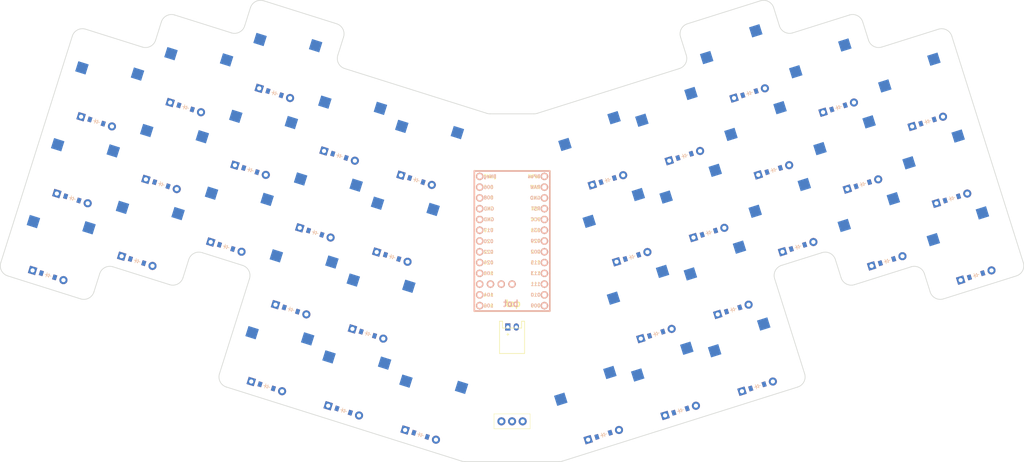
<source format=kicad_pcb>


(kicad_pcb (version 20171130) (host pcbnew 5.1.6)

  (page A3)
  (title_block
    (title "ergogen_pcb_ergo_wip")
    (rev "v1.0.0")
    (company "Unknown")
  )

  (general
    (thickness 1.6)
  )

  (layers
    (0 F.Cu signal)
    (31 B.Cu signal)
    (32 B.Adhes user)
    (33 F.Adhes user)
    (34 B.Paste user)
    (35 F.Paste user)
    (36 B.SilkS user)
    (37 F.SilkS user)
    (38 B.Mask user)
    (39 F.Mask user)
    (40 Dwgs.User user)
    (41 Cmts.User user)
    (42 Eco1.User user)
    (43 Eco2.User user)
    (44 Edge.Cuts user)
    (45 Margin user)
    (46 B.CrtYd user)
    (47 F.CrtYd user)
    (48 B.Fab user)
    (49 F.Fab user)
  )

  (setup
    (last_trace_width 0.25)
    (trace_clearance 0.2)
    (zone_clearance 0.508)
    (zone_45_only no)
    (trace_min 0.2)
    (via_size 0.8)
    (via_drill 0.4)
    (via_min_size 0.4)
    (via_min_drill 0.3)
    (uvia_size 0.3)
    (uvia_drill 0.1)
    (uvias_allowed no)
    (uvia_min_size 0.2)
    (uvia_min_drill 0.1)
    (edge_width 0.05)
    (segment_width 0.2)
    (pcb_text_width 0.3)
    (pcb_text_size 1.5 1.5)
    (mod_edge_width 0.12)
    (mod_text_size 1 1)
    (mod_text_width 0.15)
    (pad_size 1.524 1.524)
    (pad_drill 0.762)
    (pad_to_mask_clearance 0.05)
    (aux_axis_origin 0 0)
    (visible_elements FFFFFF7F)
    (pcbplotparams
      (layerselection 0x010fc_ffffffff)
      (usegerberextensions false)
      (usegerberattributes true)
      (usegerberadvancedattributes true)
      (creategerberjobfile true)
      (excludeedgelayer true)
      (linewidth 0.100000)
      (plotframeref false)
      (viasonmask false)
      (mode 1)
      (useauxorigin false)
      (hpglpennumber 1)
      (hpglpenspeed 20)
      (hpglpendiameter 15.000000)
      (psnegative false)
      (psa4output false)
      (plotreference true)
      (plotvalue true)
      (plotinvisibletext false)
      (padsonsilk false)
      (subtractmaskfromsilk false)
      (outputformat 1)
      (mirror false)
      (drillshape 1)
      (scaleselection 1)
      (outputdirectory ""))
  )

  (net 0 "")
(net 1 "P017")
(net 2 "pinky_bottom")
(net 3 "pinky_home")
(net 4 "pinky_top")
(net 5 "P020")
(net 6 "ring_bottom")
(net 7 "ring_home")
(net 8 "ring_top")
(net 9 "P022")
(net 10 "middle_bottom")
(net 11 "middle_home")
(net 12 "middle_top")
(net 13 "P024")
(net 14 "index_bottom")
(net 15 "index_home")
(net 16 "index_top")
(net 17 "P100")
(net 18 "inner_bottom")
(net 19 "inner_home")
(net 20 "inner_top")
(net 21 "inner_cluster")
(net 22 "middle_cluster")
(net 23 "outer_cluster")
(net 24 "P031")
(net 25 "mirror_pinky_bottom")
(net 26 "mirror_pinky_home")
(net 27 "mirror_pinky_top")
(net 28 "P029")
(net 29 "mirror_ring_bottom")
(net 30 "mirror_ring_home")
(net 31 "mirror_ring_top")
(net 32 "P002")
(net 33 "mirror_middle_bottom")
(net 34 "mirror_middle_home")
(net 35 "mirror_middle_top")
(net 36 "P115")
(net 37 "mirror_index_bottom")
(net 38 "mirror_index_home")
(net 39 "mirror_index_top")
(net 40 "P113")
(net 41 "mirror_inner_bottom")
(net 42 "mirror_inner_home")
(net 43 "mirror_inner_top")
(net 44 "mirror_inner_cluster")
(net 45 "mirror_middle_cluster")
(net 46 "mirror_outer_cluster")
(net 47 "P104")
(net 48 "P010")
(net 49 "P111")
(net 50 "P106")
(net 51 "BPos")
(net 52 "RAW")
(net 53 "GND")
(net 54 "RST")
(net 55 "VCC")
(net 56 "P009")
(net 57 "pos")
(net 58 "P006")
(net 59 "P008")
(net 60 "P011")
(net 61 "P101")
(net 62 "P102")
(net 63 "P107")
(net 64 "neg")

  (net_class Default "This is the default net class."
    (clearance 0.2)
    (trace_width 0.25)
    (via_dia 0.8)
    (via_drill 0.4)
    (uvia_dia 0.3)
    (uvia_drill 0.1)
    (add_net "")
(add_net "P017")
(add_net "pinky_bottom")
(add_net "pinky_home")
(add_net "pinky_top")
(add_net "P020")
(add_net "ring_bottom")
(add_net "ring_home")
(add_net "ring_top")
(add_net "P022")
(add_net "middle_bottom")
(add_net "middle_home")
(add_net "middle_top")
(add_net "P024")
(add_net "index_bottom")
(add_net "index_home")
(add_net "index_top")
(add_net "P100")
(add_net "inner_bottom")
(add_net "inner_home")
(add_net "inner_top")
(add_net "inner_cluster")
(add_net "middle_cluster")
(add_net "outer_cluster")
(add_net "P031")
(add_net "mirror_pinky_bottom")
(add_net "mirror_pinky_home")
(add_net "mirror_pinky_top")
(add_net "P029")
(add_net "mirror_ring_bottom")
(add_net "mirror_ring_home")
(add_net "mirror_ring_top")
(add_net "P002")
(add_net "mirror_middle_bottom")
(add_net "mirror_middle_home")
(add_net "mirror_middle_top")
(add_net "P115")
(add_net "mirror_index_bottom")
(add_net "mirror_index_home")
(add_net "mirror_index_top")
(add_net "P113")
(add_net "mirror_inner_bottom")
(add_net "mirror_inner_home")
(add_net "mirror_inner_top")
(add_net "mirror_inner_cluster")
(add_net "mirror_middle_cluster")
(add_net "mirror_outer_cluster")
(add_net "P104")
(add_net "P010")
(add_net "P111")
(add_net "P106")
(add_net "BPos")
(add_net "RAW")
(add_net "GND")
(add_net "RST")
(add_net "VCC")
(add_net "P009")
(add_net "pos")
(add_net "P006")
(add_net "P008")
(add_net "P011")
(add_net "P101")
(add_net "P102")
(add_net "P107")
(add_net "neg")
  )

  
        
      (module MX (layer F.Cu) (tedit 5DD4F656)
      (at 65.3011151 125.442275 -17.5)

      
      (fp_text reference "S1" (at 0 0) (layer F.SilkS) hide (effects (font (size 1.27 1.27) (thickness 0.15))))
      (fp_text value "" (at 0 0) (layer F.SilkS) hide (effects (font (size 1.27 1.27) (thickness 0.15))))

      
      (fp_line (start -7 -6) (end -7 -7) (layer Dwgs.User) (width 0.15))
      (fp_line (start -7 7) (end -6 7) (layer Dwgs.User) (width 0.15))
      (fp_line (start -6 -7) (end -7 -7) (layer Dwgs.User) (width 0.15))
      (fp_line (start -7 7) (end -7 6) (layer Dwgs.User) (width 0.15))
      (fp_line (start 7 6) (end 7 7) (layer Dwgs.User) (width 0.15))
      (fp_line (start 7 -7) (end 6 -7) (layer Dwgs.User) (width 0.15))
      (fp_line (start 6 7) (end 7 7) (layer Dwgs.User) (width 0.15))
      (fp_line (start 7 -7) (end 7 -6) (layer Dwgs.User) (width 0.15))
    
      
      (pad "" np_thru_hole circle (at 0 0) (size 3.9878 3.9878) (drill 3.9878) (layers *.Cu *.Mask))

      
      (pad "" np_thru_hole circle (at 5.08 0) (size 1.7018 1.7018) (drill 1.7018) (layers *.Cu *.Mask))
      (pad "" np_thru_hole circle (at -5.08 0) (size 1.7018 1.7018) (drill 1.7018) (layers *.Cu *.Mask))
      
        
      
      (fp_line (start -9.5 -9.5) (end 9.5 -9.5) (layer Dwgs.User) (width 0.15))
      (fp_line (start 9.5 -9.5) (end 9.5 9.5) (layer Dwgs.User) (width 0.15))
      (fp_line (start 9.5 9.5) (end -9.5 9.5) (layer Dwgs.User) (width 0.15))
      (fp_line (start -9.5 9.5) (end -9.5 -9.5) (layer Dwgs.User) (width 0.15))
      
        
        
        (pad "" np_thru_hole circle (at 2.54 -5.08) (size 3 3) (drill 3) (layers *.Cu *.Mask))
        (pad "" np_thru_hole circle (at -3.81 -2.54) (size 3 3) (drill 3) (layers *.Cu *.Mask))
        
        
        (pad 1 smd rect (at -7.085 -2.54 -17.5) (size 2.55 2.5) (layers B.Cu B.Paste B.Mask) (net 1 "P017"))
        (pad 2 smd rect (at 5.842 -5.08 -17.5) (size 2.55 2.5) (layers B.Cu B.Paste B.Mask) (net 2 "pinky_bottom"))
        )
        

        
      (module MX (layer F.Cu) (tedit 5DD4F656)
      (at 71.0145253 107.321653 -17.5)

      
      (fp_text reference "S2" (at 0 0) (layer F.SilkS) hide (effects (font (size 1.27 1.27) (thickness 0.15))))
      (fp_text value "" (at 0 0) (layer F.SilkS) hide (effects (font (size 1.27 1.27) (thickness 0.15))))

      
      (fp_line (start -7 -6) (end -7 -7) (layer Dwgs.User) (width 0.15))
      (fp_line (start -7 7) (end -6 7) (layer Dwgs.User) (width 0.15))
      (fp_line (start -6 -7) (end -7 -7) (layer Dwgs.User) (width 0.15))
      (fp_line (start -7 7) (end -7 6) (layer Dwgs.User) (width 0.15))
      (fp_line (start 7 6) (end 7 7) (layer Dwgs.User) (width 0.15))
      (fp_line (start 7 -7) (end 6 -7) (layer Dwgs.User) (width 0.15))
      (fp_line (start 6 7) (end 7 7) (layer Dwgs.User) (width 0.15))
      (fp_line (start 7 -7) (end 7 -6) (layer Dwgs.User) (width 0.15))
    
      
      (pad "" np_thru_hole circle (at 0 0) (size 3.9878 3.9878) (drill 3.9878) (layers *.Cu *.Mask))

      
      (pad "" np_thru_hole circle (at 5.08 0) (size 1.7018 1.7018) (drill 1.7018) (layers *.Cu *.Mask))
      (pad "" np_thru_hole circle (at -5.08 0) (size 1.7018 1.7018) (drill 1.7018) (layers *.Cu *.Mask))
      
        
      
      (fp_line (start -9.5 -9.5) (end 9.5 -9.5) (layer Dwgs.User) (width 0.15))
      (fp_line (start 9.5 -9.5) (end 9.5 9.5) (layer Dwgs.User) (width 0.15))
      (fp_line (start 9.5 9.5) (end -9.5 9.5) (layer Dwgs.User) (width 0.15))
      (fp_line (start -9.5 9.5) (end -9.5 -9.5) (layer Dwgs.User) (width 0.15))
      
        
        
        (pad "" np_thru_hole circle (at 2.54 -5.08) (size 3 3) (drill 3) (layers *.Cu *.Mask))
        (pad "" np_thru_hole circle (at -3.81 -2.54) (size 3 3) (drill 3) (layers *.Cu *.Mask))
        
        
        (pad 1 smd rect (at -7.085 -2.54 -17.5) (size 2.55 2.5) (layers B.Cu B.Paste B.Mask) (net 1 "P017"))
        (pad 2 smd rect (at 5.842 -5.08 -17.5) (size 2.55 2.5) (layers B.Cu B.Paste B.Mask) (net 3 "pinky_home"))
        )
        

        
      (module MX (layer F.Cu) (tedit 5DD4F656)
      (at 76.7279355 89.2010309 -17.5)

      
      (fp_text reference "S3" (at 0 0) (layer F.SilkS) hide (effects (font (size 1.27 1.27) (thickness 0.15))))
      (fp_text value "" (at 0 0) (layer F.SilkS) hide (effects (font (size 1.27 1.27) (thickness 0.15))))

      
      (fp_line (start -7 -6) (end -7 -7) (layer Dwgs.User) (width 0.15))
      (fp_line (start -7 7) (end -6 7) (layer Dwgs.User) (width 0.15))
      (fp_line (start -6 -7) (end -7 -7) (layer Dwgs.User) (width 0.15))
      (fp_line (start -7 7) (end -7 6) (layer Dwgs.User) (width 0.15))
      (fp_line (start 7 6) (end 7 7) (layer Dwgs.User) (width 0.15))
      (fp_line (start 7 -7) (end 6 -7) (layer Dwgs.User) (width 0.15))
      (fp_line (start 6 7) (end 7 7) (layer Dwgs.User) (width 0.15))
      (fp_line (start 7 -7) (end 7 -6) (layer Dwgs.User) (width 0.15))
    
      
      (pad "" np_thru_hole circle (at 0 0) (size 3.9878 3.9878) (drill 3.9878) (layers *.Cu *.Mask))

      
      (pad "" np_thru_hole circle (at 5.08 0) (size 1.7018 1.7018) (drill 1.7018) (layers *.Cu *.Mask))
      (pad "" np_thru_hole circle (at -5.08 0) (size 1.7018 1.7018) (drill 1.7018) (layers *.Cu *.Mask))
      
        
      
      (fp_line (start -9.5 -9.5) (end 9.5 -9.5) (layer Dwgs.User) (width 0.15))
      (fp_line (start 9.5 -9.5) (end 9.5 9.5) (layer Dwgs.User) (width 0.15))
      (fp_line (start 9.5 9.5) (end -9.5 9.5) (layer Dwgs.User) (width 0.15))
      (fp_line (start -9.5 9.5) (end -9.5 -9.5) (layer Dwgs.User) (width 0.15))
      
        
        
        (pad "" np_thru_hole circle (at 2.54 -5.08) (size 3 3) (drill 3) (layers *.Cu *.Mask))
        (pad "" np_thru_hole circle (at -3.81 -2.54) (size 3 3) (drill 3) (layers *.Cu *.Mask))
        
        
        (pad 1 smd rect (at -7.085 -2.54 -17.5) (size 2.55 2.5) (layers B.Cu B.Paste B.Mask) (net 1 "P017"))
        (pad 2 smd rect (at 5.842 -5.08 -17.5) (size 2.55 2.5) (layers B.Cu B.Paste B.Mask) (net 4 "pinky_top"))
        )
        

        
      (module MX (layer F.Cu) (tedit 5DD4F656)
      (at 86.2784423 122.0953742 -17.5)

      
      (fp_text reference "S4" (at 0 0) (layer F.SilkS) hide (effects (font (size 1.27 1.27) (thickness 0.15))))
      (fp_text value "" (at 0 0) (layer F.SilkS) hide (effects (font (size 1.27 1.27) (thickness 0.15))))

      
      (fp_line (start -7 -6) (end -7 -7) (layer Dwgs.User) (width 0.15))
      (fp_line (start -7 7) (end -6 7) (layer Dwgs.User) (width 0.15))
      (fp_line (start -6 -7) (end -7 -7) (layer Dwgs.User) (width 0.15))
      (fp_line (start -7 7) (end -7 6) (layer Dwgs.User) (width 0.15))
      (fp_line (start 7 6) (end 7 7) (layer Dwgs.User) (width 0.15))
      (fp_line (start 7 -7) (end 6 -7) (layer Dwgs.User) (width 0.15))
      (fp_line (start 6 7) (end 7 7) (layer Dwgs.User) (width 0.15))
      (fp_line (start 7 -7) (end 7 -6) (layer Dwgs.User) (width 0.15))
    
      
      (pad "" np_thru_hole circle (at 0 0) (size 3.9878 3.9878) (drill 3.9878) (layers *.Cu *.Mask))

      
      (pad "" np_thru_hole circle (at 5.08 0) (size 1.7018 1.7018) (drill 1.7018) (layers *.Cu *.Mask))
      (pad "" np_thru_hole circle (at -5.08 0) (size 1.7018 1.7018) (drill 1.7018) (layers *.Cu *.Mask))
      
        
      
      (fp_line (start -9.5 -9.5) (end 9.5 -9.5) (layer Dwgs.User) (width 0.15))
      (fp_line (start 9.5 -9.5) (end 9.5 9.5) (layer Dwgs.User) (width 0.15))
      (fp_line (start 9.5 9.5) (end -9.5 9.5) (layer Dwgs.User) (width 0.15))
      (fp_line (start -9.5 9.5) (end -9.5 -9.5) (layer Dwgs.User) (width 0.15))
      
        
        
        (pad "" np_thru_hole circle (at 2.54 -5.08) (size 3 3) (drill 3) (layers *.Cu *.Mask))
        (pad "" np_thru_hole circle (at -3.81 -2.54) (size 3 3) (drill 3) (layers *.Cu *.Mask))
        
        
        (pad 1 smd rect (at -7.085 -2.54 -17.5) (size 2.55 2.5) (layers B.Cu B.Paste B.Mask) (net 5 "P020"))
        (pad 2 smd rect (at 5.842 -5.08 -17.5) (size 2.55 2.5) (layers B.Cu B.Paste B.Mask) (net 6 "ring_bottom"))
        )
        

        
      (module MX (layer F.Cu) (tedit 5DD4F656)
      (at 91.9918525 103.9747521 -17.5)

      
      (fp_text reference "S5" (at 0 0) (layer F.SilkS) hide (effects (font (size 1.27 1.27) (thickness 0.15))))
      (fp_text value "" (at 0 0) (layer F.SilkS) hide (effects (font (size 1.27 1.27) (thickness 0.15))))

      
      (fp_line (start -7 -6) (end -7 -7) (layer Dwgs.User) (width 0.15))
      (fp_line (start -7 7) (end -6 7) (layer Dwgs.User) (width 0.15))
      (fp_line (start -6 -7) (end -7 -7) (layer Dwgs.User) (width 0.15))
      (fp_line (start -7 7) (end -7 6) (layer Dwgs.User) (width 0.15))
      (fp_line (start 7 6) (end 7 7) (layer Dwgs.User) (width 0.15))
      (fp_line (start 7 -7) (end 6 -7) (layer Dwgs.User) (width 0.15))
      (fp_line (start 6 7) (end 7 7) (layer Dwgs.User) (width 0.15))
      (fp_line (start 7 -7) (end 7 -6) (layer Dwgs.User) (width 0.15))
    
      
      (pad "" np_thru_hole circle (at 0 0) (size 3.9878 3.9878) (drill 3.9878) (layers *.Cu *.Mask))

      
      (pad "" np_thru_hole circle (at 5.08 0) (size 1.7018 1.7018) (drill 1.7018) (layers *.Cu *.Mask))
      (pad "" np_thru_hole circle (at -5.08 0) (size 1.7018 1.7018) (drill 1.7018) (layers *.Cu *.Mask))
      
        
      
      (fp_line (start -9.5 -9.5) (end 9.5 -9.5) (layer Dwgs.User) (width 0.15))
      (fp_line (start 9.5 -9.5) (end 9.5 9.5) (layer Dwgs.User) (width 0.15))
      (fp_line (start 9.5 9.5) (end -9.5 9.5) (layer Dwgs.User) (width 0.15))
      (fp_line (start -9.5 9.5) (end -9.5 -9.5) (layer Dwgs.User) (width 0.15))
      
        
        
        (pad "" np_thru_hole circle (at 2.54 -5.08) (size 3 3) (drill 3) (layers *.Cu *.Mask))
        (pad "" np_thru_hole circle (at -3.81 -2.54) (size 3 3) (drill 3) (layers *.Cu *.Mask))
        
        
        (pad 1 smd rect (at -7.085 -2.54 -17.5) (size 2.55 2.5) (layers B.Cu B.Paste B.Mask) (net 5 "P020"))
        (pad 2 smd rect (at 5.842 -5.08 -17.5) (size 2.55 2.5) (layers B.Cu B.Paste B.Mask) (net 7 "ring_home"))
        )
        

        
      (module MX (layer F.Cu) (tedit 5DD4F656)
      (at 97.7052627 85.8541301 -17.5)

      
      (fp_text reference "S6" (at 0 0) (layer F.SilkS) hide (effects (font (size 1.27 1.27) (thickness 0.15))))
      (fp_text value "" (at 0 0) (layer F.SilkS) hide (effects (font (size 1.27 1.27) (thickness 0.15))))

      
      (fp_line (start -7 -6) (end -7 -7) (layer Dwgs.User) (width 0.15))
      (fp_line (start -7 7) (end -6 7) (layer Dwgs.User) (width 0.15))
      (fp_line (start -6 -7) (end -7 -7) (layer Dwgs.User) (width 0.15))
      (fp_line (start -7 7) (end -7 6) (layer Dwgs.User) (width 0.15))
      (fp_line (start 7 6) (end 7 7) (layer Dwgs.User) (width 0.15))
      (fp_line (start 7 -7) (end 6 -7) (layer Dwgs.User) (width 0.15))
      (fp_line (start 6 7) (end 7 7) (layer Dwgs.User) (width 0.15))
      (fp_line (start 7 -7) (end 7 -6) (layer Dwgs.User) (width 0.15))
    
      
      (pad "" np_thru_hole circle (at 0 0) (size 3.9878 3.9878) (drill 3.9878) (layers *.Cu *.Mask))

      
      (pad "" np_thru_hole circle (at 5.08 0) (size 1.7018 1.7018) (drill 1.7018) (layers *.Cu *.Mask))
      (pad "" np_thru_hole circle (at -5.08 0) (size 1.7018 1.7018) (drill 1.7018) (layers *.Cu *.Mask))
      
        
      
      (fp_line (start -9.5 -9.5) (end 9.5 -9.5) (layer Dwgs.User) (width 0.15))
      (fp_line (start 9.5 -9.5) (end 9.5 9.5) (layer Dwgs.User) (width 0.15))
      (fp_line (start 9.5 9.5) (end -9.5 9.5) (layer Dwgs.User) (width 0.15))
      (fp_line (start -9.5 9.5) (end -9.5 -9.5) (layer Dwgs.User) (width 0.15))
      
        
        
        (pad "" np_thru_hole circle (at 2.54 -5.08) (size 3 3) (drill 3) (layers *.Cu *.Mask))
        (pad "" np_thru_hole circle (at -3.81 -2.54) (size 3 3) (drill 3) (layers *.Cu *.Mask))
        
        
        (pad 1 smd rect (at -7.085 -2.54 -17.5) (size 2.55 2.5) (layers B.Cu B.Paste B.Mask) (net 5 "P020"))
        (pad 2 smd rect (at 5.842 -5.08 -17.5) (size 2.55 2.5) (layers B.Cu B.Paste B.Mask) (net 8 "ring_top"))
        )
        

        
      (module MX (layer F.Cu) (tedit 5DD4F656)
      (at 107.2557694 118.7484733 -17.5)

      
      (fp_text reference "S7" (at 0 0) (layer F.SilkS) hide (effects (font (size 1.27 1.27) (thickness 0.15))))
      (fp_text value "" (at 0 0) (layer F.SilkS) hide (effects (font (size 1.27 1.27) (thickness 0.15))))

      
      (fp_line (start -7 -6) (end -7 -7) (layer Dwgs.User) (width 0.15))
      (fp_line (start -7 7) (end -6 7) (layer Dwgs.User) (width 0.15))
      (fp_line (start -6 -7) (end -7 -7) (layer Dwgs.User) (width 0.15))
      (fp_line (start -7 7) (end -7 6) (layer Dwgs.User) (width 0.15))
      (fp_line (start 7 6) (end 7 7) (layer Dwgs.User) (width 0.15))
      (fp_line (start 7 -7) (end 6 -7) (layer Dwgs.User) (width 0.15))
      (fp_line (start 6 7) (end 7 7) (layer Dwgs.User) (width 0.15))
      (fp_line (start 7 -7) (end 7 -6) (layer Dwgs.User) (width 0.15))
    
      
      (pad "" np_thru_hole circle (at 0 0) (size 3.9878 3.9878) (drill 3.9878) (layers *.Cu *.Mask))

      
      (pad "" np_thru_hole circle (at 5.08 0) (size 1.7018 1.7018) (drill 1.7018) (layers *.Cu *.Mask))
      (pad "" np_thru_hole circle (at -5.08 0) (size 1.7018 1.7018) (drill 1.7018) (layers *.Cu *.Mask))
      
        
      
      (fp_line (start -9.5 -9.5) (end 9.5 -9.5) (layer Dwgs.User) (width 0.15))
      (fp_line (start 9.5 -9.5) (end 9.5 9.5) (layer Dwgs.User) (width 0.15))
      (fp_line (start 9.5 9.5) (end -9.5 9.5) (layer Dwgs.User) (width 0.15))
      (fp_line (start -9.5 9.5) (end -9.5 -9.5) (layer Dwgs.User) (width 0.15))
      
        
        
        (pad "" np_thru_hole circle (at 2.54 -5.08) (size 3 3) (drill 3) (layers *.Cu *.Mask))
        (pad "" np_thru_hole circle (at -3.81 -2.54) (size 3 3) (drill 3) (layers *.Cu *.Mask))
        
        
        (pad 1 smd rect (at -7.085 -2.54 -17.5) (size 2.55 2.5) (layers B.Cu B.Paste B.Mask) (net 9 "P022"))
        (pad 2 smd rect (at 5.842 -5.08 -17.5) (size 2.55 2.5) (layers B.Cu B.Paste B.Mask) (net 10 "middle_bottom"))
        )
        

        
      (module MX (layer F.Cu) (tedit 5DD4F656)
      (at 112.9691796 100.6278513 -17.5)

      
      (fp_text reference "S8" (at 0 0) (layer F.SilkS) hide (effects (font (size 1.27 1.27) (thickness 0.15))))
      (fp_text value "" (at 0 0) (layer F.SilkS) hide (effects (font (size 1.27 1.27) (thickness 0.15))))

      
      (fp_line (start -7 -6) (end -7 -7) (layer Dwgs.User) (width 0.15))
      (fp_line (start -7 7) (end -6 7) (layer Dwgs.User) (width 0.15))
      (fp_line (start -6 -7) (end -7 -7) (layer Dwgs.User) (width 0.15))
      (fp_line (start -7 7) (end -7 6) (layer Dwgs.User) (width 0.15))
      (fp_line (start 7 6) (end 7 7) (layer Dwgs.User) (width 0.15))
      (fp_line (start 7 -7) (end 6 -7) (layer Dwgs.User) (width 0.15))
      (fp_line (start 6 7) (end 7 7) (layer Dwgs.User) (width 0.15))
      (fp_line (start 7 -7) (end 7 -6) (layer Dwgs.User) (width 0.15))
    
      
      (pad "" np_thru_hole circle (at 0 0) (size 3.9878 3.9878) (drill 3.9878) (layers *.Cu *.Mask))

      
      (pad "" np_thru_hole circle (at 5.08 0) (size 1.7018 1.7018) (drill 1.7018) (layers *.Cu *.Mask))
      (pad "" np_thru_hole circle (at -5.08 0) (size 1.7018 1.7018) (drill 1.7018) (layers *.Cu *.Mask))
      
        
      
      (fp_line (start -9.5 -9.5) (end 9.5 -9.5) (layer Dwgs.User) (width 0.15))
      (fp_line (start 9.5 -9.5) (end 9.5 9.5) (layer Dwgs.User) (width 0.15))
      (fp_line (start 9.5 9.5) (end -9.5 9.5) (layer Dwgs.User) (width 0.15))
      (fp_line (start -9.5 9.5) (end -9.5 -9.5) (layer Dwgs.User) (width 0.15))
      
        
        
        (pad "" np_thru_hole circle (at 2.54 -5.08) (size 3 3) (drill 3) (layers *.Cu *.Mask))
        (pad "" np_thru_hole circle (at -3.81 -2.54) (size 3 3) (drill 3) (layers *.Cu *.Mask))
        
        
        (pad 1 smd rect (at -7.085 -2.54 -17.5) (size 2.55 2.5) (layers B.Cu B.Paste B.Mask) (net 9 "P022"))
        (pad 2 smd rect (at 5.842 -5.08 -17.5) (size 2.55 2.5) (layers B.Cu B.Paste B.Mask) (net 11 "middle_home"))
        )
        

        
      (module MX (layer F.Cu) (tedit 5DD4F656)
      (at 118.6825898 82.5072292 -17.5)

      
      (fp_text reference "S9" (at 0 0) (layer F.SilkS) hide (effects (font (size 1.27 1.27) (thickness 0.15))))
      (fp_text value "" (at 0 0) (layer F.SilkS) hide (effects (font (size 1.27 1.27) (thickness 0.15))))

      
      (fp_line (start -7 -6) (end -7 -7) (layer Dwgs.User) (width 0.15))
      (fp_line (start -7 7) (end -6 7) (layer Dwgs.User) (width 0.15))
      (fp_line (start -6 -7) (end -7 -7) (layer Dwgs.User) (width 0.15))
      (fp_line (start -7 7) (end -7 6) (layer Dwgs.User) (width 0.15))
      (fp_line (start 7 6) (end 7 7) (layer Dwgs.User) (width 0.15))
      (fp_line (start 7 -7) (end 6 -7) (layer Dwgs.User) (width 0.15))
      (fp_line (start 6 7) (end 7 7) (layer Dwgs.User) (width 0.15))
      (fp_line (start 7 -7) (end 7 -6) (layer Dwgs.User) (width 0.15))
    
      
      (pad "" np_thru_hole circle (at 0 0) (size 3.9878 3.9878) (drill 3.9878) (layers *.Cu *.Mask))

      
      (pad "" np_thru_hole circle (at 5.08 0) (size 1.7018 1.7018) (drill 1.7018) (layers *.Cu *.Mask))
      (pad "" np_thru_hole circle (at -5.08 0) (size 1.7018 1.7018) (drill 1.7018) (layers *.Cu *.Mask))
      
        
      
      (fp_line (start -9.5 -9.5) (end 9.5 -9.5) (layer Dwgs.User) (width 0.15))
      (fp_line (start 9.5 -9.5) (end 9.5 9.5) (layer Dwgs.User) (width 0.15))
      (fp_line (start 9.5 9.5) (end -9.5 9.5) (layer Dwgs.User) (width 0.15))
      (fp_line (start -9.5 9.5) (end -9.5 -9.5) (layer Dwgs.User) (width 0.15))
      
        
        
        (pad "" np_thru_hole circle (at 2.54 -5.08) (size 3 3) (drill 3) (layers *.Cu *.Mask))
        (pad "" np_thru_hole circle (at -3.81 -2.54) (size 3 3) (drill 3) (layers *.Cu *.Mask))
        
        
        (pad 1 smd rect (at -7.085 -2.54 -17.5) (size 2.55 2.5) (layers B.Cu B.Paste B.Mask) (net 9 "P022"))
        (pad 2 smd rect (at 5.842 -5.08 -17.5) (size 2.55 2.5) (layers B.Cu B.Paste B.Mask) (net 12 "middle_top"))
        )
        

        
      (module MX (layer F.Cu) (tedit 5DD4F656)
      (at 122.5196864 133.5221946 -17.5)

      
      (fp_text reference "S10" (at 0 0) (layer F.SilkS) hide (effects (font (size 1.27 1.27) (thickness 0.15))))
      (fp_text value "" (at 0 0) (layer F.SilkS) hide (effects (font (size 1.27 1.27) (thickness 0.15))))

      
      (fp_line (start -7 -6) (end -7 -7) (layer Dwgs.User) (width 0.15))
      (fp_line (start -7 7) (end -6 7) (layer Dwgs.User) (width 0.15))
      (fp_line (start -6 -7) (end -7 -7) (layer Dwgs.User) (width 0.15))
      (fp_line (start -7 7) (end -7 6) (layer Dwgs.User) (width 0.15))
      (fp_line (start 7 6) (end 7 7) (layer Dwgs.User) (width 0.15))
      (fp_line (start 7 -7) (end 6 -7) (layer Dwgs.User) (width 0.15))
      (fp_line (start 6 7) (end 7 7) (layer Dwgs.User) (width 0.15))
      (fp_line (start 7 -7) (end 7 -6) (layer Dwgs.User) (width 0.15))
    
      
      (pad "" np_thru_hole circle (at 0 0) (size 3.9878 3.9878) (drill 3.9878) (layers *.Cu *.Mask))

      
      (pad "" np_thru_hole circle (at 5.08 0) (size 1.7018 1.7018) (drill 1.7018) (layers *.Cu *.Mask))
      (pad "" np_thru_hole circle (at -5.08 0) (size 1.7018 1.7018) (drill 1.7018) (layers *.Cu *.Mask))
      
        
      
      (fp_line (start -9.5 -9.5) (end 9.5 -9.5) (layer Dwgs.User) (width 0.15))
      (fp_line (start 9.5 -9.5) (end 9.5 9.5) (layer Dwgs.User) (width 0.15))
      (fp_line (start 9.5 9.5) (end -9.5 9.5) (layer Dwgs.User) (width 0.15))
      (fp_line (start -9.5 9.5) (end -9.5 -9.5) (layer Dwgs.User) (width 0.15))
      
        
        
        (pad "" np_thru_hole circle (at 2.54 -5.08) (size 3 3) (drill 3) (layers *.Cu *.Mask))
        (pad "" np_thru_hole circle (at -3.81 -2.54) (size 3 3) (drill 3) (layers *.Cu *.Mask))
        
        
        (pad 1 smd rect (at -7.085 -2.54 -17.5) (size 2.55 2.5) (layers B.Cu B.Paste B.Mask) (net 13 "P024"))
        (pad 2 smd rect (at 5.842 -5.08 -17.5) (size 2.55 2.5) (layers B.Cu B.Paste B.Mask) (net 14 "index_bottom"))
        )
        

        
      (module MX (layer F.Cu) (tedit 5DD4F656)
      (at 128.2330966 115.4015725 -17.5)

      
      (fp_text reference "S11" (at 0 0) (layer F.SilkS) hide (effects (font (size 1.27 1.27) (thickness 0.15))))
      (fp_text value "" (at 0 0) (layer F.SilkS) hide (effects (font (size 1.27 1.27) (thickness 0.15))))

      
      (fp_line (start -7 -6) (end -7 -7) (layer Dwgs.User) (width 0.15))
      (fp_line (start -7 7) (end -6 7) (layer Dwgs.User) (width 0.15))
      (fp_line (start -6 -7) (end -7 -7) (layer Dwgs.User) (width 0.15))
      (fp_line (start -7 7) (end -7 6) (layer Dwgs.User) (width 0.15))
      (fp_line (start 7 6) (end 7 7) (layer Dwgs.User) (width 0.15))
      (fp_line (start 7 -7) (end 6 -7) (layer Dwgs.User) (width 0.15))
      (fp_line (start 6 7) (end 7 7) (layer Dwgs.User) (width 0.15))
      (fp_line (start 7 -7) (end 7 -6) (layer Dwgs.User) (width 0.15))
    
      
      (pad "" np_thru_hole circle (at 0 0) (size 3.9878 3.9878) (drill 3.9878) (layers *.Cu *.Mask))

      
      (pad "" np_thru_hole circle (at 5.08 0) (size 1.7018 1.7018) (drill 1.7018) (layers *.Cu *.Mask))
      (pad "" np_thru_hole circle (at -5.08 0) (size 1.7018 1.7018) (drill 1.7018) (layers *.Cu *.Mask))
      
        
      
      (fp_line (start -9.5 -9.5) (end 9.5 -9.5) (layer Dwgs.User) (width 0.15))
      (fp_line (start 9.5 -9.5) (end 9.5 9.5) (layer Dwgs.User) (width 0.15))
      (fp_line (start 9.5 9.5) (end -9.5 9.5) (layer Dwgs.User) (width 0.15))
      (fp_line (start -9.5 9.5) (end -9.5 -9.5) (layer Dwgs.User) (width 0.15))
      
        
        
        (pad "" np_thru_hole circle (at 2.54 -5.08) (size 3 3) (drill 3) (layers *.Cu *.Mask))
        (pad "" np_thru_hole circle (at -3.81 -2.54) (size 3 3) (drill 3) (layers *.Cu *.Mask))
        
        
        (pad 1 smd rect (at -7.085 -2.54 -17.5) (size 2.55 2.5) (layers B.Cu B.Paste B.Mask) (net 13 "P024"))
        (pad 2 smd rect (at 5.842 -5.08 -17.5) (size 2.55 2.5) (layers B.Cu B.Paste B.Mask) (net 15 "index_home"))
        )
        

        
      (module MX (layer F.Cu) (tedit 5DD4F656)
      (at 133.9465068 97.2809504 -17.5)

      
      (fp_text reference "S12" (at 0 0) (layer F.SilkS) hide (effects (font (size 1.27 1.27) (thickness 0.15))))
      (fp_text value "" (at 0 0) (layer F.SilkS) hide (effects (font (size 1.27 1.27) (thickness 0.15))))

      
      (fp_line (start -7 -6) (end -7 -7) (layer Dwgs.User) (width 0.15))
      (fp_line (start -7 7) (end -6 7) (layer Dwgs.User) (width 0.15))
      (fp_line (start -6 -7) (end -7 -7) (layer Dwgs.User) (width 0.15))
      (fp_line (start -7 7) (end -7 6) (layer Dwgs.User) (width 0.15))
      (fp_line (start 7 6) (end 7 7) (layer Dwgs.User) (width 0.15))
      (fp_line (start 7 -7) (end 6 -7) (layer Dwgs.User) (width 0.15))
      (fp_line (start 6 7) (end 7 7) (layer Dwgs.User) (width 0.15))
      (fp_line (start 7 -7) (end 7 -6) (layer Dwgs.User) (width 0.15))
    
      
      (pad "" np_thru_hole circle (at 0 0) (size 3.9878 3.9878) (drill 3.9878) (layers *.Cu *.Mask))

      
      (pad "" np_thru_hole circle (at 5.08 0) (size 1.7018 1.7018) (drill 1.7018) (layers *.Cu *.Mask))
      (pad "" np_thru_hole circle (at -5.08 0) (size 1.7018 1.7018) (drill 1.7018) (layers *.Cu *.Mask))
      
        
      
      (fp_line (start -9.5 -9.5) (end 9.5 -9.5) (layer Dwgs.User) (width 0.15))
      (fp_line (start 9.5 -9.5) (end 9.5 9.5) (layer Dwgs.User) (width 0.15))
      (fp_line (start 9.5 9.5) (end -9.5 9.5) (layer Dwgs.User) (width 0.15))
      (fp_line (start -9.5 9.5) (end -9.5 -9.5) (layer Dwgs.User) (width 0.15))
      
        
        
        (pad "" np_thru_hole circle (at 2.54 -5.08) (size 3 3) (drill 3) (layers *.Cu *.Mask))
        (pad "" np_thru_hole circle (at -3.81 -2.54) (size 3 3) (drill 3) (layers *.Cu *.Mask))
        
        
        (pad 1 smd rect (at -7.085 -2.54 -17.5) (size 2.55 2.5) (layers B.Cu B.Paste B.Mask) (net 13 "P024"))
        (pad 2 smd rect (at 5.842 -5.08 -17.5) (size 2.55 2.5) (layers B.Cu B.Paste B.Mask) (net 16 "index_top"))
        )
        

        
      (module MX (layer F.Cu) (tedit 5DD4F656)
      (at 140.6403085 139.2356048 -17.5)

      
      (fp_text reference "S13" (at 0 0) (layer F.SilkS) hide (effects (font (size 1.27 1.27) (thickness 0.15))))
      (fp_text value "" (at 0 0) (layer F.SilkS) hide (effects (font (size 1.27 1.27) (thickness 0.15))))

      
      (fp_line (start -7 -6) (end -7 -7) (layer Dwgs.User) (width 0.15))
      (fp_line (start -7 7) (end -6 7) (layer Dwgs.User) (width 0.15))
      (fp_line (start -6 -7) (end -7 -7) (layer Dwgs.User) (width 0.15))
      (fp_line (start -7 7) (end -7 6) (layer Dwgs.User) (width 0.15))
      (fp_line (start 7 6) (end 7 7) (layer Dwgs.User) (width 0.15))
      (fp_line (start 7 -7) (end 6 -7) (layer Dwgs.User) (width 0.15))
      (fp_line (start 6 7) (end 7 7) (layer Dwgs.User) (width 0.15))
      (fp_line (start 7 -7) (end 7 -6) (layer Dwgs.User) (width 0.15))
    
      
      (pad "" np_thru_hole circle (at 0 0) (size 3.9878 3.9878) (drill 3.9878) (layers *.Cu *.Mask))

      
      (pad "" np_thru_hole circle (at 5.08 0) (size 1.7018 1.7018) (drill 1.7018) (layers *.Cu *.Mask))
      (pad "" np_thru_hole circle (at -5.08 0) (size 1.7018 1.7018) (drill 1.7018) (layers *.Cu *.Mask))
      
        
      
      (fp_line (start -9.5 -9.5) (end 9.5 -9.5) (layer Dwgs.User) (width 0.15))
      (fp_line (start 9.5 -9.5) (end 9.5 9.5) (layer Dwgs.User) (width 0.15))
      (fp_line (start 9.5 9.5) (end -9.5 9.5) (layer Dwgs.User) (width 0.15))
      (fp_line (start -9.5 9.5) (end -9.5 -9.5) (layer Dwgs.User) (width 0.15))
      
        
        
        (pad "" np_thru_hole circle (at 2.54 -5.08) (size 3 3) (drill 3) (layers *.Cu *.Mask))
        (pad "" np_thru_hole circle (at -3.81 -2.54) (size 3 3) (drill 3) (layers *.Cu *.Mask))
        
        
        (pad 1 smd rect (at -7.085 -2.54 -17.5) (size 2.55 2.5) (layers B.Cu B.Paste B.Mask) (net 17 "P100"))
        (pad 2 smd rect (at 5.842 -5.08 -17.5) (size 2.55 2.5) (layers B.Cu B.Paste B.Mask) (net 18 "inner_bottom"))
        )
        

        
      (module MX (layer F.Cu) (tedit 5DD4F656)
      (at 146.3537187 121.1149827 -17.5)

      
      (fp_text reference "S14" (at 0 0) (layer F.SilkS) hide (effects (font (size 1.27 1.27) (thickness 0.15))))
      (fp_text value "" (at 0 0) (layer F.SilkS) hide (effects (font (size 1.27 1.27) (thickness 0.15))))

      
      (fp_line (start -7 -6) (end -7 -7) (layer Dwgs.User) (width 0.15))
      (fp_line (start -7 7) (end -6 7) (layer Dwgs.User) (width 0.15))
      (fp_line (start -6 -7) (end -7 -7) (layer Dwgs.User) (width 0.15))
      (fp_line (start -7 7) (end -7 6) (layer Dwgs.User) (width 0.15))
      (fp_line (start 7 6) (end 7 7) (layer Dwgs.User) (width 0.15))
      (fp_line (start 7 -7) (end 6 -7) (layer Dwgs.User) (width 0.15))
      (fp_line (start 6 7) (end 7 7) (layer Dwgs.User) (width 0.15))
      (fp_line (start 7 -7) (end 7 -6) (layer Dwgs.User) (width 0.15))
    
      
      (pad "" np_thru_hole circle (at 0 0) (size 3.9878 3.9878) (drill 3.9878) (layers *.Cu *.Mask))

      
      (pad "" np_thru_hole circle (at 5.08 0) (size 1.7018 1.7018) (drill 1.7018) (layers *.Cu *.Mask))
      (pad "" np_thru_hole circle (at -5.08 0) (size 1.7018 1.7018) (drill 1.7018) (layers *.Cu *.Mask))
      
        
      
      (fp_line (start -9.5 -9.5) (end 9.5 -9.5) (layer Dwgs.User) (width 0.15))
      (fp_line (start 9.5 -9.5) (end 9.5 9.5) (layer Dwgs.User) (width 0.15))
      (fp_line (start 9.5 9.5) (end -9.5 9.5) (layer Dwgs.User) (width 0.15))
      (fp_line (start -9.5 9.5) (end -9.5 -9.5) (layer Dwgs.User) (width 0.15))
      
        
        
        (pad "" np_thru_hole circle (at 2.54 -5.08) (size 3 3) (drill 3) (layers *.Cu *.Mask))
        (pad "" np_thru_hole circle (at -3.81 -2.54) (size 3 3) (drill 3) (layers *.Cu *.Mask))
        
        
        (pad 1 smd rect (at -7.085 -2.54 -17.5) (size 2.55 2.5) (layers B.Cu B.Paste B.Mask) (net 17 "P100"))
        (pad 2 smd rect (at 5.842 -5.08 -17.5) (size 2.55 2.5) (layers B.Cu B.Paste B.Mask) (net 19 "inner_home"))
        )
        

        
      (module MX (layer F.Cu) (tedit 5DD4F656)
      (at 152.0671289 102.9943606 -17.5)

      
      (fp_text reference "S15" (at 0 0) (layer F.SilkS) hide (effects (font (size 1.27 1.27) (thickness 0.15))))
      (fp_text value "" (at 0 0) (layer F.SilkS) hide (effects (font (size 1.27 1.27) (thickness 0.15))))

      
      (fp_line (start -7 -6) (end -7 -7) (layer Dwgs.User) (width 0.15))
      (fp_line (start -7 7) (end -6 7) (layer Dwgs.User) (width 0.15))
      (fp_line (start -6 -7) (end -7 -7) (layer Dwgs.User) (width 0.15))
      (fp_line (start -7 7) (end -7 6) (layer Dwgs.User) (width 0.15))
      (fp_line (start 7 6) (end 7 7) (layer Dwgs.User) (width 0.15))
      (fp_line (start 7 -7) (end 6 -7) (layer Dwgs.User) (width 0.15))
      (fp_line (start 6 7) (end 7 7) (layer Dwgs.User) (width 0.15))
      (fp_line (start 7 -7) (end 7 -6) (layer Dwgs.User) (width 0.15))
    
      
      (pad "" np_thru_hole circle (at 0 0) (size 3.9878 3.9878) (drill 3.9878) (layers *.Cu *.Mask))

      
      (pad "" np_thru_hole circle (at 5.08 0) (size 1.7018 1.7018) (drill 1.7018) (layers *.Cu *.Mask))
      (pad "" np_thru_hole circle (at -5.08 0) (size 1.7018 1.7018) (drill 1.7018) (layers *.Cu *.Mask))
      
        
      
      (fp_line (start -9.5 -9.5) (end 9.5 -9.5) (layer Dwgs.User) (width 0.15))
      (fp_line (start 9.5 -9.5) (end 9.5 9.5) (layer Dwgs.User) (width 0.15))
      (fp_line (start 9.5 9.5) (end -9.5 9.5) (layer Dwgs.User) (width 0.15))
      (fp_line (start -9.5 9.5) (end -9.5 -9.5) (layer Dwgs.User) (width 0.15))
      
        
        
        (pad "" np_thru_hole circle (at 2.54 -5.08) (size 3 3) (drill 3) (layers *.Cu *.Mask))
        (pad "" np_thru_hole circle (at -3.81 -2.54) (size 3 3) (drill 3) (layers *.Cu *.Mask))
        
        
        (pad 1 smd rect (at -7.085 -2.54 -17.5) (size 2.55 2.5) (layers B.Cu B.Paste B.Mask) (net 17 "P100"))
        (pad 2 smd rect (at 5.842 -5.08 -17.5) (size 2.55 2.5) (layers B.Cu B.Paste B.Mask) (net 20 "inner_top"))
        )
        

        
      (module MX (layer F.Cu) (tedit 5DD4F656)
      (at 116.8062762 151.6428166 -17.5)

      
      (fp_text reference "S16" (at 0 0) (layer F.SilkS) hide (effects (font (size 1.27 1.27) (thickness 0.15))))
      (fp_text value "" (at 0 0) (layer F.SilkS) hide (effects (font (size 1.27 1.27) (thickness 0.15))))

      
      (fp_line (start -7 -6) (end -7 -7) (layer Dwgs.User) (width 0.15))
      (fp_line (start -7 7) (end -6 7) (layer Dwgs.User) (width 0.15))
      (fp_line (start -6 -7) (end -7 -7) (layer Dwgs.User) (width 0.15))
      (fp_line (start -7 7) (end -7 6) (layer Dwgs.User) (width 0.15))
      (fp_line (start 7 6) (end 7 7) (layer Dwgs.User) (width 0.15))
      (fp_line (start 7 -7) (end 6 -7) (layer Dwgs.User) (width 0.15))
      (fp_line (start 6 7) (end 7 7) (layer Dwgs.User) (width 0.15))
      (fp_line (start 7 -7) (end 7 -6) (layer Dwgs.User) (width 0.15))
    
      
      (pad "" np_thru_hole circle (at 0 0) (size 3.9878 3.9878) (drill 3.9878) (layers *.Cu *.Mask))

      
      (pad "" np_thru_hole circle (at 5.08 0) (size 1.7018 1.7018) (drill 1.7018) (layers *.Cu *.Mask))
      (pad "" np_thru_hole circle (at -5.08 0) (size 1.7018 1.7018) (drill 1.7018) (layers *.Cu *.Mask))
      
        
      
      (fp_line (start -9.5 -9.5) (end 9.5 -9.5) (layer Dwgs.User) (width 0.15))
      (fp_line (start 9.5 -9.5) (end 9.5 9.5) (layer Dwgs.User) (width 0.15))
      (fp_line (start 9.5 9.5) (end -9.5 9.5) (layer Dwgs.User) (width 0.15))
      (fp_line (start -9.5 9.5) (end -9.5 -9.5) (layer Dwgs.User) (width 0.15))
      
        
        
        (pad "" np_thru_hole circle (at 2.54 -5.08) (size 3 3) (drill 3) (layers *.Cu *.Mask))
        (pad "" np_thru_hole circle (at -3.81 -2.54) (size 3 3) (drill 3) (layers *.Cu *.Mask))
        
        
        (pad 1 smd rect (at -7.085 -2.54 -17.5) (size 2.55 2.5) (layers B.Cu B.Paste B.Mask) (net 9 "P022"))
        (pad 2 smd rect (at 5.842 -5.08 -17.5) (size 2.55 2.5) (layers B.Cu B.Paste B.Mask) (net 21 "inner_cluster"))
        )
        

        
      (module MX (layer F.Cu) (tedit 5DD4F656)
      (at 134.9268983 157.3562268 -17.5)

      
      (fp_text reference "S17" (at 0 0) (layer F.SilkS) hide (effects (font (size 1.27 1.27) (thickness 0.15))))
      (fp_text value "" (at 0 0) (layer F.SilkS) hide (effects (font (size 1.27 1.27) (thickness 0.15))))

      
      (fp_line (start -7 -6) (end -7 -7) (layer Dwgs.User) (width 0.15))
      (fp_line (start -7 7) (end -6 7) (layer Dwgs.User) (width 0.15))
      (fp_line (start -6 -7) (end -7 -7) (layer Dwgs.User) (width 0.15))
      (fp_line (start -7 7) (end -7 6) (layer Dwgs.User) (width 0.15))
      (fp_line (start 7 6) (end 7 7) (layer Dwgs.User) (width 0.15))
      (fp_line (start 7 -7) (end 6 -7) (layer Dwgs.User) (width 0.15))
      (fp_line (start 6 7) (end 7 7) (layer Dwgs.User) (width 0.15))
      (fp_line (start 7 -7) (end 7 -6) (layer Dwgs.User) (width 0.15))
    
      
      (pad "" np_thru_hole circle (at 0 0) (size 3.9878 3.9878) (drill 3.9878) (layers *.Cu *.Mask))

      
      (pad "" np_thru_hole circle (at 5.08 0) (size 1.7018 1.7018) (drill 1.7018) (layers *.Cu *.Mask))
      (pad "" np_thru_hole circle (at -5.08 0) (size 1.7018 1.7018) (drill 1.7018) (layers *.Cu *.Mask))
      
        
      
      (fp_line (start -9.5 -9.5) (end 9.5 -9.5) (layer Dwgs.User) (width 0.15))
      (fp_line (start 9.5 -9.5) (end 9.5 9.5) (layer Dwgs.User) (width 0.15))
      (fp_line (start 9.5 9.5) (end -9.5 9.5) (layer Dwgs.User) (width 0.15))
      (fp_line (start -9.5 9.5) (end -9.5 -9.5) (layer Dwgs.User) (width 0.15))
      
        
        
        (pad "" np_thru_hole circle (at 2.54 -5.08) (size 3 3) (drill 3) (layers *.Cu *.Mask))
        (pad "" np_thru_hole circle (at -3.81 -2.54) (size 3 3) (drill 3) (layers *.Cu *.Mask))
        
        
        (pad 1 smd rect (at -7.085 -2.54 -17.5) (size 2.55 2.5) (layers B.Cu B.Paste B.Mask) (net 13 "P024"))
        (pad 2 smd rect (at 5.842 -5.08 -17.5) (size 2.55 2.5) (layers B.Cu B.Paste B.Mask) (net 22 "middle_cluster"))
        )
        

        
      (module MX (layer F.Cu) (tedit 5DD4F656)
      (at 153.0475204 163.069637 -17.5)

      
      (fp_text reference "S18" (at 0 0) (layer F.SilkS) hide (effects (font (size 1.27 1.27) (thickness 0.15))))
      (fp_text value "" (at 0 0) (layer F.SilkS) hide (effects (font (size 1.27 1.27) (thickness 0.15))))

      
      (fp_line (start -7 -6) (end -7 -7) (layer Dwgs.User) (width 0.15))
      (fp_line (start -7 7) (end -6 7) (layer Dwgs.User) (width 0.15))
      (fp_line (start -6 -7) (end -7 -7) (layer Dwgs.User) (width 0.15))
      (fp_line (start -7 7) (end -7 6) (layer Dwgs.User) (width 0.15))
      (fp_line (start 7 6) (end 7 7) (layer Dwgs.User) (width 0.15))
      (fp_line (start 7 -7) (end 6 -7) (layer Dwgs.User) (width 0.15))
      (fp_line (start 6 7) (end 7 7) (layer Dwgs.User) (width 0.15))
      (fp_line (start 7 -7) (end 7 -6) (layer Dwgs.User) (width 0.15))
    
      
      (pad "" np_thru_hole circle (at 0 0) (size 3.9878 3.9878) (drill 3.9878) (layers *.Cu *.Mask))

      
      (pad "" np_thru_hole circle (at 5.08 0) (size 1.7018 1.7018) (drill 1.7018) (layers *.Cu *.Mask))
      (pad "" np_thru_hole circle (at -5.08 0) (size 1.7018 1.7018) (drill 1.7018) (layers *.Cu *.Mask))
      
        
      
      (fp_line (start -9.5 -9.5) (end 9.5 -9.5) (layer Dwgs.User) (width 0.15))
      (fp_line (start 9.5 -9.5) (end 9.5 9.5) (layer Dwgs.User) (width 0.15))
      (fp_line (start 9.5 9.5) (end -9.5 9.5) (layer Dwgs.User) (width 0.15))
      (fp_line (start -9.5 9.5) (end -9.5 -9.5) (layer Dwgs.User) (width 0.15))
      
        
        
        (pad "" np_thru_hole circle (at 2.54 -5.08) (size 3 3) (drill 3) (layers *.Cu *.Mask))
        (pad "" np_thru_hole circle (at -3.81 -2.54) (size 3 3) (drill 3) (layers *.Cu *.Mask))
        
        
        (pad 1 smd rect (at -7.085 -2.54 -17.5) (size 2.55 2.5) (layers B.Cu B.Paste B.Mask) (net 17 "P100"))
        (pad 2 smd rect (at 5.842 -5.08 -17.5) (size 2.55 2.5) (layers B.Cu B.Paste B.Mask) (net 23 "outer_cluster"))
        )
        

        
      (module MX (layer F.Cu) (tedit 5DD4F656)
      (at 278.7939257 125.442275 17.5)

      
      (fp_text reference "S19" (at 0 0) (layer F.SilkS) hide (effects (font (size 1.27 1.27) (thickness 0.15))))
      (fp_text value "" (at 0 0) (layer F.SilkS) hide (effects (font (size 1.27 1.27) (thickness 0.15))))

      
      (fp_line (start -7 -6) (end -7 -7) (layer Dwgs.User) (width 0.15))
      (fp_line (start -7 7) (end -6 7) (layer Dwgs.User) (width 0.15))
      (fp_line (start -6 -7) (end -7 -7) (layer Dwgs.User) (width 0.15))
      (fp_line (start -7 7) (end -7 6) (layer Dwgs.User) (width 0.15))
      (fp_line (start 7 6) (end 7 7) (layer Dwgs.User) (width 0.15))
      (fp_line (start 7 -7) (end 6 -7) (layer Dwgs.User) (width 0.15))
      (fp_line (start 6 7) (end 7 7) (layer Dwgs.User) (width 0.15))
      (fp_line (start 7 -7) (end 7 -6) (layer Dwgs.User) (width 0.15))
    
      
      (pad "" np_thru_hole circle (at 0 0) (size 3.9878 3.9878) (drill 3.9878) (layers *.Cu *.Mask))

      
      (pad "" np_thru_hole circle (at 5.08 0) (size 1.7018 1.7018) (drill 1.7018) (layers *.Cu *.Mask))
      (pad "" np_thru_hole circle (at -5.08 0) (size 1.7018 1.7018) (drill 1.7018) (layers *.Cu *.Mask))
      
        
      
      (fp_line (start -9.5 -9.5) (end 9.5 -9.5) (layer Dwgs.User) (width 0.15))
      (fp_line (start 9.5 -9.5) (end 9.5 9.5) (layer Dwgs.User) (width 0.15))
      (fp_line (start 9.5 9.5) (end -9.5 9.5) (layer Dwgs.User) (width 0.15))
      (fp_line (start -9.5 9.5) (end -9.5 -9.5) (layer Dwgs.User) (width 0.15))
      
        
        
        (pad "" np_thru_hole circle (at 2.54 -5.08) (size 3 3) (drill 3) (layers *.Cu *.Mask))
        (pad "" np_thru_hole circle (at -3.81 -2.54) (size 3 3) (drill 3) (layers *.Cu *.Mask))
        
        
        (pad 1 smd rect (at -7.085 -2.54 17.5) (size 2.55 2.5) (layers B.Cu B.Paste B.Mask) (net 24 "P031"))
        (pad 2 smd rect (at 5.842 -5.08 17.5) (size 2.55 2.5) (layers B.Cu B.Paste B.Mask) (net 25 "mirror_pinky_bottom"))
        )
        

        
      (module MX (layer F.Cu) (tedit 5DD4F656)
      (at 273.0805155 107.321653 17.5)

      
      (fp_text reference "S20" (at 0 0) (layer F.SilkS) hide (effects (font (size 1.27 1.27) (thickness 0.15))))
      (fp_text value "" (at 0 0) (layer F.SilkS) hide (effects (font (size 1.27 1.27) (thickness 0.15))))

      
      (fp_line (start -7 -6) (end -7 -7) (layer Dwgs.User) (width 0.15))
      (fp_line (start -7 7) (end -6 7) (layer Dwgs.User) (width 0.15))
      (fp_line (start -6 -7) (end -7 -7) (layer Dwgs.User) (width 0.15))
      (fp_line (start -7 7) (end -7 6) (layer Dwgs.User) (width 0.15))
      (fp_line (start 7 6) (end 7 7) (layer Dwgs.User) (width 0.15))
      (fp_line (start 7 -7) (end 6 -7) (layer Dwgs.User) (width 0.15))
      (fp_line (start 6 7) (end 7 7) (layer Dwgs.User) (width 0.15))
      (fp_line (start 7 -7) (end 7 -6) (layer Dwgs.User) (width 0.15))
    
      
      (pad "" np_thru_hole circle (at 0 0) (size 3.9878 3.9878) (drill 3.9878) (layers *.Cu *.Mask))

      
      (pad "" np_thru_hole circle (at 5.08 0) (size 1.7018 1.7018) (drill 1.7018) (layers *.Cu *.Mask))
      (pad "" np_thru_hole circle (at -5.08 0) (size 1.7018 1.7018) (drill 1.7018) (layers *.Cu *.Mask))
      
        
      
      (fp_line (start -9.5 -9.5) (end 9.5 -9.5) (layer Dwgs.User) (width 0.15))
      (fp_line (start 9.5 -9.5) (end 9.5 9.5) (layer Dwgs.User) (width 0.15))
      (fp_line (start 9.5 9.5) (end -9.5 9.5) (layer Dwgs.User) (width 0.15))
      (fp_line (start -9.5 9.5) (end -9.5 -9.5) (layer Dwgs.User) (width 0.15))
      
        
        
        (pad "" np_thru_hole circle (at 2.54 -5.08) (size 3 3) (drill 3) (layers *.Cu *.Mask))
        (pad "" np_thru_hole circle (at -3.81 -2.54) (size 3 3) (drill 3) (layers *.Cu *.Mask))
        
        
        (pad 1 smd rect (at -7.085 -2.54 17.5) (size 2.55 2.5) (layers B.Cu B.Paste B.Mask) (net 24 "P031"))
        (pad 2 smd rect (at 5.842 -5.08 17.5) (size 2.55 2.5) (layers B.Cu B.Paste B.Mask) (net 26 "mirror_pinky_home"))
        )
        

        
      (module MX (layer F.Cu) (tedit 5DD4F656)
      (at 267.3671053 89.2010309 17.5)

      
      (fp_text reference "S21" (at 0 0) (layer F.SilkS) hide (effects (font (size 1.27 1.27) (thickness 0.15))))
      (fp_text value "" (at 0 0) (layer F.SilkS) hide (effects (font (size 1.27 1.27) (thickness 0.15))))

      
      (fp_line (start -7 -6) (end -7 -7) (layer Dwgs.User) (width 0.15))
      (fp_line (start -7 7) (end -6 7) (layer Dwgs.User) (width 0.15))
      (fp_line (start -6 -7) (end -7 -7) (layer Dwgs.User) (width 0.15))
      (fp_line (start -7 7) (end -7 6) (layer Dwgs.User) (width 0.15))
      (fp_line (start 7 6) (end 7 7) (layer Dwgs.User) (width 0.15))
      (fp_line (start 7 -7) (end 6 -7) (layer Dwgs.User) (width 0.15))
      (fp_line (start 6 7) (end 7 7) (layer Dwgs.User) (width 0.15))
      (fp_line (start 7 -7) (end 7 -6) (layer Dwgs.User) (width 0.15))
    
      
      (pad "" np_thru_hole circle (at 0 0) (size 3.9878 3.9878) (drill 3.9878) (layers *.Cu *.Mask))

      
      (pad "" np_thru_hole circle (at 5.08 0) (size 1.7018 1.7018) (drill 1.7018) (layers *.Cu *.Mask))
      (pad "" np_thru_hole circle (at -5.08 0) (size 1.7018 1.7018) (drill 1.7018) (layers *.Cu *.Mask))
      
        
      
      (fp_line (start -9.5 -9.5) (end 9.5 -9.5) (layer Dwgs.User) (width 0.15))
      (fp_line (start 9.5 -9.5) (end 9.5 9.5) (layer Dwgs.User) (width 0.15))
      (fp_line (start 9.5 9.5) (end -9.5 9.5) (layer Dwgs.User) (width 0.15))
      (fp_line (start -9.5 9.5) (end -9.5 -9.5) (layer Dwgs.User) (width 0.15))
      
        
        
        (pad "" np_thru_hole circle (at 2.54 -5.08) (size 3 3) (drill 3) (layers *.Cu *.Mask))
        (pad "" np_thru_hole circle (at -3.81 -2.54) (size 3 3) (drill 3) (layers *.Cu *.Mask))
        
        
        (pad 1 smd rect (at -7.085 -2.54 17.5) (size 2.55 2.5) (layers B.Cu B.Paste B.Mask) (net 24 "P031"))
        (pad 2 smd rect (at 5.842 -5.08 17.5) (size 2.55 2.5) (layers B.Cu B.Paste B.Mask) (net 27 "mirror_pinky_top"))
        )
        

        
      (module MX (layer F.Cu) (tedit 5DD4F656)
      (at 257.8165985 122.0953742 17.5)

      
      (fp_text reference "S22" (at 0 0) (layer F.SilkS) hide (effects (font (size 1.27 1.27) (thickness 0.15))))
      (fp_text value "" (at 0 0) (layer F.SilkS) hide (effects (font (size 1.27 1.27) (thickness 0.15))))

      
      (fp_line (start -7 -6) (end -7 -7) (layer Dwgs.User) (width 0.15))
      (fp_line (start -7 7) (end -6 7) (layer Dwgs.User) (width 0.15))
      (fp_line (start -6 -7) (end -7 -7) (layer Dwgs.User) (width 0.15))
      (fp_line (start -7 7) (end -7 6) (layer Dwgs.User) (width 0.15))
      (fp_line (start 7 6) (end 7 7) (layer Dwgs.User) (width 0.15))
      (fp_line (start 7 -7) (end 6 -7) (layer Dwgs.User) (width 0.15))
      (fp_line (start 6 7) (end 7 7) (layer Dwgs.User) (width 0.15))
      (fp_line (start 7 -7) (end 7 -6) (layer Dwgs.User) (width 0.15))
    
      
      (pad "" np_thru_hole circle (at 0 0) (size 3.9878 3.9878) (drill 3.9878) (layers *.Cu *.Mask))

      
      (pad "" np_thru_hole circle (at 5.08 0) (size 1.7018 1.7018) (drill 1.7018) (layers *.Cu *.Mask))
      (pad "" np_thru_hole circle (at -5.08 0) (size 1.7018 1.7018) (drill 1.7018) (layers *.Cu *.Mask))
      
        
      
      (fp_line (start -9.5 -9.5) (end 9.5 -9.5) (layer Dwgs.User) (width 0.15))
      (fp_line (start 9.5 -9.5) (end 9.5 9.5) (layer Dwgs.User) (width 0.15))
      (fp_line (start 9.5 9.5) (end -9.5 9.5) (layer Dwgs.User) (width 0.15))
      (fp_line (start -9.5 9.5) (end -9.5 -9.5) (layer Dwgs.User) (width 0.15))
      
        
        
        (pad "" np_thru_hole circle (at 2.54 -5.08) (size 3 3) (drill 3) (layers *.Cu *.Mask))
        (pad "" np_thru_hole circle (at -3.81 -2.54) (size 3 3) (drill 3) (layers *.Cu *.Mask))
        
        
        (pad 1 smd rect (at -7.085 -2.54 17.5) (size 2.55 2.5) (layers B.Cu B.Paste B.Mask) (net 28 "P029"))
        (pad 2 smd rect (at 5.842 -5.08 17.5) (size 2.55 2.5) (layers B.Cu B.Paste B.Mask) (net 29 "mirror_ring_bottom"))
        )
        

        
      (module MX (layer F.Cu) (tedit 5DD4F656)
      (at 252.1031883 103.9747521 17.5)

      
      (fp_text reference "S23" (at 0 0) (layer F.SilkS) hide (effects (font (size 1.27 1.27) (thickness 0.15))))
      (fp_text value "" (at 0 0) (layer F.SilkS) hide (effects (font (size 1.27 1.27) (thickness 0.15))))

      
      (fp_line (start -7 -6) (end -7 -7) (layer Dwgs.User) (width 0.15))
      (fp_line (start -7 7) (end -6 7) (layer Dwgs.User) (width 0.15))
      (fp_line (start -6 -7) (end -7 -7) (layer Dwgs.User) (width 0.15))
      (fp_line (start -7 7) (end -7 6) (layer Dwgs.User) (width 0.15))
      (fp_line (start 7 6) (end 7 7) (layer Dwgs.User) (width 0.15))
      (fp_line (start 7 -7) (end 6 -7) (layer Dwgs.User) (width 0.15))
      (fp_line (start 6 7) (end 7 7) (layer Dwgs.User) (width 0.15))
      (fp_line (start 7 -7) (end 7 -6) (layer Dwgs.User) (width 0.15))
    
      
      (pad "" np_thru_hole circle (at 0 0) (size 3.9878 3.9878) (drill 3.9878) (layers *.Cu *.Mask))

      
      (pad "" np_thru_hole circle (at 5.08 0) (size 1.7018 1.7018) (drill 1.7018) (layers *.Cu *.Mask))
      (pad "" np_thru_hole circle (at -5.08 0) (size 1.7018 1.7018) (drill 1.7018) (layers *.Cu *.Mask))
      
        
      
      (fp_line (start -9.5 -9.5) (end 9.5 -9.5) (layer Dwgs.User) (width 0.15))
      (fp_line (start 9.5 -9.5) (end 9.5 9.5) (layer Dwgs.User) (width 0.15))
      (fp_line (start 9.5 9.5) (end -9.5 9.5) (layer Dwgs.User) (width 0.15))
      (fp_line (start -9.5 9.5) (end -9.5 -9.5) (layer Dwgs.User) (width 0.15))
      
        
        
        (pad "" np_thru_hole circle (at 2.54 -5.08) (size 3 3) (drill 3) (layers *.Cu *.Mask))
        (pad "" np_thru_hole circle (at -3.81 -2.54) (size 3 3) (drill 3) (layers *.Cu *.Mask))
        
        
        (pad 1 smd rect (at -7.085 -2.54 17.5) (size 2.55 2.5) (layers B.Cu B.Paste B.Mask) (net 28 "P029"))
        (pad 2 smd rect (at 5.842 -5.08 17.5) (size 2.55 2.5) (layers B.Cu B.Paste B.Mask) (net 30 "mirror_ring_home"))
        )
        

        
      (module MX (layer F.Cu) (tedit 5DD4F656)
      (at 246.3897781 85.8541301 17.5)

      
      (fp_text reference "S24" (at 0 0) (layer F.SilkS) hide (effects (font (size 1.27 1.27) (thickness 0.15))))
      (fp_text value "" (at 0 0) (layer F.SilkS) hide (effects (font (size 1.27 1.27) (thickness 0.15))))

      
      (fp_line (start -7 -6) (end -7 -7) (layer Dwgs.User) (width 0.15))
      (fp_line (start -7 7) (end -6 7) (layer Dwgs.User) (width 0.15))
      (fp_line (start -6 -7) (end -7 -7) (layer Dwgs.User) (width 0.15))
      (fp_line (start -7 7) (end -7 6) (layer Dwgs.User) (width 0.15))
      (fp_line (start 7 6) (end 7 7) (layer Dwgs.User) (width 0.15))
      (fp_line (start 7 -7) (end 6 -7) (layer Dwgs.User) (width 0.15))
      (fp_line (start 6 7) (end 7 7) (layer Dwgs.User) (width 0.15))
      (fp_line (start 7 -7) (end 7 -6) (layer Dwgs.User) (width 0.15))
    
      
      (pad "" np_thru_hole circle (at 0 0) (size 3.9878 3.9878) (drill 3.9878) (layers *.Cu *.Mask))

      
      (pad "" np_thru_hole circle (at 5.08 0) (size 1.7018 1.7018) (drill 1.7018) (layers *.Cu *.Mask))
      (pad "" np_thru_hole circle (at -5.08 0) (size 1.7018 1.7018) (drill 1.7018) (layers *.Cu *.Mask))
      
        
      
      (fp_line (start -9.5 -9.5) (end 9.5 -9.5) (layer Dwgs.User) (width 0.15))
      (fp_line (start 9.5 -9.5) (end 9.5 9.5) (layer Dwgs.User) (width 0.15))
      (fp_line (start 9.5 9.5) (end -9.5 9.5) (layer Dwgs.User) (width 0.15))
      (fp_line (start -9.5 9.5) (end -9.5 -9.5) (layer Dwgs.User) (width 0.15))
      
        
        
        (pad "" np_thru_hole circle (at 2.54 -5.08) (size 3 3) (drill 3) (layers *.Cu *.Mask))
        (pad "" np_thru_hole circle (at -3.81 -2.54) (size 3 3) (drill 3) (layers *.Cu *.Mask))
        
        
        (pad 1 smd rect (at -7.085 -2.54 17.5) (size 2.55 2.5) (layers B.Cu B.Paste B.Mask) (net 28 "P029"))
        (pad 2 smd rect (at 5.842 -5.08 17.5) (size 2.55 2.5) (layers B.Cu B.Paste B.Mask) (net 31 "mirror_ring_top"))
        )
        

        
      (module MX (layer F.Cu) (tedit 5DD4F656)
      (at 236.83927139999997 118.7484733 17.5)

      
      (fp_text reference "S25" (at 0 0) (layer F.SilkS) hide (effects (font (size 1.27 1.27) (thickness 0.15))))
      (fp_text value "" (at 0 0) (layer F.SilkS) hide (effects (font (size 1.27 1.27) (thickness 0.15))))

      
      (fp_line (start -7 -6) (end -7 -7) (layer Dwgs.User) (width 0.15))
      (fp_line (start -7 7) (end -6 7) (layer Dwgs.User) (width 0.15))
      (fp_line (start -6 -7) (end -7 -7) (layer Dwgs.User) (width 0.15))
      (fp_line (start -7 7) (end -7 6) (layer Dwgs.User) (width 0.15))
      (fp_line (start 7 6) (end 7 7) (layer Dwgs.User) (width 0.15))
      (fp_line (start 7 -7) (end 6 -7) (layer Dwgs.User) (width 0.15))
      (fp_line (start 6 7) (end 7 7) (layer Dwgs.User) (width 0.15))
      (fp_line (start 7 -7) (end 7 -6) (layer Dwgs.User) (width 0.15))
    
      
      (pad "" np_thru_hole circle (at 0 0) (size 3.9878 3.9878) (drill 3.9878) (layers *.Cu *.Mask))

      
      (pad "" np_thru_hole circle (at 5.08 0) (size 1.7018 1.7018) (drill 1.7018) (layers *.Cu *.Mask))
      (pad "" np_thru_hole circle (at -5.08 0) (size 1.7018 1.7018) (drill 1.7018) (layers *.Cu *.Mask))
      
        
      
      (fp_line (start -9.5 -9.5) (end 9.5 -9.5) (layer Dwgs.User) (width 0.15))
      (fp_line (start 9.5 -9.5) (end 9.5 9.5) (layer Dwgs.User) (width 0.15))
      (fp_line (start 9.5 9.5) (end -9.5 9.5) (layer Dwgs.User) (width 0.15))
      (fp_line (start -9.5 9.5) (end -9.5 -9.5) (layer Dwgs.User) (width 0.15))
      
        
        
        (pad "" np_thru_hole circle (at 2.54 -5.08) (size 3 3) (drill 3) (layers *.Cu *.Mask))
        (pad "" np_thru_hole circle (at -3.81 -2.54) (size 3 3) (drill 3) (layers *.Cu *.Mask))
        
        
        (pad 1 smd rect (at -7.085 -2.54 17.5) (size 2.55 2.5) (layers B.Cu B.Paste B.Mask) (net 32 "P002"))
        (pad 2 smd rect (at 5.842 -5.08 17.5) (size 2.55 2.5) (layers B.Cu B.Paste B.Mask) (net 33 "mirror_middle_bottom"))
        )
        

        
      (module MX (layer F.Cu) (tedit 5DD4F656)
      (at 231.12586119999997 100.6278513 17.5)

      
      (fp_text reference "S26" (at 0 0) (layer F.SilkS) hide (effects (font (size 1.27 1.27) (thickness 0.15))))
      (fp_text value "" (at 0 0) (layer F.SilkS) hide (effects (font (size 1.27 1.27) (thickness 0.15))))

      
      (fp_line (start -7 -6) (end -7 -7) (layer Dwgs.User) (width 0.15))
      (fp_line (start -7 7) (end -6 7) (layer Dwgs.User) (width 0.15))
      (fp_line (start -6 -7) (end -7 -7) (layer Dwgs.User) (width 0.15))
      (fp_line (start -7 7) (end -7 6) (layer Dwgs.User) (width 0.15))
      (fp_line (start 7 6) (end 7 7) (layer Dwgs.User) (width 0.15))
      (fp_line (start 7 -7) (end 6 -7) (layer Dwgs.User) (width 0.15))
      (fp_line (start 6 7) (end 7 7) (layer Dwgs.User) (width 0.15))
      (fp_line (start 7 -7) (end 7 -6) (layer Dwgs.User) (width 0.15))
    
      
      (pad "" np_thru_hole circle (at 0 0) (size 3.9878 3.9878) (drill 3.9878) (layers *.Cu *.Mask))

      
      (pad "" np_thru_hole circle (at 5.08 0) (size 1.7018 1.7018) (drill 1.7018) (layers *.Cu *.Mask))
      (pad "" np_thru_hole circle (at -5.08 0) (size 1.7018 1.7018) (drill 1.7018) (layers *.Cu *.Mask))
      
        
      
      (fp_line (start -9.5 -9.5) (end 9.5 -9.5) (layer Dwgs.User) (width 0.15))
      (fp_line (start 9.5 -9.5) (end 9.5 9.5) (layer Dwgs.User) (width 0.15))
      (fp_line (start 9.5 9.5) (end -9.5 9.5) (layer Dwgs.User) (width 0.15))
      (fp_line (start -9.5 9.5) (end -9.5 -9.5) (layer Dwgs.User) (width 0.15))
      
        
        
        (pad "" np_thru_hole circle (at 2.54 -5.08) (size 3 3) (drill 3) (layers *.Cu *.Mask))
        (pad "" np_thru_hole circle (at -3.81 -2.54) (size 3 3) (drill 3) (layers *.Cu *.Mask))
        
        
        (pad 1 smd rect (at -7.085 -2.54 17.5) (size 2.55 2.5) (layers B.Cu B.Paste B.Mask) (net 32 "P002"))
        (pad 2 smd rect (at 5.842 -5.08 17.5) (size 2.55 2.5) (layers B.Cu B.Paste B.Mask) (net 34 "mirror_middle_home"))
        )
        

        
      (module MX (layer F.Cu) (tedit 5DD4F656)
      (at 225.41245099999998 82.5072292 17.5)

      
      (fp_text reference "S27" (at 0 0) (layer F.SilkS) hide (effects (font (size 1.27 1.27) (thickness 0.15))))
      (fp_text value "" (at 0 0) (layer F.SilkS) hide (effects (font (size 1.27 1.27) (thickness 0.15))))

      
      (fp_line (start -7 -6) (end -7 -7) (layer Dwgs.User) (width 0.15))
      (fp_line (start -7 7) (end -6 7) (layer Dwgs.User) (width 0.15))
      (fp_line (start -6 -7) (end -7 -7) (layer Dwgs.User) (width 0.15))
      (fp_line (start -7 7) (end -7 6) (layer Dwgs.User) (width 0.15))
      (fp_line (start 7 6) (end 7 7) (layer Dwgs.User) (width 0.15))
      (fp_line (start 7 -7) (end 6 -7) (layer Dwgs.User) (width 0.15))
      (fp_line (start 6 7) (end 7 7) (layer Dwgs.User) (width 0.15))
      (fp_line (start 7 -7) (end 7 -6) (layer Dwgs.User) (width 0.15))
    
      
      (pad "" np_thru_hole circle (at 0 0) (size 3.9878 3.9878) (drill 3.9878) (layers *.Cu *.Mask))

      
      (pad "" np_thru_hole circle (at 5.08 0) (size 1.7018 1.7018) (drill 1.7018) (layers *.Cu *.Mask))
      (pad "" np_thru_hole circle (at -5.08 0) (size 1.7018 1.7018) (drill 1.7018) (layers *.Cu *.Mask))
      
        
      
      (fp_line (start -9.5 -9.5) (end 9.5 -9.5) (layer Dwgs.User) (width 0.15))
      (fp_line (start 9.5 -9.5) (end 9.5 9.5) (layer Dwgs.User) (width 0.15))
      (fp_line (start 9.5 9.5) (end -9.5 9.5) (layer Dwgs.User) (width 0.15))
      (fp_line (start -9.5 9.5) (end -9.5 -9.5) (layer Dwgs.User) (width 0.15))
      
        
        
        (pad "" np_thru_hole circle (at 2.54 -5.08) (size 3 3) (drill 3) (layers *.Cu *.Mask))
        (pad "" np_thru_hole circle (at -3.81 -2.54) (size 3 3) (drill 3) (layers *.Cu *.Mask))
        
        
        (pad 1 smd rect (at -7.085 -2.54 17.5) (size 2.55 2.5) (layers B.Cu B.Paste B.Mask) (net 32 "P002"))
        (pad 2 smd rect (at 5.842 -5.08 17.5) (size 2.55 2.5) (layers B.Cu B.Paste B.Mask) (net 35 "mirror_middle_top"))
        )
        

        
      (module MX (layer F.Cu) (tedit 5DD4F656)
      (at 221.57535439999998 133.5221946 17.5)

      
      (fp_text reference "S28" (at 0 0) (layer F.SilkS) hide (effects (font (size 1.27 1.27) (thickness 0.15))))
      (fp_text value "" (at 0 0) (layer F.SilkS) hide (effects (font (size 1.27 1.27) (thickness 0.15))))

      
      (fp_line (start -7 -6) (end -7 -7) (layer Dwgs.User) (width 0.15))
      (fp_line (start -7 7) (end -6 7) (layer Dwgs.User) (width 0.15))
      (fp_line (start -6 -7) (end -7 -7) (layer Dwgs.User) (width 0.15))
      (fp_line (start -7 7) (end -7 6) (layer Dwgs.User) (width 0.15))
      (fp_line (start 7 6) (end 7 7) (layer Dwgs.User) (width 0.15))
      (fp_line (start 7 -7) (end 6 -7) (layer Dwgs.User) (width 0.15))
      (fp_line (start 6 7) (end 7 7) (layer Dwgs.User) (width 0.15))
      (fp_line (start 7 -7) (end 7 -6) (layer Dwgs.User) (width 0.15))
    
      
      (pad "" np_thru_hole circle (at 0 0) (size 3.9878 3.9878) (drill 3.9878) (layers *.Cu *.Mask))

      
      (pad "" np_thru_hole circle (at 5.08 0) (size 1.7018 1.7018) (drill 1.7018) (layers *.Cu *.Mask))
      (pad "" np_thru_hole circle (at -5.08 0) (size 1.7018 1.7018) (drill 1.7018) (layers *.Cu *.Mask))
      
        
      
      (fp_line (start -9.5 -9.5) (end 9.5 -9.5) (layer Dwgs.User) (width 0.15))
      (fp_line (start 9.5 -9.5) (end 9.5 9.5) (layer Dwgs.User) (width 0.15))
      (fp_line (start 9.5 9.5) (end -9.5 9.5) (layer Dwgs.User) (width 0.15))
      (fp_line (start -9.5 9.5) (end -9.5 -9.5) (layer Dwgs.User) (width 0.15))
      
        
        
        (pad "" np_thru_hole circle (at 2.54 -5.08) (size 3 3) (drill 3) (layers *.Cu *.Mask))
        (pad "" np_thru_hole circle (at -3.81 -2.54) (size 3 3) (drill 3) (layers *.Cu *.Mask))
        
        
        (pad 1 smd rect (at -7.085 -2.54 17.5) (size 2.55 2.5) (layers B.Cu B.Paste B.Mask) (net 36 "P115"))
        (pad 2 smd rect (at 5.842 -5.08 17.5) (size 2.55 2.5) (layers B.Cu B.Paste B.Mask) (net 37 "mirror_index_bottom"))
        )
        

        
      (module MX (layer F.Cu) (tedit 5DD4F656)
      (at 215.86194419999998 115.4015725 17.5)

      
      (fp_text reference "S29" (at 0 0) (layer F.SilkS) hide (effects (font (size 1.27 1.27) (thickness 0.15))))
      (fp_text value "" (at 0 0) (layer F.SilkS) hide (effects (font (size 1.27 1.27) (thickness 0.15))))

      
      (fp_line (start -7 -6) (end -7 -7) (layer Dwgs.User) (width 0.15))
      (fp_line (start -7 7) (end -6 7) (layer Dwgs.User) (width 0.15))
      (fp_line (start -6 -7) (end -7 -7) (layer Dwgs.User) (width 0.15))
      (fp_line (start -7 7) (end -7 6) (layer Dwgs.User) (width 0.15))
      (fp_line (start 7 6) (end 7 7) (layer Dwgs.User) (width 0.15))
      (fp_line (start 7 -7) (end 6 -7) (layer Dwgs.User) (width 0.15))
      (fp_line (start 6 7) (end 7 7) (layer Dwgs.User) (width 0.15))
      (fp_line (start 7 -7) (end 7 -6) (layer Dwgs.User) (width 0.15))
    
      
      (pad "" np_thru_hole circle (at 0 0) (size 3.9878 3.9878) (drill 3.9878) (layers *.Cu *.Mask))

      
      (pad "" np_thru_hole circle (at 5.08 0) (size 1.7018 1.7018) (drill 1.7018) (layers *.Cu *.Mask))
      (pad "" np_thru_hole circle (at -5.08 0) (size 1.7018 1.7018) (drill 1.7018) (layers *.Cu *.Mask))
      
        
      
      (fp_line (start -9.5 -9.5) (end 9.5 -9.5) (layer Dwgs.User) (width 0.15))
      (fp_line (start 9.5 -9.5) (end 9.5 9.5) (layer Dwgs.User) (width 0.15))
      (fp_line (start 9.5 9.5) (end -9.5 9.5) (layer Dwgs.User) (width 0.15))
      (fp_line (start -9.5 9.5) (end -9.5 -9.5) (layer Dwgs.User) (width 0.15))
      
        
        
        (pad "" np_thru_hole circle (at 2.54 -5.08) (size 3 3) (drill 3) (layers *.Cu *.Mask))
        (pad "" np_thru_hole circle (at -3.81 -2.54) (size 3 3) (drill 3) (layers *.Cu *.Mask))
        
        
        (pad 1 smd rect (at -7.085 -2.54 17.5) (size 2.55 2.5) (layers B.Cu B.Paste B.Mask) (net 36 "P115"))
        (pad 2 smd rect (at 5.842 -5.08 17.5) (size 2.55 2.5) (layers B.Cu B.Paste B.Mask) (net 38 "mirror_index_home"))
        )
        

        
      (module MX (layer F.Cu) (tedit 5DD4F656)
      (at 210.14853399999998 97.2809504 17.5)

      
      (fp_text reference "S30" (at 0 0) (layer F.SilkS) hide (effects (font (size 1.27 1.27) (thickness 0.15))))
      (fp_text value "" (at 0 0) (layer F.SilkS) hide (effects (font (size 1.27 1.27) (thickness 0.15))))

      
      (fp_line (start -7 -6) (end -7 -7) (layer Dwgs.User) (width 0.15))
      (fp_line (start -7 7) (end -6 7) (layer Dwgs.User) (width 0.15))
      (fp_line (start -6 -7) (end -7 -7) (layer Dwgs.User) (width 0.15))
      (fp_line (start -7 7) (end -7 6) (layer Dwgs.User) (width 0.15))
      (fp_line (start 7 6) (end 7 7) (layer Dwgs.User) (width 0.15))
      (fp_line (start 7 -7) (end 6 -7) (layer Dwgs.User) (width 0.15))
      (fp_line (start 6 7) (end 7 7) (layer Dwgs.User) (width 0.15))
      (fp_line (start 7 -7) (end 7 -6) (layer Dwgs.User) (width 0.15))
    
      
      (pad "" np_thru_hole circle (at 0 0) (size 3.9878 3.9878) (drill 3.9878) (layers *.Cu *.Mask))

      
      (pad "" np_thru_hole circle (at 5.08 0) (size 1.7018 1.7018) (drill 1.7018) (layers *.Cu *.Mask))
      (pad "" np_thru_hole circle (at -5.08 0) (size 1.7018 1.7018) (drill 1.7018) (layers *.Cu *.Mask))
      
        
      
      (fp_line (start -9.5 -9.5) (end 9.5 -9.5) (layer Dwgs.User) (width 0.15))
      (fp_line (start 9.5 -9.5) (end 9.5 9.5) (layer Dwgs.User) (width 0.15))
      (fp_line (start 9.5 9.5) (end -9.5 9.5) (layer Dwgs.User) (width 0.15))
      (fp_line (start -9.5 9.5) (end -9.5 -9.5) (layer Dwgs.User) (width 0.15))
      
        
        
        (pad "" np_thru_hole circle (at 2.54 -5.08) (size 3 3) (drill 3) (layers *.Cu *.Mask))
        (pad "" np_thru_hole circle (at -3.81 -2.54) (size 3 3) (drill 3) (layers *.Cu *.Mask))
        
        
        (pad 1 smd rect (at -7.085 -2.54 17.5) (size 2.55 2.5) (layers B.Cu B.Paste B.Mask) (net 36 "P115"))
        (pad 2 smd rect (at 5.842 -5.08 17.5) (size 2.55 2.5) (layers B.Cu B.Paste B.Mask) (net 39 "mirror_index_top"))
        )
        

        
      (module MX (layer F.Cu) (tedit 5DD4F656)
      (at 203.4547323 139.2356048 17.5)

      
      (fp_text reference "S31" (at 0 0) (layer F.SilkS) hide (effects (font (size 1.27 1.27) (thickness 0.15))))
      (fp_text value "" (at 0 0) (layer F.SilkS) hide (effects (font (size 1.27 1.27) (thickness 0.15))))

      
      (fp_line (start -7 -6) (end -7 -7) (layer Dwgs.User) (width 0.15))
      (fp_line (start -7 7) (end -6 7) (layer Dwgs.User) (width 0.15))
      (fp_line (start -6 -7) (end -7 -7) (layer Dwgs.User) (width 0.15))
      (fp_line (start -7 7) (end -7 6) (layer Dwgs.User) (width 0.15))
      (fp_line (start 7 6) (end 7 7) (layer Dwgs.User) (width 0.15))
      (fp_line (start 7 -7) (end 6 -7) (layer Dwgs.User) (width 0.15))
      (fp_line (start 6 7) (end 7 7) (layer Dwgs.User) (width 0.15))
      (fp_line (start 7 -7) (end 7 -6) (layer Dwgs.User) (width 0.15))
    
      
      (pad "" np_thru_hole circle (at 0 0) (size 3.9878 3.9878) (drill 3.9878) (layers *.Cu *.Mask))

      
      (pad "" np_thru_hole circle (at 5.08 0) (size 1.7018 1.7018) (drill 1.7018) (layers *.Cu *.Mask))
      (pad "" np_thru_hole circle (at -5.08 0) (size 1.7018 1.7018) (drill 1.7018) (layers *.Cu *.Mask))
      
        
      
      (fp_line (start -9.5 -9.5) (end 9.5 -9.5) (layer Dwgs.User) (width 0.15))
      (fp_line (start 9.5 -9.5) (end 9.5 9.5) (layer Dwgs.User) (width 0.15))
      (fp_line (start 9.5 9.5) (end -9.5 9.5) (layer Dwgs.User) (width 0.15))
      (fp_line (start -9.5 9.5) (end -9.5 -9.5) (layer Dwgs.User) (width 0.15))
      
        
        
        (pad "" np_thru_hole circle (at 2.54 -5.08) (size 3 3) (drill 3) (layers *.Cu *.Mask))
        (pad "" np_thru_hole circle (at -3.81 -2.54) (size 3 3) (drill 3) (layers *.Cu *.Mask))
        
        
        (pad 1 smd rect (at -7.085 -2.54 17.5) (size 2.55 2.5) (layers B.Cu B.Paste B.Mask) (net 40 "P113"))
        (pad 2 smd rect (at 5.842 -5.08 17.5) (size 2.55 2.5) (layers B.Cu B.Paste B.Mask) (net 41 "mirror_inner_bottom"))
        )
        

        
      (module MX (layer F.Cu) (tedit 5DD4F656)
      (at 197.7413221 121.1149827 17.5)

      
      (fp_text reference "S32" (at 0 0) (layer F.SilkS) hide (effects (font (size 1.27 1.27) (thickness 0.15))))
      (fp_text value "" (at 0 0) (layer F.SilkS) hide (effects (font (size 1.27 1.27) (thickness 0.15))))

      
      (fp_line (start -7 -6) (end -7 -7) (layer Dwgs.User) (width 0.15))
      (fp_line (start -7 7) (end -6 7) (layer Dwgs.User) (width 0.15))
      (fp_line (start -6 -7) (end -7 -7) (layer Dwgs.User) (width 0.15))
      (fp_line (start -7 7) (end -7 6) (layer Dwgs.User) (width 0.15))
      (fp_line (start 7 6) (end 7 7) (layer Dwgs.User) (width 0.15))
      (fp_line (start 7 -7) (end 6 -7) (layer Dwgs.User) (width 0.15))
      (fp_line (start 6 7) (end 7 7) (layer Dwgs.User) (width 0.15))
      (fp_line (start 7 -7) (end 7 -6) (layer Dwgs.User) (width 0.15))
    
      
      (pad "" np_thru_hole circle (at 0 0) (size 3.9878 3.9878) (drill 3.9878) (layers *.Cu *.Mask))

      
      (pad "" np_thru_hole circle (at 5.08 0) (size 1.7018 1.7018) (drill 1.7018) (layers *.Cu *.Mask))
      (pad "" np_thru_hole circle (at -5.08 0) (size 1.7018 1.7018) (drill 1.7018) (layers *.Cu *.Mask))
      
        
      
      (fp_line (start -9.5 -9.5) (end 9.5 -9.5) (layer Dwgs.User) (width 0.15))
      (fp_line (start 9.5 -9.5) (end 9.5 9.5) (layer Dwgs.User) (width 0.15))
      (fp_line (start 9.5 9.5) (end -9.5 9.5) (layer Dwgs.User) (width 0.15))
      (fp_line (start -9.5 9.5) (end -9.5 -9.5) (layer Dwgs.User) (width 0.15))
      
        
        
        (pad "" np_thru_hole circle (at 2.54 -5.08) (size 3 3) (drill 3) (layers *.Cu *.Mask))
        (pad "" np_thru_hole circle (at -3.81 -2.54) (size 3 3) (drill 3) (layers *.Cu *.Mask))
        
        
        (pad 1 smd rect (at -7.085 -2.54 17.5) (size 2.55 2.5) (layers B.Cu B.Paste B.Mask) (net 40 "P113"))
        (pad 2 smd rect (at 5.842 -5.08 17.5) (size 2.55 2.5) (layers B.Cu B.Paste B.Mask) (net 42 "mirror_inner_home"))
        )
        

        
      (module MX (layer F.Cu) (tedit 5DD4F656)
      (at 192.0279119 102.9943606 17.5)

      
      (fp_text reference "S33" (at 0 0) (layer F.SilkS) hide (effects (font (size 1.27 1.27) (thickness 0.15))))
      (fp_text value "" (at 0 0) (layer F.SilkS) hide (effects (font (size 1.27 1.27) (thickness 0.15))))

      
      (fp_line (start -7 -6) (end -7 -7) (layer Dwgs.User) (width 0.15))
      (fp_line (start -7 7) (end -6 7) (layer Dwgs.User) (width 0.15))
      (fp_line (start -6 -7) (end -7 -7) (layer Dwgs.User) (width 0.15))
      (fp_line (start -7 7) (end -7 6) (layer Dwgs.User) (width 0.15))
      (fp_line (start 7 6) (end 7 7) (layer Dwgs.User) (width 0.15))
      (fp_line (start 7 -7) (end 6 -7) (layer Dwgs.User) (width 0.15))
      (fp_line (start 6 7) (end 7 7) (layer Dwgs.User) (width 0.15))
      (fp_line (start 7 -7) (end 7 -6) (layer Dwgs.User) (width 0.15))
    
      
      (pad "" np_thru_hole circle (at 0 0) (size 3.9878 3.9878) (drill 3.9878) (layers *.Cu *.Mask))

      
      (pad "" np_thru_hole circle (at 5.08 0) (size 1.7018 1.7018) (drill 1.7018) (layers *.Cu *.Mask))
      (pad "" np_thru_hole circle (at -5.08 0) (size 1.7018 1.7018) (drill 1.7018) (layers *.Cu *.Mask))
      
        
      
      (fp_line (start -9.5 -9.5) (end 9.5 -9.5) (layer Dwgs.User) (width 0.15))
      (fp_line (start 9.5 -9.5) (end 9.5 9.5) (layer Dwgs.User) (width 0.15))
      (fp_line (start 9.5 9.5) (end -9.5 9.5) (layer Dwgs.User) (width 0.15))
      (fp_line (start -9.5 9.5) (end -9.5 -9.5) (layer Dwgs.User) (width 0.15))
      
        
        
        (pad "" np_thru_hole circle (at 2.54 -5.08) (size 3 3) (drill 3) (layers *.Cu *.Mask))
        (pad "" np_thru_hole circle (at -3.81 -2.54) (size 3 3) (drill 3) (layers *.Cu *.Mask))
        
        
        (pad 1 smd rect (at -7.085 -2.54 17.5) (size 2.55 2.5) (layers B.Cu B.Paste B.Mask) (net 40 "P113"))
        (pad 2 smd rect (at 5.842 -5.08 17.5) (size 2.55 2.5) (layers B.Cu B.Paste B.Mask) (net 43 "mirror_inner_top"))
        )
        

        
      (module MX (layer F.Cu) (tedit 5DD4F656)
      (at 227.28876459999998 151.6428166 17.5)

      
      (fp_text reference "S34" (at 0 0) (layer F.SilkS) hide (effects (font (size 1.27 1.27) (thickness 0.15))))
      (fp_text value "" (at 0 0) (layer F.SilkS) hide (effects (font (size 1.27 1.27) (thickness 0.15))))

      
      (fp_line (start -7 -6) (end -7 -7) (layer Dwgs.User) (width 0.15))
      (fp_line (start -7 7) (end -6 7) (layer Dwgs.User) (width 0.15))
      (fp_line (start -6 -7) (end -7 -7) (layer Dwgs.User) (width 0.15))
      (fp_line (start -7 7) (end -7 6) (layer Dwgs.User) (width 0.15))
      (fp_line (start 7 6) (end 7 7) (layer Dwgs.User) (width 0.15))
      (fp_line (start 7 -7) (end 6 -7) (layer Dwgs.User) (width 0.15))
      (fp_line (start 6 7) (end 7 7) (layer Dwgs.User) (width 0.15))
      (fp_line (start 7 -7) (end 7 -6) (layer Dwgs.User) (width 0.15))
    
      
      (pad "" np_thru_hole circle (at 0 0) (size 3.9878 3.9878) (drill 3.9878) (layers *.Cu *.Mask))

      
      (pad "" np_thru_hole circle (at 5.08 0) (size 1.7018 1.7018) (drill 1.7018) (layers *.Cu *.Mask))
      (pad "" np_thru_hole circle (at -5.08 0) (size 1.7018 1.7018) (drill 1.7018) (layers *.Cu *.Mask))
      
        
      
      (fp_line (start -9.5 -9.5) (end 9.5 -9.5) (layer Dwgs.User) (width 0.15))
      (fp_line (start 9.5 -9.5) (end 9.5 9.5) (layer Dwgs.User) (width 0.15))
      (fp_line (start 9.5 9.5) (end -9.5 9.5) (layer Dwgs.User) (width 0.15))
      (fp_line (start -9.5 9.5) (end -9.5 -9.5) (layer Dwgs.User) (width 0.15))
      
        
        
        (pad "" np_thru_hole circle (at 2.54 -5.08) (size 3 3) (drill 3) (layers *.Cu *.Mask))
        (pad "" np_thru_hole circle (at -3.81 -2.54) (size 3 3) (drill 3) (layers *.Cu *.Mask))
        
        
        (pad 1 smd rect (at -7.085 -2.54 17.5) (size 2.55 2.5) (layers B.Cu B.Paste B.Mask) (net 32 "P002"))
        (pad 2 smd rect (at 5.842 -5.08 17.5) (size 2.55 2.5) (layers B.Cu B.Paste B.Mask) (net 44 "mirror_inner_cluster"))
        )
        

        
      (module MX (layer F.Cu) (tedit 5DD4F656)
      (at 209.1681425 157.3562268 17.5)

      
      (fp_text reference "S35" (at 0 0) (layer F.SilkS) hide (effects (font (size 1.27 1.27) (thickness 0.15))))
      (fp_text value "" (at 0 0) (layer F.SilkS) hide (effects (font (size 1.27 1.27) (thickness 0.15))))

      
      (fp_line (start -7 -6) (end -7 -7) (layer Dwgs.User) (width 0.15))
      (fp_line (start -7 7) (end -6 7) (layer Dwgs.User) (width 0.15))
      (fp_line (start -6 -7) (end -7 -7) (layer Dwgs.User) (width 0.15))
      (fp_line (start -7 7) (end -7 6) (layer Dwgs.User) (width 0.15))
      (fp_line (start 7 6) (end 7 7) (layer Dwgs.User) (width 0.15))
      (fp_line (start 7 -7) (end 6 -7) (layer Dwgs.User) (width 0.15))
      (fp_line (start 6 7) (end 7 7) (layer Dwgs.User) (width 0.15))
      (fp_line (start 7 -7) (end 7 -6) (layer Dwgs.User) (width 0.15))
    
      
      (pad "" np_thru_hole circle (at 0 0) (size 3.9878 3.9878) (drill 3.9878) (layers *.Cu *.Mask))

      
      (pad "" np_thru_hole circle (at 5.08 0) (size 1.7018 1.7018) (drill 1.7018) (layers *.Cu *.Mask))
      (pad "" np_thru_hole circle (at -5.08 0) (size 1.7018 1.7018) (drill 1.7018) (layers *.Cu *.Mask))
      
        
      
      (fp_line (start -9.5 -9.5) (end 9.5 -9.5) (layer Dwgs.User) (width 0.15))
      (fp_line (start 9.5 -9.5) (end 9.5 9.5) (layer Dwgs.User) (width 0.15))
      (fp_line (start 9.5 9.5) (end -9.5 9.5) (layer Dwgs.User) (width 0.15))
      (fp_line (start -9.5 9.5) (end -9.5 -9.5) (layer Dwgs.User) (width 0.15))
      
        
        
        (pad "" np_thru_hole circle (at 2.54 -5.08) (size 3 3) (drill 3) (layers *.Cu *.Mask))
        (pad "" np_thru_hole circle (at -3.81 -2.54) (size 3 3) (drill 3) (layers *.Cu *.Mask))
        
        
        (pad 1 smd rect (at -7.085 -2.54 17.5) (size 2.55 2.5) (layers B.Cu B.Paste B.Mask) (net 36 "P115"))
        (pad 2 smd rect (at 5.842 -5.08 17.5) (size 2.55 2.5) (layers B.Cu B.Paste B.Mask) (net 45 "mirror_middle_cluster"))
        )
        

        
      (module MX (layer F.Cu) (tedit 5DD4F656)
      (at 191.0475204 163.069637 17.5)

      
      (fp_text reference "S36" (at 0 0) (layer F.SilkS) hide (effects (font (size 1.27 1.27) (thickness 0.15))))
      (fp_text value "" (at 0 0) (layer F.SilkS) hide (effects (font (size 1.27 1.27) (thickness 0.15))))

      
      (fp_line (start -7 -6) (end -7 -7) (layer Dwgs.User) (width 0.15))
      (fp_line (start -7 7) (end -6 7) (layer Dwgs.User) (width 0.15))
      (fp_line (start -6 -7) (end -7 -7) (layer Dwgs.User) (width 0.15))
      (fp_line (start -7 7) (end -7 6) (layer Dwgs.User) (width 0.15))
      (fp_line (start 7 6) (end 7 7) (layer Dwgs.User) (width 0.15))
      (fp_line (start 7 -7) (end 6 -7) (layer Dwgs.User) (width 0.15))
      (fp_line (start 6 7) (end 7 7) (layer Dwgs.User) (width 0.15))
      (fp_line (start 7 -7) (end 7 -6) (layer Dwgs.User) (width 0.15))
    
      
      (pad "" np_thru_hole circle (at 0 0) (size 3.9878 3.9878) (drill 3.9878) (layers *.Cu *.Mask))

      
      (pad "" np_thru_hole circle (at 5.08 0) (size 1.7018 1.7018) (drill 1.7018) (layers *.Cu *.Mask))
      (pad "" np_thru_hole circle (at -5.08 0) (size 1.7018 1.7018) (drill 1.7018) (layers *.Cu *.Mask))
      
        
      
      (fp_line (start -9.5 -9.5) (end 9.5 -9.5) (layer Dwgs.User) (width 0.15))
      (fp_line (start 9.5 -9.5) (end 9.5 9.5) (layer Dwgs.User) (width 0.15))
      (fp_line (start 9.5 9.5) (end -9.5 9.5) (layer Dwgs.User) (width 0.15))
      (fp_line (start -9.5 9.5) (end -9.5 -9.5) (layer Dwgs.User) (width 0.15))
      
        
        
        (pad "" np_thru_hole circle (at 2.54 -5.08) (size 3 3) (drill 3) (layers *.Cu *.Mask))
        (pad "" np_thru_hole circle (at -3.81 -2.54) (size 3 3) (drill 3) (layers *.Cu *.Mask))
        
        
        (pad 1 smd rect (at -7.085 -2.54 17.5) (size 2.55 2.5) (layers B.Cu B.Paste B.Mask) (net 40 "P113"))
        (pad 2 smd rect (at 5.842 -5.08 17.5) (size 2.55 2.5) (layers B.Cu B.Paste B.Mask) (net 46 "mirror_outer_cluster"))
        )
        

  
    (module ComboDiode (layer F.Cu) (tedit 5B24D78E)


        (at 62.74511580000001 133.5488691 -17.5)

        
        (fp_text reference "D1" (at 0 0) (layer F.SilkS) hide (effects (font (size 1.27 1.27) (thickness 0.15))))
        (fp_text value "" (at 0 0) (layer F.SilkS) hide (effects (font (size 1.27 1.27) (thickness 0.15))))
        
        
        (fp_line (start 0.25 0) (end 0.75 0) (layer F.SilkS) (width 0.1))
        (fp_line (start 0.25 0.4) (end -0.35 0) (layer F.SilkS) (width 0.1))
        (fp_line (start 0.25 -0.4) (end 0.25 0.4) (layer F.SilkS) (width 0.1))
        (fp_line (start -0.35 0) (end 0.25 -0.4) (layer F.SilkS) (width 0.1))
        (fp_line (start -0.35 0) (end -0.35 0.55) (layer F.SilkS) (width 0.1))
        (fp_line (start -0.35 0) (end -0.35 -0.55) (layer F.SilkS) (width 0.1))
        (fp_line (start -0.75 0) (end -0.35 0) (layer F.SilkS) (width 0.1))
        (fp_line (start 0.25 0) (end 0.75 0) (layer B.SilkS) (width 0.1))
        (fp_line (start 0.25 0.4) (end -0.35 0) (layer B.SilkS) (width 0.1))
        (fp_line (start 0.25 -0.4) (end 0.25 0.4) (layer B.SilkS) (width 0.1))
        (fp_line (start -0.35 0) (end 0.25 -0.4) (layer B.SilkS) (width 0.1))
        (fp_line (start -0.35 0) (end -0.35 0.55) (layer B.SilkS) (width 0.1))
        (fp_line (start -0.35 0) (end -0.35 -0.55) (layer B.SilkS) (width 0.1))
        (fp_line (start -0.75 0) (end -0.35 0) (layer B.SilkS) (width 0.1))
    
        
        (pad 1 smd rect (at -1.65 0 -17.5) (size 0.9 1.2) (layers F.Cu F.Paste F.Mask) (net 47 "P104"))
        (pad 2 smd rect (at 1.65 0 -17.5) (size 0.9 1.2) (layers B.Cu B.Paste B.Mask) (net 2 "pinky_bottom"))
        (pad 1 smd rect (at -1.65 0 -17.5) (size 0.9 1.2) (layers B.Cu B.Paste B.Mask) (net 47 "P104"))
        (pad 2 smd rect (at 1.65 0 -17.5) (size 0.9 1.2) (layers F.Cu F.Paste F.Mask) (net 2 "pinky_bottom"))
        
        
        (pad 1 thru_hole rect (at -3.81 0 -17.5) (size 1.778 1.778) (drill 0.9906) (layers *.Cu *.Mask) (net 47 "P104"))
        (pad 2 thru_hole circle (at 3.81 0 -17.5) (size 1.905 1.905) (drill 0.9906) (layers *.Cu *.Mask) (net 2 "pinky_bottom"))
    )
  
    

  
    (module ComboDiode (layer F.Cu) (tedit 5B24D78E)


        (at 68.458526 115.4282471 -17.5)

        
        (fp_text reference "D2" (at 0 0) (layer F.SilkS) hide (effects (font (size 1.27 1.27) (thickness 0.15))))
        (fp_text value "" (at 0 0) (layer F.SilkS) hide (effects (font (size 1.27 1.27) (thickness 0.15))))
        
        
        (fp_line (start 0.25 0) (end 0.75 0) (layer F.SilkS) (width 0.1))
        (fp_line (start 0.25 0.4) (end -0.35 0) (layer F.SilkS) (width 0.1))
        (fp_line (start 0.25 -0.4) (end 0.25 0.4) (layer F.SilkS) (width 0.1))
        (fp_line (start -0.35 0) (end 0.25 -0.4) (layer F.SilkS) (width 0.1))
        (fp_line (start -0.35 0) (end -0.35 0.55) (layer F.SilkS) (width 0.1))
        (fp_line (start -0.35 0) (end -0.35 -0.55) (layer F.SilkS) (width 0.1))
        (fp_line (start -0.75 0) (end -0.35 0) (layer F.SilkS) (width 0.1))
        (fp_line (start 0.25 0) (end 0.75 0) (layer B.SilkS) (width 0.1))
        (fp_line (start 0.25 0.4) (end -0.35 0) (layer B.SilkS) (width 0.1))
        (fp_line (start 0.25 -0.4) (end 0.25 0.4) (layer B.SilkS) (width 0.1))
        (fp_line (start -0.35 0) (end 0.25 -0.4) (layer B.SilkS) (width 0.1))
        (fp_line (start -0.35 0) (end -0.35 0.55) (layer B.SilkS) (width 0.1))
        (fp_line (start -0.35 0) (end -0.35 -0.55) (layer B.SilkS) (width 0.1))
        (fp_line (start -0.75 0) (end -0.35 0) (layer B.SilkS) (width 0.1))
    
        
        (pad 1 smd rect (at -1.65 0 -17.5) (size 0.9 1.2) (layers F.Cu F.Paste F.Mask) (net 48 "P010"))
        (pad 2 smd rect (at 1.65 0 -17.5) (size 0.9 1.2) (layers B.Cu B.Paste B.Mask) (net 3 "pinky_home"))
        (pad 1 smd rect (at -1.65 0 -17.5) (size 0.9 1.2) (layers B.Cu B.Paste B.Mask) (net 48 "P010"))
        (pad 2 smd rect (at 1.65 0 -17.5) (size 0.9 1.2) (layers F.Cu F.Paste F.Mask) (net 3 "pinky_home"))
        
        
        (pad 1 thru_hole rect (at -3.81 0 -17.5) (size 1.778 1.778) (drill 0.9906) (layers *.Cu *.Mask) (net 48 "P010"))
        (pad 2 thru_hole circle (at 3.81 0 -17.5) (size 1.905 1.905) (drill 0.9906) (layers *.Cu *.Mask) (net 3 "pinky_home"))
    )
  
    

  
    (module ComboDiode (layer F.Cu) (tedit 5B24D78E)


        (at 74.1719362 97.307625 -17.5)

        
        (fp_text reference "D3" (at 0 0) (layer F.SilkS) hide (effects (font (size 1.27 1.27) (thickness 0.15))))
        (fp_text value "" (at 0 0) (layer F.SilkS) hide (effects (font (size 1.27 1.27) (thickness 0.15))))
        
        
        (fp_line (start 0.25 0) (end 0.75 0) (layer F.SilkS) (width 0.1))
        (fp_line (start 0.25 0.4) (end -0.35 0) (layer F.SilkS) (width 0.1))
        (fp_line (start 0.25 -0.4) (end 0.25 0.4) (layer F.SilkS) (width 0.1))
        (fp_line (start -0.35 0) (end 0.25 -0.4) (layer F.SilkS) (width 0.1))
        (fp_line (start -0.35 0) (end -0.35 0.55) (layer F.SilkS) (width 0.1))
        (fp_line (start -0.35 0) (end -0.35 -0.55) (layer F.SilkS) (width 0.1))
        (fp_line (start -0.75 0) (end -0.35 0) (layer F.SilkS) (width 0.1))
        (fp_line (start 0.25 0) (end 0.75 0) (layer B.SilkS) (width 0.1))
        (fp_line (start 0.25 0.4) (end -0.35 0) (layer B.SilkS) (width 0.1))
        (fp_line (start 0.25 -0.4) (end 0.25 0.4) (layer B.SilkS) (width 0.1))
        (fp_line (start -0.35 0) (end 0.25 -0.4) (layer B.SilkS) (width 0.1))
        (fp_line (start -0.35 0) (end -0.35 0.55) (layer B.SilkS) (width 0.1))
        (fp_line (start -0.35 0) (end -0.35 -0.55) (layer B.SilkS) (width 0.1))
        (fp_line (start -0.75 0) (end -0.35 0) (layer B.SilkS) (width 0.1))
    
        
        (pad 1 smd rect (at -1.65 0 -17.5) (size 0.9 1.2) (layers F.Cu F.Paste F.Mask) (net 49 "P111"))
        (pad 2 smd rect (at 1.65 0 -17.5) (size 0.9 1.2) (layers B.Cu B.Paste B.Mask) (net 4 "pinky_top"))
        (pad 1 smd rect (at -1.65 0 -17.5) (size 0.9 1.2) (layers B.Cu B.Paste B.Mask) (net 49 "P111"))
        (pad 2 smd rect (at 1.65 0 -17.5) (size 0.9 1.2) (layers F.Cu F.Paste F.Mask) (net 4 "pinky_top"))
        
        
        (pad 1 thru_hole rect (at -3.81 0 -17.5) (size 1.778 1.778) (drill 0.9906) (layers *.Cu *.Mask) (net 49 "P111"))
        (pad 2 thru_hole circle (at 3.81 0 -17.5) (size 1.905 1.905) (drill 0.9906) (layers *.Cu *.Mask) (net 4 "pinky_top"))
    )
  
    

  
    (module ComboDiode (layer F.Cu) (tedit 5B24D78E)


        (at 83.722443 130.2019683 -17.5)

        
        (fp_text reference "D4" (at 0 0) (layer F.SilkS) hide (effects (font (size 1.27 1.27) (thickness 0.15))))
        (fp_text value "" (at 0 0) (layer F.SilkS) hide (effects (font (size 1.27 1.27) (thickness 0.15))))
        
        
        (fp_line (start 0.25 0) (end 0.75 0) (layer F.SilkS) (width 0.1))
        (fp_line (start 0.25 0.4) (end -0.35 0) (layer F.SilkS) (width 0.1))
        (fp_line (start 0.25 -0.4) (end 0.25 0.4) (layer F.SilkS) (width 0.1))
        (fp_line (start -0.35 0) (end 0.25 -0.4) (layer F.SilkS) (width 0.1))
        (fp_line (start -0.35 0) (end -0.35 0.55) (layer F.SilkS) (width 0.1))
        (fp_line (start -0.35 0) (end -0.35 -0.55) (layer F.SilkS) (width 0.1))
        (fp_line (start -0.75 0) (end -0.35 0) (layer F.SilkS) (width 0.1))
        (fp_line (start 0.25 0) (end 0.75 0) (layer B.SilkS) (width 0.1))
        (fp_line (start 0.25 0.4) (end -0.35 0) (layer B.SilkS) (width 0.1))
        (fp_line (start 0.25 -0.4) (end 0.25 0.4) (layer B.SilkS) (width 0.1))
        (fp_line (start -0.35 0) (end 0.25 -0.4) (layer B.SilkS) (width 0.1))
        (fp_line (start -0.35 0) (end -0.35 0.55) (layer B.SilkS) (width 0.1))
        (fp_line (start -0.35 0) (end -0.35 -0.55) (layer B.SilkS) (width 0.1))
        (fp_line (start -0.75 0) (end -0.35 0) (layer B.SilkS) (width 0.1))
    
        
        (pad 1 smd rect (at -1.65 0 -17.5) (size 0.9 1.2) (layers F.Cu F.Paste F.Mask) (net 47 "P104"))
        (pad 2 smd rect (at 1.65 0 -17.5) (size 0.9 1.2) (layers B.Cu B.Paste B.Mask) (net 6 "ring_bottom"))
        (pad 1 smd rect (at -1.65 0 -17.5) (size 0.9 1.2) (layers B.Cu B.Paste B.Mask) (net 47 "P104"))
        (pad 2 smd rect (at 1.65 0 -17.5) (size 0.9 1.2) (layers F.Cu F.Paste F.Mask) (net 6 "ring_bottom"))
        
        
        (pad 1 thru_hole rect (at -3.81 0 -17.5) (size 1.778 1.778) (drill 0.9906) (layers *.Cu *.Mask) (net 47 "P104"))
        (pad 2 thru_hole circle (at 3.81 0 -17.5) (size 1.905 1.905) (drill 0.9906) (layers *.Cu *.Mask) (net 6 "ring_bottom"))
    )
  
    

  
    (module ComboDiode (layer F.Cu) (tedit 5B24D78E)


        (at 89.4358532 112.0813462 -17.5)

        
        (fp_text reference "D5" (at 0 0) (layer F.SilkS) hide (effects (font (size 1.27 1.27) (thickness 0.15))))
        (fp_text value "" (at 0 0) (layer F.SilkS) hide (effects (font (size 1.27 1.27) (thickness 0.15))))
        
        
        (fp_line (start 0.25 0) (end 0.75 0) (layer F.SilkS) (width 0.1))
        (fp_line (start 0.25 0.4) (end -0.35 0) (layer F.SilkS) (width 0.1))
        (fp_line (start 0.25 -0.4) (end 0.25 0.4) (layer F.SilkS) (width 0.1))
        (fp_line (start -0.35 0) (end 0.25 -0.4) (layer F.SilkS) (width 0.1))
        (fp_line (start -0.35 0) (end -0.35 0.55) (layer F.SilkS) (width 0.1))
        (fp_line (start -0.35 0) (end -0.35 -0.55) (layer F.SilkS) (width 0.1))
        (fp_line (start -0.75 0) (end -0.35 0) (layer F.SilkS) (width 0.1))
        (fp_line (start 0.25 0) (end 0.75 0) (layer B.SilkS) (width 0.1))
        (fp_line (start 0.25 0.4) (end -0.35 0) (layer B.SilkS) (width 0.1))
        (fp_line (start 0.25 -0.4) (end 0.25 0.4) (layer B.SilkS) (width 0.1))
        (fp_line (start -0.35 0) (end 0.25 -0.4) (layer B.SilkS) (width 0.1))
        (fp_line (start -0.35 0) (end -0.35 0.55) (layer B.SilkS) (width 0.1))
        (fp_line (start -0.35 0) (end -0.35 -0.55) (layer B.SilkS) (width 0.1))
        (fp_line (start -0.75 0) (end -0.35 0) (layer B.SilkS) (width 0.1))
    
        
        (pad 1 smd rect (at -1.65 0 -17.5) (size 0.9 1.2) (layers F.Cu F.Paste F.Mask) (net 48 "P010"))
        (pad 2 smd rect (at 1.65 0 -17.5) (size 0.9 1.2) (layers B.Cu B.Paste B.Mask) (net 7 "ring_home"))
        (pad 1 smd rect (at -1.65 0 -17.5) (size 0.9 1.2) (layers B.Cu B.Paste B.Mask) (net 48 "P010"))
        (pad 2 smd rect (at 1.65 0 -17.5) (size 0.9 1.2) (layers F.Cu F.Paste F.Mask) (net 7 "ring_home"))
        
        
        (pad 1 thru_hole rect (at -3.81 0 -17.5) (size 1.778 1.778) (drill 0.9906) (layers *.Cu *.Mask) (net 48 "P010"))
        (pad 2 thru_hole circle (at 3.81 0 -17.5) (size 1.905 1.905) (drill 0.9906) (layers *.Cu *.Mask) (net 7 "ring_home"))
    )
  
    

  
    (module ComboDiode (layer F.Cu) (tedit 5B24D78E)


        (at 95.14926340000001 93.9607242 -17.5)

        
        (fp_text reference "D6" (at 0 0) (layer F.SilkS) hide (effects (font (size 1.27 1.27) (thickness 0.15))))
        (fp_text value "" (at 0 0) (layer F.SilkS) hide (effects (font (size 1.27 1.27) (thickness 0.15))))
        
        
        (fp_line (start 0.25 0) (end 0.75 0) (layer F.SilkS) (width 0.1))
        (fp_line (start 0.25 0.4) (end -0.35 0) (layer F.SilkS) (width 0.1))
        (fp_line (start 0.25 -0.4) (end 0.25 0.4) (layer F.SilkS) (width 0.1))
        (fp_line (start -0.35 0) (end 0.25 -0.4) (layer F.SilkS) (width 0.1))
        (fp_line (start -0.35 0) (end -0.35 0.55) (layer F.SilkS) (width 0.1))
        (fp_line (start -0.35 0) (end -0.35 -0.55) (layer F.SilkS) (width 0.1))
        (fp_line (start -0.75 0) (end -0.35 0) (layer F.SilkS) (width 0.1))
        (fp_line (start 0.25 0) (end 0.75 0) (layer B.SilkS) (width 0.1))
        (fp_line (start 0.25 0.4) (end -0.35 0) (layer B.SilkS) (width 0.1))
        (fp_line (start 0.25 -0.4) (end 0.25 0.4) (layer B.SilkS) (width 0.1))
        (fp_line (start -0.35 0) (end 0.25 -0.4) (layer B.SilkS) (width 0.1))
        (fp_line (start -0.35 0) (end -0.35 0.55) (layer B.SilkS) (width 0.1))
        (fp_line (start -0.35 0) (end -0.35 -0.55) (layer B.SilkS) (width 0.1))
        (fp_line (start -0.75 0) (end -0.35 0) (layer B.SilkS) (width 0.1))
    
        
        (pad 1 smd rect (at -1.65 0 -17.5) (size 0.9 1.2) (layers F.Cu F.Paste F.Mask) (net 49 "P111"))
        (pad 2 smd rect (at 1.65 0 -17.5) (size 0.9 1.2) (layers B.Cu B.Paste B.Mask) (net 8 "ring_top"))
        (pad 1 smd rect (at -1.65 0 -17.5) (size 0.9 1.2) (layers B.Cu B.Paste B.Mask) (net 49 "P111"))
        (pad 2 smd rect (at 1.65 0 -17.5) (size 0.9 1.2) (layers F.Cu F.Paste F.Mask) (net 8 "ring_top"))
        
        
        (pad 1 thru_hole rect (at -3.81 0 -17.5) (size 1.778 1.778) (drill 0.9906) (layers *.Cu *.Mask) (net 49 "P111"))
        (pad 2 thru_hole circle (at 3.81 0 -17.5) (size 1.905 1.905) (drill 0.9906) (layers *.Cu *.Mask) (net 8 "ring_top"))
    )
  
    

  
    (module ComboDiode (layer F.Cu) (tedit 5B24D78E)


        (at 104.69977010000001 126.8550674 -17.5)

        
        (fp_text reference "D7" (at 0 0) (layer F.SilkS) hide (effects (font (size 1.27 1.27) (thickness 0.15))))
        (fp_text value "" (at 0 0) (layer F.SilkS) hide (effects (font (size 1.27 1.27) (thickness 0.15))))
        
        
        (fp_line (start 0.25 0) (end 0.75 0) (layer F.SilkS) (width 0.1))
        (fp_line (start 0.25 0.4) (end -0.35 0) (layer F.SilkS) (width 0.1))
        (fp_line (start 0.25 -0.4) (end 0.25 0.4) (layer F.SilkS) (width 0.1))
        (fp_line (start -0.35 0) (end 0.25 -0.4) (layer F.SilkS) (width 0.1))
        (fp_line (start -0.35 0) (end -0.35 0.55) (layer F.SilkS) (width 0.1))
        (fp_line (start -0.35 0) (end -0.35 -0.55) (layer F.SilkS) (width 0.1))
        (fp_line (start -0.75 0) (end -0.35 0) (layer F.SilkS) (width 0.1))
        (fp_line (start 0.25 0) (end 0.75 0) (layer B.SilkS) (width 0.1))
        (fp_line (start 0.25 0.4) (end -0.35 0) (layer B.SilkS) (width 0.1))
        (fp_line (start 0.25 -0.4) (end 0.25 0.4) (layer B.SilkS) (width 0.1))
        (fp_line (start -0.35 0) (end 0.25 -0.4) (layer B.SilkS) (width 0.1))
        (fp_line (start -0.35 0) (end -0.35 0.55) (layer B.SilkS) (width 0.1))
        (fp_line (start -0.35 0) (end -0.35 -0.55) (layer B.SilkS) (width 0.1))
        (fp_line (start -0.75 0) (end -0.35 0) (layer B.SilkS) (width 0.1))
    
        
        (pad 1 smd rect (at -1.65 0 -17.5) (size 0.9 1.2) (layers F.Cu F.Paste F.Mask) (net 47 "P104"))
        (pad 2 smd rect (at 1.65 0 -17.5) (size 0.9 1.2) (layers B.Cu B.Paste B.Mask) (net 10 "middle_bottom"))
        (pad 1 smd rect (at -1.65 0 -17.5) (size 0.9 1.2) (layers B.Cu B.Paste B.Mask) (net 47 "P104"))
        (pad 2 smd rect (at 1.65 0 -17.5) (size 0.9 1.2) (layers F.Cu F.Paste F.Mask) (net 10 "middle_bottom"))
        
        
        (pad 1 thru_hole rect (at -3.81 0 -17.5) (size 1.778 1.778) (drill 0.9906) (layers *.Cu *.Mask) (net 47 "P104"))
        (pad 2 thru_hole circle (at 3.81 0 -17.5) (size 1.905 1.905) (drill 0.9906) (layers *.Cu *.Mask) (net 10 "middle_bottom"))
    )
  
    

  
    (module ComboDiode (layer F.Cu) (tedit 5B24D78E)


        (at 110.41318030000001 108.7344454 -17.5)

        
        (fp_text reference "D8" (at 0 0) (layer F.SilkS) hide (effects (font (size 1.27 1.27) (thickness 0.15))))
        (fp_text value "" (at 0 0) (layer F.SilkS) hide (effects (font (size 1.27 1.27) (thickness 0.15))))
        
        
        (fp_line (start 0.25 0) (end 0.75 0) (layer F.SilkS) (width 0.1))
        (fp_line (start 0.25 0.4) (end -0.35 0) (layer F.SilkS) (width 0.1))
        (fp_line (start 0.25 -0.4) (end 0.25 0.4) (layer F.SilkS) (width 0.1))
        (fp_line (start -0.35 0) (end 0.25 -0.4) (layer F.SilkS) (width 0.1))
        (fp_line (start -0.35 0) (end -0.35 0.55) (layer F.SilkS) (width 0.1))
        (fp_line (start -0.35 0) (end -0.35 -0.55) (layer F.SilkS) (width 0.1))
        (fp_line (start -0.75 0) (end -0.35 0) (layer F.SilkS) (width 0.1))
        (fp_line (start 0.25 0) (end 0.75 0) (layer B.SilkS) (width 0.1))
        (fp_line (start 0.25 0.4) (end -0.35 0) (layer B.SilkS) (width 0.1))
        (fp_line (start 0.25 -0.4) (end 0.25 0.4) (layer B.SilkS) (width 0.1))
        (fp_line (start -0.35 0) (end 0.25 -0.4) (layer B.SilkS) (width 0.1))
        (fp_line (start -0.35 0) (end -0.35 0.55) (layer B.SilkS) (width 0.1))
        (fp_line (start -0.35 0) (end -0.35 -0.55) (layer B.SilkS) (width 0.1))
        (fp_line (start -0.75 0) (end -0.35 0) (layer B.SilkS) (width 0.1))
    
        
        (pad 1 smd rect (at -1.65 0 -17.5) (size 0.9 1.2) (layers F.Cu F.Paste F.Mask) (net 48 "P010"))
        (pad 2 smd rect (at 1.65 0 -17.5) (size 0.9 1.2) (layers B.Cu B.Paste B.Mask) (net 11 "middle_home"))
        (pad 1 smd rect (at -1.65 0 -17.5) (size 0.9 1.2) (layers B.Cu B.Paste B.Mask) (net 48 "P010"))
        (pad 2 smd rect (at 1.65 0 -17.5) (size 0.9 1.2) (layers F.Cu F.Paste F.Mask) (net 11 "middle_home"))
        
        
        (pad 1 thru_hole rect (at -3.81 0 -17.5) (size 1.778 1.778) (drill 0.9906) (layers *.Cu *.Mask) (net 48 "P010"))
        (pad 2 thru_hole circle (at 3.81 0 -17.5) (size 1.905 1.905) (drill 0.9906) (layers *.Cu *.Mask) (net 11 "middle_home"))
    )
  
    

  
    (module ComboDiode (layer F.Cu) (tedit 5B24D78E)


        (at 116.1265905 90.61382329999999 -17.5)

        
        (fp_text reference "D9" (at 0 0) (layer F.SilkS) hide (effects (font (size 1.27 1.27) (thickness 0.15))))
        (fp_text value "" (at 0 0) (layer F.SilkS) hide (effects (font (size 1.27 1.27) (thickness 0.15))))
        
        
        (fp_line (start 0.25 0) (end 0.75 0) (layer F.SilkS) (width 0.1))
        (fp_line (start 0.25 0.4) (end -0.35 0) (layer F.SilkS) (width 0.1))
        (fp_line (start 0.25 -0.4) (end 0.25 0.4) (layer F.SilkS) (width 0.1))
        (fp_line (start -0.35 0) (end 0.25 -0.4) (layer F.SilkS) (width 0.1))
        (fp_line (start -0.35 0) (end -0.35 0.55) (layer F.SilkS) (width 0.1))
        (fp_line (start -0.35 0) (end -0.35 -0.55) (layer F.SilkS) (width 0.1))
        (fp_line (start -0.75 0) (end -0.35 0) (layer F.SilkS) (width 0.1))
        (fp_line (start 0.25 0) (end 0.75 0) (layer B.SilkS) (width 0.1))
        (fp_line (start 0.25 0.4) (end -0.35 0) (layer B.SilkS) (width 0.1))
        (fp_line (start 0.25 -0.4) (end 0.25 0.4) (layer B.SilkS) (width 0.1))
        (fp_line (start -0.35 0) (end 0.25 -0.4) (layer B.SilkS) (width 0.1))
        (fp_line (start -0.35 0) (end -0.35 0.55) (layer B.SilkS) (width 0.1))
        (fp_line (start -0.35 0) (end -0.35 -0.55) (layer B.SilkS) (width 0.1))
        (fp_line (start -0.75 0) (end -0.35 0) (layer B.SilkS) (width 0.1))
    
        
        (pad 1 smd rect (at -1.65 0 -17.5) (size 0.9 1.2) (layers F.Cu F.Paste F.Mask) (net 49 "P111"))
        (pad 2 smd rect (at 1.65 0 -17.5) (size 0.9 1.2) (layers B.Cu B.Paste B.Mask) (net 12 "middle_top"))
        (pad 1 smd rect (at -1.65 0 -17.5) (size 0.9 1.2) (layers B.Cu B.Paste B.Mask) (net 49 "P111"))
        (pad 2 smd rect (at 1.65 0 -17.5) (size 0.9 1.2) (layers F.Cu F.Paste F.Mask) (net 12 "middle_top"))
        
        
        (pad 1 thru_hole rect (at -3.81 0 -17.5) (size 1.778 1.778) (drill 0.9906) (layers *.Cu *.Mask) (net 49 "P111"))
        (pad 2 thru_hole circle (at 3.81 0 -17.5) (size 1.905 1.905) (drill 0.9906) (layers *.Cu *.Mask) (net 12 "middle_top"))
    )
  
    

  
    (module ComboDiode (layer F.Cu) (tedit 5B24D78E)


        (at 119.9636871 141.6287887 -17.5)

        
        (fp_text reference "D10" (at 0 0) (layer F.SilkS) hide (effects (font (size 1.27 1.27) (thickness 0.15))))
        (fp_text value "" (at 0 0) (layer F.SilkS) hide (effects (font (size 1.27 1.27) (thickness 0.15))))
        
        
        (fp_line (start 0.25 0) (end 0.75 0) (layer F.SilkS) (width 0.1))
        (fp_line (start 0.25 0.4) (end -0.35 0) (layer F.SilkS) (width 0.1))
        (fp_line (start 0.25 -0.4) (end 0.25 0.4) (layer F.SilkS) (width 0.1))
        (fp_line (start -0.35 0) (end 0.25 -0.4) (layer F.SilkS) (width 0.1))
        (fp_line (start -0.35 0) (end -0.35 0.55) (layer F.SilkS) (width 0.1))
        (fp_line (start -0.35 0) (end -0.35 -0.55) (layer F.SilkS) (width 0.1))
        (fp_line (start -0.75 0) (end -0.35 0) (layer F.SilkS) (width 0.1))
        (fp_line (start 0.25 0) (end 0.75 0) (layer B.SilkS) (width 0.1))
        (fp_line (start 0.25 0.4) (end -0.35 0) (layer B.SilkS) (width 0.1))
        (fp_line (start 0.25 -0.4) (end 0.25 0.4) (layer B.SilkS) (width 0.1))
        (fp_line (start -0.35 0) (end 0.25 -0.4) (layer B.SilkS) (width 0.1))
        (fp_line (start -0.35 0) (end -0.35 0.55) (layer B.SilkS) (width 0.1))
        (fp_line (start -0.35 0) (end -0.35 -0.55) (layer B.SilkS) (width 0.1))
        (fp_line (start -0.75 0) (end -0.35 0) (layer B.SilkS) (width 0.1))
    
        
        (pad 1 smd rect (at -1.65 0 -17.5) (size 0.9 1.2) (layers F.Cu F.Paste F.Mask) (net 47 "P104"))
        (pad 2 smd rect (at 1.65 0 -17.5) (size 0.9 1.2) (layers B.Cu B.Paste B.Mask) (net 14 "index_bottom"))
        (pad 1 smd rect (at -1.65 0 -17.5) (size 0.9 1.2) (layers B.Cu B.Paste B.Mask) (net 47 "P104"))
        (pad 2 smd rect (at 1.65 0 -17.5) (size 0.9 1.2) (layers F.Cu F.Paste F.Mask) (net 14 "index_bottom"))
        
        
        (pad 1 thru_hole rect (at -3.81 0 -17.5) (size 1.778 1.778) (drill 0.9906) (layers *.Cu *.Mask) (net 47 "P104"))
        (pad 2 thru_hole circle (at 3.81 0 -17.5) (size 1.905 1.905) (drill 0.9906) (layers *.Cu *.Mask) (net 14 "index_bottom"))
    )
  
    

  
    (module ComboDiode (layer F.Cu) (tedit 5B24D78E)


        (at 125.67709730000001 123.5081666 -17.5)

        
        (fp_text reference "D11" (at 0 0) (layer F.SilkS) hide (effects (font (size 1.27 1.27) (thickness 0.15))))
        (fp_text value "" (at 0 0) (layer F.SilkS) hide (effects (font (size 1.27 1.27) (thickness 0.15))))
        
        
        (fp_line (start 0.25 0) (end 0.75 0) (layer F.SilkS) (width 0.1))
        (fp_line (start 0.25 0.4) (end -0.35 0) (layer F.SilkS) (width 0.1))
        (fp_line (start 0.25 -0.4) (end 0.25 0.4) (layer F.SilkS) (width 0.1))
        (fp_line (start -0.35 0) (end 0.25 -0.4) (layer F.SilkS) (width 0.1))
        (fp_line (start -0.35 0) (end -0.35 0.55) (layer F.SilkS) (width 0.1))
        (fp_line (start -0.35 0) (end -0.35 -0.55) (layer F.SilkS) (width 0.1))
        (fp_line (start -0.75 0) (end -0.35 0) (layer F.SilkS) (width 0.1))
        (fp_line (start 0.25 0) (end 0.75 0) (layer B.SilkS) (width 0.1))
        (fp_line (start 0.25 0.4) (end -0.35 0) (layer B.SilkS) (width 0.1))
        (fp_line (start 0.25 -0.4) (end 0.25 0.4) (layer B.SilkS) (width 0.1))
        (fp_line (start -0.35 0) (end 0.25 -0.4) (layer B.SilkS) (width 0.1))
        (fp_line (start -0.35 0) (end -0.35 0.55) (layer B.SilkS) (width 0.1))
        (fp_line (start -0.35 0) (end -0.35 -0.55) (layer B.SilkS) (width 0.1))
        (fp_line (start -0.75 0) (end -0.35 0) (layer B.SilkS) (width 0.1))
    
        
        (pad 1 smd rect (at -1.65 0 -17.5) (size 0.9 1.2) (layers F.Cu F.Paste F.Mask) (net 48 "P010"))
        (pad 2 smd rect (at 1.65 0 -17.5) (size 0.9 1.2) (layers B.Cu B.Paste B.Mask) (net 15 "index_home"))
        (pad 1 smd rect (at -1.65 0 -17.5) (size 0.9 1.2) (layers B.Cu B.Paste B.Mask) (net 48 "P010"))
        (pad 2 smd rect (at 1.65 0 -17.5) (size 0.9 1.2) (layers F.Cu F.Paste F.Mask) (net 15 "index_home"))
        
        
        (pad 1 thru_hole rect (at -3.81 0 -17.5) (size 1.778 1.778) (drill 0.9906) (layers *.Cu *.Mask) (net 48 "P010"))
        (pad 2 thru_hole circle (at 3.81 0 -17.5) (size 1.905 1.905) (drill 0.9906) (layers *.Cu *.Mask) (net 15 "index_home"))
    )
  
    

  
    (module ComboDiode (layer F.Cu) (tedit 5B24D78E)


        (at 131.3905075 105.38754449999999 -17.5)

        
        (fp_text reference "D12" (at 0 0) (layer F.SilkS) hide (effects (font (size 1.27 1.27) (thickness 0.15))))
        (fp_text value "" (at 0 0) (layer F.SilkS) hide (effects (font (size 1.27 1.27) (thickness 0.15))))
        
        
        (fp_line (start 0.25 0) (end 0.75 0) (layer F.SilkS) (width 0.1))
        (fp_line (start 0.25 0.4) (end -0.35 0) (layer F.SilkS) (width 0.1))
        (fp_line (start 0.25 -0.4) (end 0.25 0.4) (layer F.SilkS) (width 0.1))
        (fp_line (start -0.35 0) (end 0.25 -0.4) (layer F.SilkS) (width 0.1))
        (fp_line (start -0.35 0) (end -0.35 0.55) (layer F.SilkS) (width 0.1))
        (fp_line (start -0.35 0) (end -0.35 -0.55) (layer F.SilkS) (width 0.1))
        (fp_line (start -0.75 0) (end -0.35 0) (layer F.SilkS) (width 0.1))
        (fp_line (start 0.25 0) (end 0.75 0) (layer B.SilkS) (width 0.1))
        (fp_line (start 0.25 0.4) (end -0.35 0) (layer B.SilkS) (width 0.1))
        (fp_line (start 0.25 -0.4) (end 0.25 0.4) (layer B.SilkS) (width 0.1))
        (fp_line (start -0.35 0) (end 0.25 -0.4) (layer B.SilkS) (width 0.1))
        (fp_line (start -0.35 0) (end -0.35 0.55) (layer B.SilkS) (width 0.1))
        (fp_line (start -0.35 0) (end -0.35 -0.55) (layer B.SilkS) (width 0.1))
        (fp_line (start -0.75 0) (end -0.35 0) (layer B.SilkS) (width 0.1))
    
        
        (pad 1 smd rect (at -1.65 0 -17.5) (size 0.9 1.2) (layers F.Cu F.Paste F.Mask) (net 49 "P111"))
        (pad 2 smd rect (at 1.65 0 -17.5) (size 0.9 1.2) (layers B.Cu B.Paste B.Mask) (net 16 "index_top"))
        (pad 1 smd rect (at -1.65 0 -17.5) (size 0.9 1.2) (layers B.Cu B.Paste B.Mask) (net 49 "P111"))
        (pad 2 smd rect (at 1.65 0 -17.5) (size 0.9 1.2) (layers F.Cu F.Paste F.Mask) (net 16 "index_top"))
        
        
        (pad 1 thru_hole rect (at -3.81 0 -17.5) (size 1.778 1.778) (drill 0.9906) (layers *.Cu *.Mask) (net 49 "P111"))
        (pad 2 thru_hole circle (at 3.81 0 -17.5) (size 1.905 1.905) (drill 0.9906) (layers *.Cu *.Mask) (net 16 "index_top"))
    )
  
    

  
    (module ComboDiode (layer F.Cu) (tedit 5B24D78E)


        (at 138.0843092 147.3421989 -17.5)

        
        (fp_text reference "D13" (at 0 0) (layer F.SilkS) hide (effects (font (size 1.27 1.27) (thickness 0.15))))
        (fp_text value "" (at 0 0) (layer F.SilkS) hide (effects (font (size 1.27 1.27) (thickness 0.15))))
        
        
        (fp_line (start 0.25 0) (end 0.75 0) (layer F.SilkS) (width 0.1))
        (fp_line (start 0.25 0.4) (end -0.35 0) (layer F.SilkS) (width 0.1))
        (fp_line (start 0.25 -0.4) (end 0.25 0.4) (layer F.SilkS) (width 0.1))
        (fp_line (start -0.35 0) (end 0.25 -0.4) (layer F.SilkS) (width 0.1))
        (fp_line (start -0.35 0) (end -0.35 0.55) (layer F.SilkS) (width 0.1))
        (fp_line (start -0.35 0) (end -0.35 -0.55) (layer F.SilkS) (width 0.1))
        (fp_line (start -0.75 0) (end -0.35 0) (layer F.SilkS) (width 0.1))
        (fp_line (start 0.25 0) (end 0.75 0) (layer B.SilkS) (width 0.1))
        (fp_line (start 0.25 0.4) (end -0.35 0) (layer B.SilkS) (width 0.1))
        (fp_line (start 0.25 -0.4) (end 0.25 0.4) (layer B.SilkS) (width 0.1))
        (fp_line (start -0.35 0) (end 0.25 -0.4) (layer B.SilkS) (width 0.1))
        (fp_line (start -0.35 0) (end -0.35 0.55) (layer B.SilkS) (width 0.1))
        (fp_line (start -0.35 0) (end -0.35 -0.55) (layer B.SilkS) (width 0.1))
        (fp_line (start -0.75 0) (end -0.35 0) (layer B.SilkS) (width 0.1))
    
        
        (pad 1 smd rect (at -1.65 0 -17.5) (size 0.9 1.2) (layers F.Cu F.Paste F.Mask) (net 47 "P104"))
        (pad 2 smd rect (at 1.65 0 -17.5) (size 0.9 1.2) (layers B.Cu B.Paste B.Mask) (net 18 "inner_bottom"))
        (pad 1 smd rect (at -1.65 0 -17.5) (size 0.9 1.2) (layers B.Cu B.Paste B.Mask) (net 47 "P104"))
        (pad 2 smd rect (at 1.65 0 -17.5) (size 0.9 1.2) (layers F.Cu F.Paste F.Mask) (net 18 "inner_bottom"))
        
        
        (pad 1 thru_hole rect (at -3.81 0 -17.5) (size 1.778 1.778) (drill 0.9906) (layers *.Cu *.Mask) (net 47 "P104"))
        (pad 2 thru_hole circle (at 3.81 0 -17.5) (size 1.905 1.905) (drill 0.9906) (layers *.Cu *.Mask) (net 18 "inner_bottom"))
    )
  
    

  
    (module ComboDiode (layer F.Cu) (tedit 5B24D78E)


        (at 143.7977194 129.2215768 -17.5)

        
        (fp_text reference "D14" (at 0 0) (layer F.SilkS) hide (effects (font (size 1.27 1.27) (thickness 0.15))))
        (fp_text value "" (at 0 0) (layer F.SilkS) hide (effects (font (size 1.27 1.27) (thickness 0.15))))
        
        
        (fp_line (start 0.25 0) (end 0.75 0) (layer F.SilkS) (width 0.1))
        (fp_line (start 0.25 0.4) (end -0.35 0) (layer F.SilkS) (width 0.1))
        (fp_line (start 0.25 -0.4) (end 0.25 0.4) (layer F.SilkS) (width 0.1))
        (fp_line (start -0.35 0) (end 0.25 -0.4) (layer F.SilkS) (width 0.1))
        (fp_line (start -0.35 0) (end -0.35 0.55) (layer F.SilkS) (width 0.1))
        (fp_line (start -0.35 0) (end -0.35 -0.55) (layer F.SilkS) (width 0.1))
        (fp_line (start -0.75 0) (end -0.35 0) (layer F.SilkS) (width 0.1))
        (fp_line (start 0.25 0) (end 0.75 0) (layer B.SilkS) (width 0.1))
        (fp_line (start 0.25 0.4) (end -0.35 0) (layer B.SilkS) (width 0.1))
        (fp_line (start 0.25 -0.4) (end 0.25 0.4) (layer B.SilkS) (width 0.1))
        (fp_line (start -0.35 0) (end 0.25 -0.4) (layer B.SilkS) (width 0.1))
        (fp_line (start -0.35 0) (end -0.35 0.55) (layer B.SilkS) (width 0.1))
        (fp_line (start -0.35 0) (end -0.35 -0.55) (layer B.SilkS) (width 0.1))
        (fp_line (start -0.75 0) (end -0.35 0) (layer B.SilkS) (width 0.1))
    
        
        (pad 1 smd rect (at -1.65 0 -17.5) (size 0.9 1.2) (layers F.Cu F.Paste F.Mask) (net 48 "P010"))
        (pad 2 smd rect (at 1.65 0 -17.5) (size 0.9 1.2) (layers B.Cu B.Paste B.Mask) (net 19 "inner_home"))
        (pad 1 smd rect (at -1.65 0 -17.5) (size 0.9 1.2) (layers B.Cu B.Paste B.Mask) (net 48 "P010"))
        (pad 2 smd rect (at 1.65 0 -17.5) (size 0.9 1.2) (layers F.Cu F.Paste F.Mask) (net 19 "inner_home"))
        
        
        (pad 1 thru_hole rect (at -3.81 0 -17.5) (size 1.778 1.778) (drill 0.9906) (layers *.Cu *.Mask) (net 48 "P010"))
        (pad 2 thru_hole circle (at 3.81 0 -17.5) (size 1.905 1.905) (drill 0.9906) (layers *.Cu *.Mask) (net 19 "inner_home"))
    )
  
    

  
    (module ComboDiode (layer F.Cu) (tedit 5B24D78E)


        (at 149.5111296 111.10095469999999 -17.5)

        
        (fp_text reference "D15" (at 0 0) (layer F.SilkS) hide (effects (font (size 1.27 1.27) (thickness 0.15))))
        (fp_text value "" (at 0 0) (layer F.SilkS) hide (effects (font (size 1.27 1.27) (thickness 0.15))))
        
        
        (fp_line (start 0.25 0) (end 0.75 0) (layer F.SilkS) (width 0.1))
        (fp_line (start 0.25 0.4) (end -0.35 0) (layer F.SilkS) (width 0.1))
        (fp_line (start 0.25 -0.4) (end 0.25 0.4) (layer F.SilkS) (width 0.1))
        (fp_line (start -0.35 0) (end 0.25 -0.4) (layer F.SilkS) (width 0.1))
        (fp_line (start -0.35 0) (end -0.35 0.55) (layer F.SilkS) (width 0.1))
        (fp_line (start -0.35 0) (end -0.35 -0.55) (layer F.SilkS) (width 0.1))
        (fp_line (start -0.75 0) (end -0.35 0) (layer F.SilkS) (width 0.1))
        (fp_line (start 0.25 0) (end 0.75 0) (layer B.SilkS) (width 0.1))
        (fp_line (start 0.25 0.4) (end -0.35 0) (layer B.SilkS) (width 0.1))
        (fp_line (start 0.25 -0.4) (end 0.25 0.4) (layer B.SilkS) (width 0.1))
        (fp_line (start -0.35 0) (end 0.25 -0.4) (layer B.SilkS) (width 0.1))
        (fp_line (start -0.35 0) (end -0.35 0.55) (layer B.SilkS) (width 0.1))
        (fp_line (start -0.35 0) (end -0.35 -0.55) (layer B.SilkS) (width 0.1))
        (fp_line (start -0.75 0) (end -0.35 0) (layer B.SilkS) (width 0.1))
    
        
        (pad 1 smd rect (at -1.65 0 -17.5) (size 0.9 1.2) (layers F.Cu F.Paste F.Mask) (net 49 "P111"))
        (pad 2 smd rect (at 1.65 0 -17.5) (size 0.9 1.2) (layers B.Cu B.Paste B.Mask) (net 20 "inner_top"))
        (pad 1 smd rect (at -1.65 0 -17.5) (size 0.9 1.2) (layers B.Cu B.Paste B.Mask) (net 49 "P111"))
        (pad 2 smd rect (at 1.65 0 -17.5) (size 0.9 1.2) (layers F.Cu F.Paste F.Mask) (net 20 "inner_top"))
        
        
        (pad 1 thru_hole rect (at -3.81 0 -17.5) (size 1.778 1.778) (drill 0.9906) (layers *.Cu *.Mask) (net 49 "P111"))
        (pad 2 thru_hole circle (at 3.81 0 -17.5) (size 1.905 1.905) (drill 0.9906) (layers *.Cu *.Mask) (net 20 "inner_top"))
    )
  
    

  
    (module ComboDiode (layer F.Cu) (tedit 5B24D78E)


        (at 114.2502769 159.7494107 -17.5)

        
        (fp_text reference "D16" (at 0 0) (layer F.SilkS) hide (effects (font (size 1.27 1.27) (thickness 0.15))))
        (fp_text value "" (at 0 0) (layer F.SilkS) hide (effects (font (size 1.27 1.27) (thickness 0.15))))
        
        
        (fp_line (start 0.25 0) (end 0.75 0) (layer F.SilkS) (width 0.1))
        (fp_line (start 0.25 0.4) (end -0.35 0) (layer F.SilkS) (width 0.1))
        (fp_line (start 0.25 -0.4) (end 0.25 0.4) (layer F.SilkS) (width 0.1))
        (fp_line (start -0.35 0) (end 0.25 -0.4) (layer F.SilkS) (width 0.1))
        (fp_line (start -0.35 0) (end -0.35 0.55) (layer F.SilkS) (width 0.1))
        (fp_line (start -0.35 0) (end -0.35 -0.55) (layer F.SilkS) (width 0.1))
        (fp_line (start -0.75 0) (end -0.35 0) (layer F.SilkS) (width 0.1))
        (fp_line (start 0.25 0) (end 0.75 0) (layer B.SilkS) (width 0.1))
        (fp_line (start 0.25 0.4) (end -0.35 0) (layer B.SilkS) (width 0.1))
        (fp_line (start 0.25 -0.4) (end 0.25 0.4) (layer B.SilkS) (width 0.1))
        (fp_line (start -0.35 0) (end 0.25 -0.4) (layer B.SilkS) (width 0.1))
        (fp_line (start -0.35 0) (end -0.35 0.55) (layer B.SilkS) (width 0.1))
        (fp_line (start -0.35 0) (end -0.35 -0.55) (layer B.SilkS) (width 0.1))
        (fp_line (start -0.75 0) (end -0.35 0) (layer B.SilkS) (width 0.1))
    
        
        (pad 1 smd rect (at -1.65 0 -17.5) (size 0.9 1.2) (layers F.Cu F.Paste F.Mask) (net 50 "P106"))
        (pad 2 smd rect (at 1.65 0 -17.5) (size 0.9 1.2) (layers B.Cu B.Paste B.Mask) (net 21 "inner_cluster"))
        (pad 1 smd rect (at -1.65 0 -17.5) (size 0.9 1.2) (layers B.Cu B.Paste B.Mask) (net 50 "P106"))
        (pad 2 smd rect (at 1.65 0 -17.5) (size 0.9 1.2) (layers F.Cu F.Paste F.Mask) (net 21 "inner_cluster"))
        
        
        (pad 1 thru_hole rect (at -3.81 0 -17.5) (size 1.778 1.778) (drill 0.9906) (layers *.Cu *.Mask) (net 50 "P106"))
        (pad 2 thru_hole circle (at 3.81 0 -17.5) (size 1.905 1.905) (drill 0.9906) (layers *.Cu *.Mask) (net 21 "inner_cluster"))
    )
  
    

  
    (module ComboDiode (layer F.Cu) (tedit 5B24D78E)


        (at 132.370899 165.4628209 -17.5)

        
        (fp_text reference "D17" (at 0 0) (layer F.SilkS) hide (effects (font (size 1.27 1.27) (thickness 0.15))))
        (fp_text value "" (at 0 0) (layer F.SilkS) hide (effects (font (size 1.27 1.27) (thickness 0.15))))
        
        
        (fp_line (start 0.25 0) (end 0.75 0) (layer F.SilkS) (width 0.1))
        (fp_line (start 0.25 0.4) (end -0.35 0) (layer F.SilkS) (width 0.1))
        (fp_line (start 0.25 -0.4) (end 0.25 0.4) (layer F.SilkS) (width 0.1))
        (fp_line (start -0.35 0) (end 0.25 -0.4) (layer F.SilkS) (width 0.1))
        (fp_line (start -0.35 0) (end -0.35 0.55) (layer F.SilkS) (width 0.1))
        (fp_line (start -0.35 0) (end -0.35 -0.55) (layer F.SilkS) (width 0.1))
        (fp_line (start -0.75 0) (end -0.35 0) (layer F.SilkS) (width 0.1))
        (fp_line (start 0.25 0) (end 0.75 0) (layer B.SilkS) (width 0.1))
        (fp_line (start 0.25 0.4) (end -0.35 0) (layer B.SilkS) (width 0.1))
        (fp_line (start 0.25 -0.4) (end 0.25 0.4) (layer B.SilkS) (width 0.1))
        (fp_line (start -0.35 0) (end 0.25 -0.4) (layer B.SilkS) (width 0.1))
        (fp_line (start -0.35 0) (end -0.35 0.55) (layer B.SilkS) (width 0.1))
        (fp_line (start -0.35 0) (end -0.35 -0.55) (layer B.SilkS) (width 0.1))
        (fp_line (start -0.75 0) (end -0.35 0) (layer B.SilkS) (width 0.1))
    
        
        (pad 1 smd rect (at -1.65 0 -17.5) (size 0.9 1.2) (layers F.Cu F.Paste F.Mask) (net 50 "P106"))
        (pad 2 smd rect (at 1.65 0 -17.5) (size 0.9 1.2) (layers B.Cu B.Paste B.Mask) (net 22 "middle_cluster"))
        (pad 1 smd rect (at -1.65 0 -17.5) (size 0.9 1.2) (layers B.Cu B.Paste B.Mask) (net 50 "P106"))
        (pad 2 smd rect (at 1.65 0 -17.5) (size 0.9 1.2) (layers F.Cu F.Paste F.Mask) (net 22 "middle_cluster"))
        
        
        (pad 1 thru_hole rect (at -3.81 0 -17.5) (size 1.778 1.778) (drill 0.9906) (layers *.Cu *.Mask) (net 50 "P106"))
        (pad 2 thru_hole circle (at 3.81 0 -17.5) (size 1.905 1.905) (drill 0.9906) (layers *.Cu *.Mask) (net 22 "middle_cluster"))
    )
  
    

  
    (module ComboDiode (layer F.Cu) (tedit 5B24D78E)


        (at 150.4915211 171.1762311 -17.5)

        
        (fp_text reference "D18" (at 0 0) (layer F.SilkS) hide (effects (font (size 1.27 1.27) (thickness 0.15))))
        (fp_text value "" (at 0 0) (layer F.SilkS) hide (effects (font (size 1.27 1.27) (thickness 0.15))))
        
        
        (fp_line (start 0.25 0) (end 0.75 0) (layer F.SilkS) (width 0.1))
        (fp_line (start 0.25 0.4) (end -0.35 0) (layer F.SilkS) (width 0.1))
        (fp_line (start 0.25 -0.4) (end 0.25 0.4) (layer F.SilkS) (width 0.1))
        (fp_line (start -0.35 0) (end 0.25 -0.4) (layer F.SilkS) (width 0.1))
        (fp_line (start -0.35 0) (end -0.35 0.55) (layer F.SilkS) (width 0.1))
        (fp_line (start -0.35 0) (end -0.35 -0.55) (layer F.SilkS) (width 0.1))
        (fp_line (start -0.75 0) (end -0.35 0) (layer F.SilkS) (width 0.1))
        (fp_line (start 0.25 0) (end 0.75 0) (layer B.SilkS) (width 0.1))
        (fp_line (start 0.25 0.4) (end -0.35 0) (layer B.SilkS) (width 0.1))
        (fp_line (start 0.25 -0.4) (end 0.25 0.4) (layer B.SilkS) (width 0.1))
        (fp_line (start -0.35 0) (end 0.25 -0.4) (layer B.SilkS) (width 0.1))
        (fp_line (start -0.35 0) (end -0.35 0.55) (layer B.SilkS) (width 0.1))
        (fp_line (start -0.35 0) (end -0.35 -0.55) (layer B.SilkS) (width 0.1))
        (fp_line (start -0.75 0) (end -0.35 0) (layer B.SilkS) (width 0.1))
    
        
        (pad 1 smd rect (at -1.65 0 -17.5) (size 0.9 1.2) (layers F.Cu F.Paste F.Mask) (net 50 "P106"))
        (pad 2 smd rect (at 1.65 0 -17.5) (size 0.9 1.2) (layers B.Cu B.Paste B.Mask) (net 23 "outer_cluster"))
        (pad 1 smd rect (at -1.65 0 -17.5) (size 0.9 1.2) (layers B.Cu B.Paste B.Mask) (net 50 "P106"))
        (pad 2 smd rect (at 1.65 0 -17.5) (size 0.9 1.2) (layers F.Cu F.Paste F.Mask) (net 23 "outer_cluster"))
        
        
        (pad 1 thru_hole rect (at -3.81 0 -17.5) (size 1.778 1.778) (drill 0.9906) (layers *.Cu *.Mask) (net 50 "P106"))
        (pad 2 thru_hole circle (at 3.81 0 -17.5) (size 1.905 1.905) (drill 0.9906) (layers *.Cu *.Mask) (net 23 "outer_cluster"))
    )
  
    

  
    (module ComboDiode (layer F.Cu) (tedit 5B24D78E)


        (at 281.349925 133.5488691 17.5)

        
        (fp_text reference "D19" (at 0 0) (layer F.SilkS) hide (effects (font (size 1.27 1.27) (thickness 0.15))))
        (fp_text value "" (at 0 0) (layer F.SilkS) hide (effects (font (size 1.27 1.27) (thickness 0.15))))
        
        
        (fp_line (start 0.25 0) (end 0.75 0) (layer F.SilkS) (width 0.1))
        (fp_line (start 0.25 0.4) (end -0.35 0) (layer F.SilkS) (width 0.1))
        (fp_line (start 0.25 -0.4) (end 0.25 0.4) (layer F.SilkS) (width 0.1))
        (fp_line (start -0.35 0) (end 0.25 -0.4) (layer F.SilkS) (width 0.1))
        (fp_line (start -0.35 0) (end -0.35 0.55) (layer F.SilkS) (width 0.1))
        (fp_line (start -0.35 0) (end -0.35 -0.55) (layer F.SilkS) (width 0.1))
        (fp_line (start -0.75 0) (end -0.35 0) (layer F.SilkS) (width 0.1))
        (fp_line (start 0.25 0) (end 0.75 0) (layer B.SilkS) (width 0.1))
        (fp_line (start 0.25 0.4) (end -0.35 0) (layer B.SilkS) (width 0.1))
        (fp_line (start 0.25 -0.4) (end 0.25 0.4) (layer B.SilkS) (width 0.1))
        (fp_line (start -0.35 0) (end 0.25 -0.4) (layer B.SilkS) (width 0.1))
        (fp_line (start -0.35 0) (end -0.35 0.55) (layer B.SilkS) (width 0.1))
        (fp_line (start -0.35 0) (end -0.35 -0.55) (layer B.SilkS) (width 0.1))
        (fp_line (start -0.75 0) (end -0.35 0) (layer B.SilkS) (width 0.1))
    
        
        (pad 1 smd rect (at -1.65 0 17.5) (size 0.9 1.2) (layers F.Cu F.Paste F.Mask) (net 47 "P104"))
        (pad 2 smd rect (at 1.65 0 17.5) (size 0.9 1.2) (layers B.Cu B.Paste B.Mask) (net 25 "mirror_pinky_bottom"))
        (pad 1 smd rect (at -1.65 0 17.5) (size 0.9 1.2) (layers B.Cu B.Paste B.Mask) (net 47 "P104"))
        (pad 2 smd rect (at 1.65 0 17.5) (size 0.9 1.2) (layers F.Cu F.Paste F.Mask) (net 25 "mirror_pinky_bottom"))
        
        
        (pad 1 thru_hole rect (at -3.81 0 17.5) (size 1.778 1.778) (drill 0.9906) (layers *.Cu *.Mask) (net 47 "P104"))
        (pad 2 thru_hole circle (at 3.81 0 17.5) (size 1.905 1.905) (drill 0.9906) (layers *.Cu *.Mask) (net 25 "mirror_pinky_bottom"))
    )
  
    

  
    (module ComboDiode (layer F.Cu) (tedit 5B24D78E)


        (at 275.6365148 115.4282471 17.5)

        
        (fp_text reference "D20" (at 0 0) (layer F.SilkS) hide (effects (font (size 1.27 1.27) (thickness 0.15))))
        (fp_text value "" (at 0 0) (layer F.SilkS) hide (effects (font (size 1.27 1.27) (thickness 0.15))))
        
        
        (fp_line (start 0.25 0) (end 0.75 0) (layer F.SilkS) (width 0.1))
        (fp_line (start 0.25 0.4) (end -0.35 0) (layer F.SilkS) (width 0.1))
        (fp_line (start 0.25 -0.4) (end 0.25 0.4) (layer F.SilkS) (width 0.1))
        (fp_line (start -0.35 0) (end 0.25 -0.4) (layer F.SilkS) (width 0.1))
        (fp_line (start -0.35 0) (end -0.35 0.55) (layer F.SilkS) (width 0.1))
        (fp_line (start -0.35 0) (end -0.35 -0.55) (layer F.SilkS) (width 0.1))
        (fp_line (start -0.75 0) (end -0.35 0) (layer F.SilkS) (width 0.1))
        (fp_line (start 0.25 0) (end 0.75 0) (layer B.SilkS) (width 0.1))
        (fp_line (start 0.25 0.4) (end -0.35 0) (layer B.SilkS) (width 0.1))
        (fp_line (start 0.25 -0.4) (end 0.25 0.4) (layer B.SilkS) (width 0.1))
        (fp_line (start -0.35 0) (end 0.25 -0.4) (layer B.SilkS) (width 0.1))
        (fp_line (start -0.35 0) (end -0.35 0.55) (layer B.SilkS) (width 0.1))
        (fp_line (start -0.35 0) (end -0.35 -0.55) (layer B.SilkS) (width 0.1))
        (fp_line (start -0.75 0) (end -0.35 0) (layer B.SilkS) (width 0.1))
    
        
        (pad 1 smd rect (at -1.65 0 17.5) (size 0.9 1.2) (layers F.Cu F.Paste F.Mask) (net 48 "P010"))
        (pad 2 smd rect (at 1.65 0 17.5) (size 0.9 1.2) (layers B.Cu B.Paste B.Mask) (net 26 "mirror_pinky_home"))
        (pad 1 smd rect (at -1.65 0 17.5) (size 0.9 1.2) (layers B.Cu B.Paste B.Mask) (net 48 "P010"))
        (pad 2 smd rect (at 1.65 0 17.5) (size 0.9 1.2) (layers F.Cu F.Paste F.Mask) (net 26 "mirror_pinky_home"))
        
        
        (pad 1 thru_hole rect (at -3.81 0 17.5) (size 1.778 1.778) (drill 0.9906) (layers *.Cu *.Mask) (net 48 "P010"))
        (pad 2 thru_hole circle (at 3.81 0 17.5) (size 1.905 1.905) (drill 0.9906) (layers *.Cu *.Mask) (net 26 "mirror_pinky_home"))
    )
  
    

  
    (module ComboDiode (layer F.Cu) (tedit 5B24D78E)


        (at 269.9231046 97.307625 17.5)

        
        (fp_text reference "D21" (at 0 0) (layer F.SilkS) hide (effects (font (size 1.27 1.27) (thickness 0.15))))
        (fp_text value "" (at 0 0) (layer F.SilkS) hide (effects (font (size 1.27 1.27) (thickness 0.15))))
        
        
        (fp_line (start 0.25 0) (end 0.75 0) (layer F.SilkS) (width 0.1))
        (fp_line (start 0.25 0.4) (end -0.35 0) (layer F.SilkS) (width 0.1))
        (fp_line (start 0.25 -0.4) (end 0.25 0.4) (layer F.SilkS) (width 0.1))
        (fp_line (start -0.35 0) (end 0.25 -0.4) (layer F.SilkS) (width 0.1))
        (fp_line (start -0.35 0) (end -0.35 0.55) (layer F.SilkS) (width 0.1))
        (fp_line (start -0.35 0) (end -0.35 -0.55) (layer F.SilkS) (width 0.1))
        (fp_line (start -0.75 0) (end -0.35 0) (layer F.SilkS) (width 0.1))
        (fp_line (start 0.25 0) (end 0.75 0) (layer B.SilkS) (width 0.1))
        (fp_line (start 0.25 0.4) (end -0.35 0) (layer B.SilkS) (width 0.1))
        (fp_line (start 0.25 -0.4) (end 0.25 0.4) (layer B.SilkS) (width 0.1))
        (fp_line (start -0.35 0) (end 0.25 -0.4) (layer B.SilkS) (width 0.1))
        (fp_line (start -0.35 0) (end -0.35 0.55) (layer B.SilkS) (width 0.1))
        (fp_line (start -0.35 0) (end -0.35 -0.55) (layer B.SilkS) (width 0.1))
        (fp_line (start -0.75 0) (end -0.35 0) (layer B.SilkS) (width 0.1))
    
        
        (pad 1 smd rect (at -1.65 0 17.5) (size 0.9 1.2) (layers F.Cu F.Paste F.Mask) (net 49 "P111"))
        (pad 2 smd rect (at 1.65 0 17.5) (size 0.9 1.2) (layers B.Cu B.Paste B.Mask) (net 27 "mirror_pinky_top"))
        (pad 1 smd rect (at -1.65 0 17.5) (size 0.9 1.2) (layers B.Cu B.Paste B.Mask) (net 49 "P111"))
        (pad 2 smd rect (at 1.65 0 17.5) (size 0.9 1.2) (layers F.Cu F.Paste F.Mask) (net 27 "mirror_pinky_top"))
        
        
        (pad 1 thru_hole rect (at -3.81 0 17.5) (size 1.778 1.778) (drill 0.9906) (layers *.Cu *.Mask) (net 49 "P111"))
        (pad 2 thru_hole circle (at 3.81 0 17.5) (size 1.905 1.905) (drill 0.9906) (layers *.Cu *.Mask) (net 27 "mirror_pinky_top"))
    )
  
    

  
    (module ComboDiode (layer F.Cu) (tedit 5B24D78E)


        (at 260.3725978 130.2019683 17.5)

        
        (fp_text reference "D22" (at 0 0) (layer F.SilkS) hide (effects (font (size 1.27 1.27) (thickness 0.15))))
        (fp_text value "" (at 0 0) (layer F.SilkS) hide (effects (font (size 1.27 1.27) (thickness 0.15))))
        
        
        (fp_line (start 0.25 0) (end 0.75 0) (layer F.SilkS) (width 0.1))
        (fp_line (start 0.25 0.4) (end -0.35 0) (layer F.SilkS) (width 0.1))
        (fp_line (start 0.25 -0.4) (end 0.25 0.4) (layer F.SilkS) (width 0.1))
        (fp_line (start -0.35 0) (end 0.25 -0.4) (layer F.SilkS) (width 0.1))
        (fp_line (start -0.35 0) (end -0.35 0.55) (layer F.SilkS) (width 0.1))
        (fp_line (start -0.35 0) (end -0.35 -0.55) (layer F.SilkS) (width 0.1))
        (fp_line (start -0.75 0) (end -0.35 0) (layer F.SilkS) (width 0.1))
        (fp_line (start 0.25 0) (end 0.75 0) (layer B.SilkS) (width 0.1))
        (fp_line (start 0.25 0.4) (end -0.35 0) (layer B.SilkS) (width 0.1))
        (fp_line (start 0.25 -0.4) (end 0.25 0.4) (layer B.SilkS) (width 0.1))
        (fp_line (start -0.35 0) (end 0.25 -0.4) (layer B.SilkS) (width 0.1))
        (fp_line (start -0.35 0) (end -0.35 0.55) (layer B.SilkS) (width 0.1))
        (fp_line (start -0.35 0) (end -0.35 -0.55) (layer B.SilkS) (width 0.1))
        (fp_line (start -0.75 0) (end -0.35 0) (layer B.SilkS) (width 0.1))
    
        
        (pad 1 smd rect (at -1.65 0 17.5) (size 0.9 1.2) (layers F.Cu F.Paste F.Mask) (net 47 "P104"))
        (pad 2 smd rect (at 1.65 0 17.5) (size 0.9 1.2) (layers B.Cu B.Paste B.Mask) (net 29 "mirror_ring_bottom"))
        (pad 1 smd rect (at -1.65 0 17.5) (size 0.9 1.2) (layers B.Cu B.Paste B.Mask) (net 47 "P104"))
        (pad 2 smd rect (at 1.65 0 17.5) (size 0.9 1.2) (layers F.Cu F.Paste F.Mask) (net 29 "mirror_ring_bottom"))
        
        
        (pad 1 thru_hole rect (at -3.81 0 17.5) (size 1.778 1.778) (drill 0.9906) (layers *.Cu *.Mask) (net 47 "P104"))
        (pad 2 thru_hole circle (at 3.81 0 17.5) (size 1.905 1.905) (drill 0.9906) (layers *.Cu *.Mask) (net 29 "mirror_ring_bottom"))
    )
  
    

  
    (module ComboDiode (layer F.Cu) (tedit 5B24D78E)


        (at 254.6591876 112.0813462 17.5)

        
        (fp_text reference "D23" (at 0 0) (layer F.SilkS) hide (effects (font (size 1.27 1.27) (thickness 0.15))))
        (fp_text value "" (at 0 0) (layer F.SilkS) hide (effects (font (size 1.27 1.27) (thickness 0.15))))
        
        
        (fp_line (start 0.25 0) (end 0.75 0) (layer F.SilkS) (width 0.1))
        (fp_line (start 0.25 0.4) (end -0.35 0) (layer F.SilkS) (width 0.1))
        (fp_line (start 0.25 -0.4) (end 0.25 0.4) (layer F.SilkS) (width 0.1))
        (fp_line (start -0.35 0) (end 0.25 -0.4) (layer F.SilkS) (width 0.1))
        (fp_line (start -0.35 0) (end -0.35 0.55) (layer F.SilkS) (width 0.1))
        (fp_line (start -0.35 0) (end -0.35 -0.55) (layer F.SilkS) (width 0.1))
        (fp_line (start -0.75 0) (end -0.35 0) (layer F.SilkS) (width 0.1))
        (fp_line (start 0.25 0) (end 0.75 0) (layer B.SilkS) (width 0.1))
        (fp_line (start 0.25 0.4) (end -0.35 0) (layer B.SilkS) (width 0.1))
        (fp_line (start 0.25 -0.4) (end 0.25 0.4) (layer B.SilkS) (width 0.1))
        (fp_line (start -0.35 0) (end 0.25 -0.4) (layer B.SilkS) (width 0.1))
        (fp_line (start -0.35 0) (end -0.35 0.55) (layer B.SilkS) (width 0.1))
        (fp_line (start -0.35 0) (end -0.35 -0.55) (layer B.SilkS) (width 0.1))
        (fp_line (start -0.75 0) (end -0.35 0) (layer B.SilkS) (width 0.1))
    
        
        (pad 1 smd rect (at -1.65 0 17.5) (size 0.9 1.2) (layers F.Cu F.Paste F.Mask) (net 48 "P010"))
        (pad 2 smd rect (at 1.65 0 17.5) (size 0.9 1.2) (layers B.Cu B.Paste B.Mask) (net 30 "mirror_ring_home"))
        (pad 1 smd rect (at -1.65 0 17.5) (size 0.9 1.2) (layers B.Cu B.Paste B.Mask) (net 48 "P010"))
        (pad 2 smd rect (at 1.65 0 17.5) (size 0.9 1.2) (layers F.Cu F.Paste F.Mask) (net 30 "mirror_ring_home"))
        
        
        (pad 1 thru_hole rect (at -3.81 0 17.5) (size 1.778 1.778) (drill 0.9906) (layers *.Cu *.Mask) (net 48 "P010"))
        (pad 2 thru_hole circle (at 3.81 0 17.5) (size 1.905 1.905) (drill 0.9906) (layers *.Cu *.Mask) (net 30 "mirror_ring_home"))
    )
  
    

  
    (module ComboDiode (layer F.Cu) (tedit 5B24D78E)


        (at 248.9457774 93.9607242 17.5)

        
        (fp_text reference "D24" (at 0 0) (layer F.SilkS) hide (effects (font (size 1.27 1.27) (thickness 0.15))))
        (fp_text value "" (at 0 0) (layer F.SilkS) hide (effects (font (size 1.27 1.27) (thickness 0.15))))
        
        
        (fp_line (start 0.25 0) (end 0.75 0) (layer F.SilkS) (width 0.1))
        (fp_line (start 0.25 0.4) (end -0.35 0) (layer F.SilkS) (width 0.1))
        (fp_line (start 0.25 -0.4) (end 0.25 0.4) (layer F.SilkS) (width 0.1))
        (fp_line (start -0.35 0) (end 0.25 -0.4) (layer F.SilkS) (width 0.1))
        (fp_line (start -0.35 0) (end -0.35 0.55) (layer F.SilkS) (width 0.1))
        (fp_line (start -0.35 0) (end -0.35 -0.55) (layer F.SilkS) (width 0.1))
        (fp_line (start -0.75 0) (end -0.35 0) (layer F.SilkS) (width 0.1))
        (fp_line (start 0.25 0) (end 0.75 0) (layer B.SilkS) (width 0.1))
        (fp_line (start 0.25 0.4) (end -0.35 0) (layer B.SilkS) (width 0.1))
        (fp_line (start 0.25 -0.4) (end 0.25 0.4) (layer B.SilkS) (width 0.1))
        (fp_line (start -0.35 0) (end 0.25 -0.4) (layer B.SilkS) (width 0.1))
        (fp_line (start -0.35 0) (end -0.35 0.55) (layer B.SilkS) (width 0.1))
        (fp_line (start -0.35 0) (end -0.35 -0.55) (layer B.SilkS) (width 0.1))
        (fp_line (start -0.75 0) (end -0.35 0) (layer B.SilkS) (width 0.1))
    
        
        (pad 1 smd rect (at -1.65 0 17.5) (size 0.9 1.2) (layers F.Cu F.Paste F.Mask) (net 49 "P111"))
        (pad 2 smd rect (at 1.65 0 17.5) (size 0.9 1.2) (layers B.Cu B.Paste B.Mask) (net 31 "mirror_ring_top"))
        (pad 1 smd rect (at -1.65 0 17.5) (size 0.9 1.2) (layers B.Cu B.Paste B.Mask) (net 49 "P111"))
        (pad 2 smd rect (at 1.65 0 17.5) (size 0.9 1.2) (layers F.Cu F.Paste F.Mask) (net 31 "mirror_ring_top"))
        
        
        (pad 1 thru_hole rect (at -3.81 0 17.5) (size 1.778 1.778) (drill 0.9906) (layers *.Cu *.Mask) (net 49 "P111"))
        (pad 2 thru_hole circle (at 3.81 0 17.5) (size 1.905 1.905) (drill 0.9906) (layers *.Cu *.Mask) (net 31 "mirror_ring_top"))
    )
  
    

  
    (module ComboDiode (layer F.Cu) (tedit 5B24D78E)


        (at 239.39527069999997 126.8550674 17.5)

        
        (fp_text reference "D25" (at 0 0) (layer F.SilkS) hide (effects (font (size 1.27 1.27) (thickness 0.15))))
        (fp_text value "" (at 0 0) (layer F.SilkS) hide (effects (font (size 1.27 1.27) (thickness 0.15))))
        
        
        (fp_line (start 0.25 0) (end 0.75 0) (layer F.SilkS) (width 0.1))
        (fp_line (start 0.25 0.4) (end -0.35 0) (layer F.SilkS) (width 0.1))
        (fp_line (start 0.25 -0.4) (end 0.25 0.4) (layer F.SilkS) (width 0.1))
        (fp_line (start -0.35 0) (end 0.25 -0.4) (layer F.SilkS) (width 0.1))
        (fp_line (start -0.35 0) (end -0.35 0.55) (layer F.SilkS) (width 0.1))
        (fp_line (start -0.35 0) (end -0.35 -0.55) (layer F.SilkS) (width 0.1))
        (fp_line (start -0.75 0) (end -0.35 0) (layer F.SilkS) (width 0.1))
        (fp_line (start 0.25 0) (end 0.75 0) (layer B.SilkS) (width 0.1))
        (fp_line (start 0.25 0.4) (end -0.35 0) (layer B.SilkS) (width 0.1))
        (fp_line (start 0.25 -0.4) (end 0.25 0.4) (layer B.SilkS) (width 0.1))
        (fp_line (start -0.35 0) (end 0.25 -0.4) (layer B.SilkS) (width 0.1))
        (fp_line (start -0.35 0) (end -0.35 0.55) (layer B.SilkS) (width 0.1))
        (fp_line (start -0.35 0) (end -0.35 -0.55) (layer B.SilkS) (width 0.1))
        (fp_line (start -0.75 0) (end -0.35 0) (layer B.SilkS) (width 0.1))
    
        
        (pad 1 smd rect (at -1.65 0 17.5) (size 0.9 1.2) (layers F.Cu F.Paste F.Mask) (net 47 "P104"))
        (pad 2 smd rect (at 1.65 0 17.5) (size 0.9 1.2) (layers B.Cu B.Paste B.Mask) (net 33 "mirror_middle_bottom"))
        (pad 1 smd rect (at -1.65 0 17.5) (size 0.9 1.2) (layers B.Cu B.Paste B.Mask) (net 47 "P104"))
        (pad 2 smd rect (at 1.65 0 17.5) (size 0.9 1.2) (layers F.Cu F.Paste F.Mask) (net 33 "mirror_middle_bottom"))
        
        
        (pad 1 thru_hole rect (at -3.81 0 17.5) (size 1.778 1.778) (drill 0.9906) (layers *.Cu *.Mask) (net 47 "P104"))
        (pad 2 thru_hole circle (at 3.81 0 17.5) (size 1.905 1.905) (drill 0.9906) (layers *.Cu *.Mask) (net 33 "mirror_middle_bottom"))
    )
  
    

  
    (module ComboDiode (layer F.Cu) (tedit 5B24D78E)


        (at 233.68186049999997 108.7344454 17.5)

        
        (fp_text reference "D26" (at 0 0) (layer F.SilkS) hide (effects (font (size 1.27 1.27) (thickness 0.15))))
        (fp_text value "" (at 0 0) (layer F.SilkS) hide (effects (font (size 1.27 1.27) (thickness 0.15))))
        
        
        (fp_line (start 0.25 0) (end 0.75 0) (layer F.SilkS) (width 0.1))
        (fp_line (start 0.25 0.4) (end -0.35 0) (layer F.SilkS) (width 0.1))
        (fp_line (start 0.25 -0.4) (end 0.25 0.4) (layer F.SilkS) (width 0.1))
        (fp_line (start -0.35 0) (end 0.25 -0.4) (layer F.SilkS) (width 0.1))
        (fp_line (start -0.35 0) (end -0.35 0.55) (layer F.SilkS) (width 0.1))
        (fp_line (start -0.35 0) (end -0.35 -0.55) (layer F.SilkS) (width 0.1))
        (fp_line (start -0.75 0) (end -0.35 0) (layer F.SilkS) (width 0.1))
        (fp_line (start 0.25 0) (end 0.75 0) (layer B.SilkS) (width 0.1))
        (fp_line (start 0.25 0.4) (end -0.35 0) (layer B.SilkS) (width 0.1))
        (fp_line (start 0.25 -0.4) (end 0.25 0.4) (layer B.SilkS) (width 0.1))
        (fp_line (start -0.35 0) (end 0.25 -0.4) (layer B.SilkS) (width 0.1))
        (fp_line (start -0.35 0) (end -0.35 0.55) (layer B.SilkS) (width 0.1))
        (fp_line (start -0.35 0) (end -0.35 -0.55) (layer B.SilkS) (width 0.1))
        (fp_line (start -0.75 0) (end -0.35 0) (layer B.SilkS) (width 0.1))
    
        
        (pad 1 smd rect (at -1.65 0 17.5) (size 0.9 1.2) (layers F.Cu F.Paste F.Mask) (net 48 "P010"))
        (pad 2 smd rect (at 1.65 0 17.5) (size 0.9 1.2) (layers B.Cu B.Paste B.Mask) (net 34 "mirror_middle_home"))
        (pad 1 smd rect (at -1.65 0 17.5) (size 0.9 1.2) (layers B.Cu B.Paste B.Mask) (net 48 "P010"))
        (pad 2 smd rect (at 1.65 0 17.5) (size 0.9 1.2) (layers F.Cu F.Paste F.Mask) (net 34 "mirror_middle_home"))
        
        
        (pad 1 thru_hole rect (at -3.81 0 17.5) (size 1.778 1.778) (drill 0.9906) (layers *.Cu *.Mask) (net 48 "P010"))
        (pad 2 thru_hole circle (at 3.81 0 17.5) (size 1.905 1.905) (drill 0.9906) (layers *.Cu *.Mask) (net 34 "mirror_middle_home"))
    )
  
    

  
    (module ComboDiode (layer F.Cu) (tedit 5B24D78E)


        (at 227.96845029999997 90.61382329999999 17.5)

        
        (fp_text reference "D27" (at 0 0) (layer F.SilkS) hide (effects (font (size 1.27 1.27) (thickness 0.15))))
        (fp_text value "" (at 0 0) (layer F.SilkS) hide (effects (font (size 1.27 1.27) (thickness 0.15))))
        
        
        (fp_line (start 0.25 0) (end 0.75 0) (layer F.SilkS) (width 0.1))
        (fp_line (start 0.25 0.4) (end -0.35 0) (layer F.SilkS) (width 0.1))
        (fp_line (start 0.25 -0.4) (end 0.25 0.4) (layer F.SilkS) (width 0.1))
        (fp_line (start -0.35 0) (end 0.25 -0.4) (layer F.SilkS) (width 0.1))
        (fp_line (start -0.35 0) (end -0.35 0.55) (layer F.SilkS) (width 0.1))
        (fp_line (start -0.35 0) (end -0.35 -0.55) (layer F.SilkS) (width 0.1))
        (fp_line (start -0.75 0) (end -0.35 0) (layer F.SilkS) (width 0.1))
        (fp_line (start 0.25 0) (end 0.75 0) (layer B.SilkS) (width 0.1))
        (fp_line (start 0.25 0.4) (end -0.35 0) (layer B.SilkS) (width 0.1))
        (fp_line (start 0.25 -0.4) (end 0.25 0.4) (layer B.SilkS) (width 0.1))
        (fp_line (start -0.35 0) (end 0.25 -0.4) (layer B.SilkS) (width 0.1))
        (fp_line (start -0.35 0) (end -0.35 0.55) (layer B.SilkS) (width 0.1))
        (fp_line (start -0.35 0) (end -0.35 -0.55) (layer B.SilkS) (width 0.1))
        (fp_line (start -0.75 0) (end -0.35 0) (layer B.SilkS) (width 0.1))
    
        
        (pad 1 smd rect (at -1.65 0 17.5) (size 0.9 1.2) (layers F.Cu F.Paste F.Mask) (net 49 "P111"))
        (pad 2 smd rect (at 1.65 0 17.5) (size 0.9 1.2) (layers B.Cu B.Paste B.Mask) (net 35 "mirror_middle_top"))
        (pad 1 smd rect (at -1.65 0 17.5) (size 0.9 1.2) (layers B.Cu B.Paste B.Mask) (net 49 "P111"))
        (pad 2 smd rect (at 1.65 0 17.5) (size 0.9 1.2) (layers F.Cu F.Paste F.Mask) (net 35 "mirror_middle_top"))
        
        
        (pad 1 thru_hole rect (at -3.81 0 17.5) (size 1.778 1.778) (drill 0.9906) (layers *.Cu *.Mask) (net 49 "P111"))
        (pad 2 thru_hole circle (at 3.81 0 17.5) (size 1.905 1.905) (drill 0.9906) (layers *.Cu *.Mask) (net 35 "mirror_middle_top"))
    )
  
    

  
    (module ComboDiode (layer F.Cu) (tedit 5B24D78E)


        (at 224.13135369999998 141.6287887 17.5)

        
        (fp_text reference "D28" (at 0 0) (layer F.SilkS) hide (effects (font (size 1.27 1.27) (thickness 0.15))))
        (fp_text value "" (at 0 0) (layer F.SilkS) hide (effects (font (size 1.27 1.27) (thickness 0.15))))
        
        
        (fp_line (start 0.25 0) (end 0.75 0) (layer F.SilkS) (width 0.1))
        (fp_line (start 0.25 0.4) (end -0.35 0) (layer F.SilkS) (width 0.1))
        (fp_line (start 0.25 -0.4) (end 0.25 0.4) (layer F.SilkS) (width 0.1))
        (fp_line (start -0.35 0) (end 0.25 -0.4) (layer F.SilkS) (width 0.1))
        (fp_line (start -0.35 0) (end -0.35 0.55) (layer F.SilkS) (width 0.1))
        (fp_line (start -0.35 0) (end -0.35 -0.55) (layer F.SilkS) (width 0.1))
        (fp_line (start -0.75 0) (end -0.35 0) (layer F.SilkS) (width 0.1))
        (fp_line (start 0.25 0) (end 0.75 0) (layer B.SilkS) (width 0.1))
        (fp_line (start 0.25 0.4) (end -0.35 0) (layer B.SilkS) (width 0.1))
        (fp_line (start 0.25 -0.4) (end 0.25 0.4) (layer B.SilkS) (width 0.1))
        (fp_line (start -0.35 0) (end 0.25 -0.4) (layer B.SilkS) (width 0.1))
        (fp_line (start -0.35 0) (end -0.35 0.55) (layer B.SilkS) (width 0.1))
        (fp_line (start -0.35 0) (end -0.35 -0.55) (layer B.SilkS) (width 0.1))
        (fp_line (start -0.75 0) (end -0.35 0) (layer B.SilkS) (width 0.1))
    
        
        (pad 1 smd rect (at -1.65 0 17.5) (size 0.9 1.2) (layers F.Cu F.Paste F.Mask) (net 47 "P104"))
        (pad 2 smd rect (at 1.65 0 17.5) (size 0.9 1.2) (layers B.Cu B.Paste B.Mask) (net 37 "mirror_index_bottom"))
        (pad 1 smd rect (at -1.65 0 17.5) (size 0.9 1.2) (layers B.Cu B.Paste B.Mask) (net 47 "P104"))
        (pad 2 smd rect (at 1.65 0 17.5) (size 0.9 1.2) (layers F.Cu F.Paste F.Mask) (net 37 "mirror_index_bottom"))
        
        
        (pad 1 thru_hole rect (at -3.81 0 17.5) (size 1.778 1.778) (drill 0.9906) (layers *.Cu *.Mask) (net 47 "P104"))
        (pad 2 thru_hole circle (at 3.81 0 17.5) (size 1.905 1.905) (drill 0.9906) (layers *.Cu *.Mask) (net 37 "mirror_index_bottom"))
    )
  
    

  
    (module ComboDiode (layer F.Cu) (tedit 5B24D78E)


        (at 218.41794349999998 123.5081666 17.5)

        
        (fp_text reference "D29" (at 0 0) (layer F.SilkS) hide (effects (font (size 1.27 1.27) (thickness 0.15))))
        (fp_text value "" (at 0 0) (layer F.SilkS) hide (effects (font (size 1.27 1.27) (thickness 0.15))))
        
        
        (fp_line (start 0.25 0) (end 0.75 0) (layer F.SilkS) (width 0.1))
        (fp_line (start 0.25 0.4) (end -0.35 0) (layer F.SilkS) (width 0.1))
        (fp_line (start 0.25 -0.4) (end 0.25 0.4) (layer F.SilkS) (width 0.1))
        (fp_line (start -0.35 0) (end 0.25 -0.4) (layer F.SilkS) (width 0.1))
        (fp_line (start -0.35 0) (end -0.35 0.55) (layer F.SilkS) (width 0.1))
        (fp_line (start -0.35 0) (end -0.35 -0.55) (layer F.SilkS) (width 0.1))
        (fp_line (start -0.75 0) (end -0.35 0) (layer F.SilkS) (width 0.1))
        (fp_line (start 0.25 0) (end 0.75 0) (layer B.SilkS) (width 0.1))
        (fp_line (start 0.25 0.4) (end -0.35 0) (layer B.SilkS) (width 0.1))
        (fp_line (start 0.25 -0.4) (end 0.25 0.4) (layer B.SilkS) (width 0.1))
        (fp_line (start -0.35 0) (end 0.25 -0.4) (layer B.SilkS) (width 0.1))
        (fp_line (start -0.35 0) (end -0.35 0.55) (layer B.SilkS) (width 0.1))
        (fp_line (start -0.35 0) (end -0.35 -0.55) (layer B.SilkS) (width 0.1))
        (fp_line (start -0.75 0) (end -0.35 0) (layer B.SilkS) (width 0.1))
    
        
        (pad 1 smd rect (at -1.65 0 17.5) (size 0.9 1.2) (layers F.Cu F.Paste F.Mask) (net 48 "P010"))
        (pad 2 smd rect (at 1.65 0 17.5) (size 0.9 1.2) (layers B.Cu B.Paste B.Mask) (net 38 "mirror_index_home"))
        (pad 1 smd rect (at -1.65 0 17.5) (size 0.9 1.2) (layers B.Cu B.Paste B.Mask) (net 48 "P010"))
        (pad 2 smd rect (at 1.65 0 17.5) (size 0.9 1.2) (layers F.Cu F.Paste F.Mask) (net 38 "mirror_index_home"))
        
        
        (pad 1 thru_hole rect (at -3.81 0 17.5) (size 1.778 1.778) (drill 0.9906) (layers *.Cu *.Mask) (net 48 "P010"))
        (pad 2 thru_hole circle (at 3.81 0 17.5) (size 1.905 1.905) (drill 0.9906) (layers *.Cu *.Mask) (net 38 "mirror_index_home"))
    )
  
    

  
    (module ComboDiode (layer F.Cu) (tedit 5B24D78E)


        (at 212.70453329999998 105.38754449999999 17.5)

        
        (fp_text reference "D30" (at 0 0) (layer F.SilkS) hide (effects (font (size 1.27 1.27) (thickness 0.15))))
        (fp_text value "" (at 0 0) (layer F.SilkS) hide (effects (font (size 1.27 1.27) (thickness 0.15))))
        
        
        (fp_line (start 0.25 0) (end 0.75 0) (layer F.SilkS) (width 0.1))
        (fp_line (start 0.25 0.4) (end -0.35 0) (layer F.SilkS) (width 0.1))
        (fp_line (start 0.25 -0.4) (end 0.25 0.4) (layer F.SilkS) (width 0.1))
        (fp_line (start -0.35 0) (end 0.25 -0.4) (layer F.SilkS) (width 0.1))
        (fp_line (start -0.35 0) (end -0.35 0.55) (layer F.SilkS) (width 0.1))
        (fp_line (start -0.35 0) (end -0.35 -0.55) (layer F.SilkS) (width 0.1))
        (fp_line (start -0.75 0) (end -0.35 0) (layer F.SilkS) (width 0.1))
        (fp_line (start 0.25 0) (end 0.75 0) (layer B.SilkS) (width 0.1))
        (fp_line (start 0.25 0.4) (end -0.35 0) (layer B.SilkS) (width 0.1))
        (fp_line (start 0.25 -0.4) (end 0.25 0.4) (layer B.SilkS) (width 0.1))
        (fp_line (start -0.35 0) (end 0.25 -0.4) (layer B.SilkS) (width 0.1))
        (fp_line (start -0.35 0) (end -0.35 0.55) (layer B.SilkS) (width 0.1))
        (fp_line (start -0.35 0) (end -0.35 -0.55) (layer B.SilkS) (width 0.1))
        (fp_line (start -0.75 0) (end -0.35 0) (layer B.SilkS) (width 0.1))
    
        
        (pad 1 smd rect (at -1.65 0 17.5) (size 0.9 1.2) (layers F.Cu F.Paste F.Mask) (net 49 "P111"))
        (pad 2 smd rect (at 1.65 0 17.5) (size 0.9 1.2) (layers B.Cu B.Paste B.Mask) (net 39 "mirror_index_top"))
        (pad 1 smd rect (at -1.65 0 17.5) (size 0.9 1.2) (layers B.Cu B.Paste B.Mask) (net 49 "P111"))
        (pad 2 smd rect (at 1.65 0 17.5) (size 0.9 1.2) (layers F.Cu F.Paste F.Mask) (net 39 "mirror_index_top"))
        
        
        (pad 1 thru_hole rect (at -3.81 0 17.5) (size 1.778 1.778) (drill 0.9906) (layers *.Cu *.Mask) (net 49 "P111"))
        (pad 2 thru_hole circle (at 3.81 0 17.5) (size 1.905 1.905) (drill 0.9906) (layers *.Cu *.Mask) (net 39 "mirror_index_top"))
    )
  
    

  
    (module ComboDiode (layer F.Cu) (tedit 5B24D78E)


        (at 206.01073159999999 147.3421989 17.5)

        
        (fp_text reference "D31" (at 0 0) (layer F.SilkS) hide (effects (font (size 1.27 1.27) (thickness 0.15))))
        (fp_text value "" (at 0 0) (layer F.SilkS) hide (effects (font (size 1.27 1.27) (thickness 0.15))))
        
        
        (fp_line (start 0.25 0) (end 0.75 0) (layer F.SilkS) (width 0.1))
        (fp_line (start 0.25 0.4) (end -0.35 0) (layer F.SilkS) (width 0.1))
        (fp_line (start 0.25 -0.4) (end 0.25 0.4) (layer F.SilkS) (width 0.1))
        (fp_line (start -0.35 0) (end 0.25 -0.4) (layer F.SilkS) (width 0.1))
        (fp_line (start -0.35 0) (end -0.35 0.55) (layer F.SilkS) (width 0.1))
        (fp_line (start -0.35 0) (end -0.35 -0.55) (layer F.SilkS) (width 0.1))
        (fp_line (start -0.75 0) (end -0.35 0) (layer F.SilkS) (width 0.1))
        (fp_line (start 0.25 0) (end 0.75 0) (layer B.SilkS) (width 0.1))
        (fp_line (start 0.25 0.4) (end -0.35 0) (layer B.SilkS) (width 0.1))
        (fp_line (start 0.25 -0.4) (end 0.25 0.4) (layer B.SilkS) (width 0.1))
        (fp_line (start -0.35 0) (end 0.25 -0.4) (layer B.SilkS) (width 0.1))
        (fp_line (start -0.35 0) (end -0.35 0.55) (layer B.SilkS) (width 0.1))
        (fp_line (start -0.35 0) (end -0.35 -0.55) (layer B.SilkS) (width 0.1))
        (fp_line (start -0.75 0) (end -0.35 0) (layer B.SilkS) (width 0.1))
    
        
        (pad 1 smd rect (at -1.65 0 17.5) (size 0.9 1.2) (layers F.Cu F.Paste F.Mask) (net 47 "P104"))
        (pad 2 smd rect (at 1.65 0 17.5) (size 0.9 1.2) (layers B.Cu B.Paste B.Mask) (net 41 "mirror_inner_bottom"))
        (pad 1 smd rect (at -1.65 0 17.5) (size 0.9 1.2) (layers B.Cu B.Paste B.Mask) (net 47 "P104"))
        (pad 2 smd rect (at 1.65 0 17.5) (size 0.9 1.2) (layers F.Cu F.Paste F.Mask) (net 41 "mirror_inner_bottom"))
        
        
        (pad 1 thru_hole rect (at -3.81 0 17.5) (size 1.778 1.778) (drill 0.9906) (layers *.Cu *.Mask) (net 47 "P104"))
        (pad 2 thru_hole circle (at 3.81 0 17.5) (size 1.905 1.905) (drill 0.9906) (layers *.Cu *.Mask) (net 41 "mirror_inner_bottom"))
    )
  
    

  
    (module ComboDiode (layer F.Cu) (tedit 5B24D78E)


        (at 200.2973214 129.2215768 17.5)

        
        (fp_text reference "D32" (at 0 0) (layer F.SilkS) hide (effects (font (size 1.27 1.27) (thickness 0.15))))
        (fp_text value "" (at 0 0) (layer F.SilkS) hide (effects (font (size 1.27 1.27) (thickness 0.15))))
        
        
        (fp_line (start 0.25 0) (end 0.75 0) (layer F.SilkS) (width 0.1))
        (fp_line (start 0.25 0.4) (end -0.35 0) (layer F.SilkS) (width 0.1))
        (fp_line (start 0.25 -0.4) (end 0.25 0.4) (layer F.SilkS) (width 0.1))
        (fp_line (start -0.35 0) (end 0.25 -0.4) (layer F.SilkS) (width 0.1))
        (fp_line (start -0.35 0) (end -0.35 0.55) (layer F.SilkS) (width 0.1))
        (fp_line (start -0.35 0) (end -0.35 -0.55) (layer F.SilkS) (width 0.1))
        (fp_line (start -0.75 0) (end -0.35 0) (layer F.SilkS) (width 0.1))
        (fp_line (start 0.25 0) (end 0.75 0) (layer B.SilkS) (width 0.1))
        (fp_line (start 0.25 0.4) (end -0.35 0) (layer B.SilkS) (width 0.1))
        (fp_line (start 0.25 -0.4) (end 0.25 0.4) (layer B.SilkS) (width 0.1))
        (fp_line (start -0.35 0) (end 0.25 -0.4) (layer B.SilkS) (width 0.1))
        (fp_line (start -0.35 0) (end -0.35 0.55) (layer B.SilkS) (width 0.1))
        (fp_line (start -0.35 0) (end -0.35 -0.55) (layer B.SilkS) (width 0.1))
        (fp_line (start -0.75 0) (end -0.35 0) (layer B.SilkS) (width 0.1))
    
        
        (pad 1 smd rect (at -1.65 0 17.5) (size 0.9 1.2) (layers F.Cu F.Paste F.Mask) (net 48 "P010"))
        (pad 2 smd rect (at 1.65 0 17.5) (size 0.9 1.2) (layers B.Cu B.Paste B.Mask) (net 42 "mirror_inner_home"))
        (pad 1 smd rect (at -1.65 0 17.5) (size 0.9 1.2) (layers B.Cu B.Paste B.Mask) (net 48 "P010"))
        (pad 2 smd rect (at 1.65 0 17.5) (size 0.9 1.2) (layers F.Cu F.Paste F.Mask) (net 42 "mirror_inner_home"))
        
        
        (pad 1 thru_hole rect (at -3.81 0 17.5) (size 1.778 1.778) (drill 0.9906) (layers *.Cu *.Mask) (net 48 "P010"))
        (pad 2 thru_hole circle (at 3.81 0 17.5) (size 1.905 1.905) (drill 0.9906) (layers *.Cu *.Mask) (net 42 "mirror_inner_home"))
    )
  
    

  
    (module ComboDiode (layer F.Cu) (tedit 5B24D78E)


        (at 194.5839112 111.10095469999999 17.5)

        
        (fp_text reference "D33" (at 0 0) (layer F.SilkS) hide (effects (font (size 1.27 1.27) (thickness 0.15))))
        (fp_text value "" (at 0 0) (layer F.SilkS) hide (effects (font (size 1.27 1.27) (thickness 0.15))))
        
        
        (fp_line (start 0.25 0) (end 0.75 0) (layer F.SilkS) (width 0.1))
        (fp_line (start 0.25 0.4) (end -0.35 0) (layer F.SilkS) (width 0.1))
        (fp_line (start 0.25 -0.4) (end 0.25 0.4) (layer F.SilkS) (width 0.1))
        (fp_line (start -0.35 0) (end 0.25 -0.4) (layer F.SilkS) (width 0.1))
        (fp_line (start -0.35 0) (end -0.35 0.55) (layer F.SilkS) (width 0.1))
        (fp_line (start -0.35 0) (end -0.35 -0.55) (layer F.SilkS) (width 0.1))
        (fp_line (start -0.75 0) (end -0.35 0) (layer F.SilkS) (width 0.1))
        (fp_line (start 0.25 0) (end 0.75 0) (layer B.SilkS) (width 0.1))
        (fp_line (start 0.25 0.4) (end -0.35 0) (layer B.SilkS) (width 0.1))
        (fp_line (start 0.25 -0.4) (end 0.25 0.4) (layer B.SilkS) (width 0.1))
        (fp_line (start -0.35 0) (end 0.25 -0.4) (layer B.SilkS) (width 0.1))
        (fp_line (start -0.35 0) (end -0.35 0.55) (layer B.SilkS) (width 0.1))
        (fp_line (start -0.35 0) (end -0.35 -0.55) (layer B.SilkS) (width 0.1))
        (fp_line (start -0.75 0) (end -0.35 0) (layer B.SilkS) (width 0.1))
    
        
        (pad 1 smd rect (at -1.65 0 17.5) (size 0.9 1.2) (layers F.Cu F.Paste F.Mask) (net 49 "P111"))
        (pad 2 smd rect (at 1.65 0 17.5) (size 0.9 1.2) (layers B.Cu B.Paste B.Mask) (net 43 "mirror_inner_top"))
        (pad 1 smd rect (at -1.65 0 17.5) (size 0.9 1.2) (layers B.Cu B.Paste B.Mask) (net 49 "P111"))
        (pad 2 smd rect (at 1.65 0 17.5) (size 0.9 1.2) (layers F.Cu F.Paste F.Mask) (net 43 "mirror_inner_top"))
        
        
        (pad 1 thru_hole rect (at -3.81 0 17.5) (size 1.778 1.778) (drill 0.9906) (layers *.Cu *.Mask) (net 49 "P111"))
        (pad 2 thru_hole circle (at 3.81 0 17.5) (size 1.905 1.905) (drill 0.9906) (layers *.Cu *.Mask) (net 43 "mirror_inner_top"))
    )
  
    

  
    (module ComboDiode (layer F.Cu) (tedit 5B24D78E)


        (at 229.84476389999998 159.7494107 17.5)

        
        (fp_text reference "D34" (at 0 0) (layer F.SilkS) hide (effects (font (size 1.27 1.27) (thickness 0.15))))
        (fp_text value "" (at 0 0) (layer F.SilkS) hide (effects (font (size 1.27 1.27) (thickness 0.15))))
        
        
        (fp_line (start 0.25 0) (end 0.75 0) (layer F.SilkS) (width 0.1))
        (fp_line (start 0.25 0.4) (end -0.35 0) (layer F.SilkS) (width 0.1))
        (fp_line (start 0.25 -0.4) (end 0.25 0.4) (layer F.SilkS) (width 0.1))
        (fp_line (start -0.35 0) (end 0.25 -0.4) (layer F.SilkS) (width 0.1))
        (fp_line (start -0.35 0) (end -0.35 0.55) (layer F.SilkS) (width 0.1))
        (fp_line (start -0.35 0) (end -0.35 -0.55) (layer F.SilkS) (width 0.1))
        (fp_line (start -0.75 0) (end -0.35 0) (layer F.SilkS) (width 0.1))
        (fp_line (start 0.25 0) (end 0.75 0) (layer B.SilkS) (width 0.1))
        (fp_line (start 0.25 0.4) (end -0.35 0) (layer B.SilkS) (width 0.1))
        (fp_line (start 0.25 -0.4) (end 0.25 0.4) (layer B.SilkS) (width 0.1))
        (fp_line (start -0.35 0) (end 0.25 -0.4) (layer B.SilkS) (width 0.1))
        (fp_line (start -0.35 0) (end -0.35 0.55) (layer B.SilkS) (width 0.1))
        (fp_line (start -0.35 0) (end -0.35 -0.55) (layer B.SilkS) (width 0.1))
        (fp_line (start -0.75 0) (end -0.35 0) (layer B.SilkS) (width 0.1))
    
        
        (pad 1 smd rect (at -1.65 0 17.5) (size 0.9 1.2) (layers F.Cu F.Paste F.Mask) (net 50 "P106"))
        (pad 2 smd rect (at 1.65 0 17.5) (size 0.9 1.2) (layers B.Cu B.Paste B.Mask) (net 44 "mirror_inner_cluster"))
        (pad 1 smd rect (at -1.65 0 17.5) (size 0.9 1.2) (layers B.Cu B.Paste B.Mask) (net 50 "P106"))
        (pad 2 smd rect (at 1.65 0 17.5) (size 0.9 1.2) (layers F.Cu F.Paste F.Mask) (net 44 "mirror_inner_cluster"))
        
        
        (pad 1 thru_hole rect (at -3.81 0 17.5) (size 1.778 1.778) (drill 0.9906) (layers *.Cu *.Mask) (net 50 "P106"))
        (pad 2 thru_hole circle (at 3.81 0 17.5) (size 1.905 1.905) (drill 0.9906) (layers *.Cu *.Mask) (net 44 "mirror_inner_cluster"))
    )
  
    

  
    (module ComboDiode (layer F.Cu) (tedit 5B24D78E)


        (at 211.72414179999998 165.4628209 17.5)

        
        (fp_text reference "D35" (at 0 0) (layer F.SilkS) hide (effects (font (size 1.27 1.27) (thickness 0.15))))
        (fp_text value "" (at 0 0) (layer F.SilkS) hide (effects (font (size 1.27 1.27) (thickness 0.15))))
        
        
        (fp_line (start 0.25 0) (end 0.75 0) (layer F.SilkS) (width 0.1))
        (fp_line (start 0.25 0.4) (end -0.35 0) (layer F.SilkS) (width 0.1))
        (fp_line (start 0.25 -0.4) (end 0.25 0.4) (layer F.SilkS) (width 0.1))
        (fp_line (start -0.35 0) (end 0.25 -0.4) (layer F.SilkS) (width 0.1))
        (fp_line (start -0.35 0) (end -0.35 0.55) (layer F.SilkS) (width 0.1))
        (fp_line (start -0.35 0) (end -0.35 -0.55) (layer F.SilkS) (width 0.1))
        (fp_line (start -0.75 0) (end -0.35 0) (layer F.SilkS) (width 0.1))
        (fp_line (start 0.25 0) (end 0.75 0) (layer B.SilkS) (width 0.1))
        (fp_line (start 0.25 0.4) (end -0.35 0) (layer B.SilkS) (width 0.1))
        (fp_line (start 0.25 -0.4) (end 0.25 0.4) (layer B.SilkS) (width 0.1))
        (fp_line (start -0.35 0) (end 0.25 -0.4) (layer B.SilkS) (width 0.1))
        (fp_line (start -0.35 0) (end -0.35 0.55) (layer B.SilkS) (width 0.1))
        (fp_line (start -0.35 0) (end -0.35 -0.55) (layer B.SilkS) (width 0.1))
        (fp_line (start -0.75 0) (end -0.35 0) (layer B.SilkS) (width 0.1))
    
        
        (pad 1 smd rect (at -1.65 0 17.5) (size 0.9 1.2) (layers F.Cu F.Paste F.Mask) (net 50 "P106"))
        (pad 2 smd rect (at 1.65 0 17.5) (size 0.9 1.2) (layers B.Cu B.Paste B.Mask) (net 45 "mirror_middle_cluster"))
        (pad 1 smd rect (at -1.65 0 17.5) (size 0.9 1.2) (layers B.Cu B.Paste B.Mask) (net 50 "P106"))
        (pad 2 smd rect (at 1.65 0 17.5) (size 0.9 1.2) (layers F.Cu F.Paste F.Mask) (net 45 "mirror_middle_cluster"))
        
        
        (pad 1 thru_hole rect (at -3.81 0 17.5) (size 1.778 1.778) (drill 0.9906) (layers *.Cu *.Mask) (net 50 "P106"))
        (pad 2 thru_hole circle (at 3.81 0 17.5) (size 1.905 1.905) (drill 0.9906) (layers *.Cu *.Mask) (net 45 "mirror_middle_cluster"))
    )
  
    

  
    (module ComboDiode (layer F.Cu) (tedit 5B24D78E)


        (at 193.6035197 171.1762311 17.5)

        
        (fp_text reference "D36" (at 0 0) (layer F.SilkS) hide (effects (font (size 1.27 1.27) (thickness 0.15))))
        (fp_text value "" (at 0 0) (layer F.SilkS) hide (effects (font (size 1.27 1.27) (thickness 0.15))))
        
        
        (fp_line (start 0.25 0) (end 0.75 0) (layer F.SilkS) (width 0.1))
        (fp_line (start 0.25 0.4) (end -0.35 0) (layer F.SilkS) (width 0.1))
        (fp_line (start 0.25 -0.4) (end 0.25 0.4) (layer F.SilkS) (width 0.1))
        (fp_line (start -0.35 0) (end 0.25 -0.4) (layer F.SilkS) (width 0.1))
        (fp_line (start -0.35 0) (end -0.35 0.55) (layer F.SilkS) (width 0.1))
        (fp_line (start -0.35 0) (end -0.35 -0.55) (layer F.SilkS) (width 0.1))
        (fp_line (start -0.75 0) (end -0.35 0) (layer F.SilkS) (width 0.1))
        (fp_line (start 0.25 0) (end 0.75 0) (layer B.SilkS) (width 0.1))
        (fp_line (start 0.25 0.4) (end -0.35 0) (layer B.SilkS) (width 0.1))
        (fp_line (start 0.25 -0.4) (end 0.25 0.4) (layer B.SilkS) (width 0.1))
        (fp_line (start -0.35 0) (end 0.25 -0.4) (layer B.SilkS) (width 0.1))
        (fp_line (start -0.35 0) (end -0.35 0.55) (layer B.SilkS) (width 0.1))
        (fp_line (start -0.35 0) (end -0.35 -0.55) (layer B.SilkS) (width 0.1))
        (fp_line (start -0.75 0) (end -0.35 0) (layer B.SilkS) (width 0.1))
    
        
        (pad 1 smd rect (at -1.65 0 17.5) (size 0.9 1.2) (layers F.Cu F.Paste F.Mask) (net 50 "P106"))
        (pad 2 smd rect (at 1.65 0 17.5) (size 0.9 1.2) (layers B.Cu B.Paste B.Mask) (net 46 "mirror_outer_cluster"))
        (pad 1 smd rect (at -1.65 0 17.5) (size 0.9 1.2) (layers B.Cu B.Paste B.Mask) (net 50 "P106"))
        (pad 2 smd rect (at 1.65 0 17.5) (size 0.9 1.2) (layers F.Cu F.Paste F.Mask) (net 46 "mirror_outer_cluster"))
        
        
        (pad 1 thru_hole rect (at -3.81 0 17.5) (size 1.778 1.778) (drill 0.9906) (layers *.Cu *.Mask) (net 50 "P106"))
        (pad 2 thru_hole circle (at 3.81 0 17.5) (size 1.905 1.905) (drill 0.9906) (layers *.Cu *.Mask) (net 46 "mirror_outer_cluster"))
    )
  
    

          
      (module nice_nano (layer F.Cu) (tedit 6058B206)
      (at 172.0475204 126.7443606 -90)

      
      (fp_text reference "MCU1" (at 0 0) (layer F.SilkS) hide (effects (font (size 1.2 1.2) (thickness 0.2032))))
      (fp_text value nice_nano (at 0 0) (layer F.SilkS) hide (effects (font (size 1.2 1.2) (thickness 0.2032))))

      
      (fp_line (start -14.224 -3.556) (end -14.224 3.81) (layer Dwgs.User) (width 0.2))
      (fp_line (start -14.224 3.81) (end -19.304 3.81) (layer Dwgs.User) (width 0.2))
      (fp_line (start -19.304 3.81) (end -19.304 -3.556) (layer Dwgs.User) (width 0.2))
      (fp_line (start -19.304 -3.556) (end -14.224 -3.556) (layer Dwgs.User) (width 0.2))

      
      (fp_line (start 15.24 -8.89) (end -17.78 -8.89) (layer F.SilkS) (width 0.381))
      (fp_line (start 15.24 8.89) (end 15.24 -8.89) (layer F.SilkS) (width 0.381))
      (fp_line (start -17.78 8.89) (end 15.24 8.89) (layer F.SilkS) (width 0.381))
      (fp_line (start -17.78 -8.89) (end -17.78 8.89) (layer F.SilkS) (width 0.381))
      
      (fp_line (start 15.24 -8.89) (end -17.78 -8.89) (layer B.SilkS) (width 0.381))
      (fp_line (start 15.24 8.89) (end 15.24 -8.89) (layer B.SilkS) (width 0.381))
      (fp_line (start -17.78 8.89) (end 15.24 8.89) (layer B.SilkS) (width 0.381))
      (fp_line (start -17.78 -8.89) (end -17.78 8.89) (layer B.SilkS) (width 0.381))
      
          
        
        (fp_text user BPos (at -16.51 -5.2 0) (layer F.SilkS) (effects (font (size 0.8 0.8) (thickness 0.15))))
        (fp_text user RAW (at -13.97 -5.473715 0) (layer F.SilkS) (effects (font (size 0.8 0.8) (thickness 0.15))))
        (fp_text user GND (at -11.43 -5.454667 0) (layer F.SilkS) (effects (font (size 0.8 0.8) (thickness 0.15))))
        (fp_text user RST (at -8.89 -5.588 0) (layer F.SilkS) (effects (font (size 0.8 0.8) (thickness 0.15))))
        (fp_text user VCC (at -6.35 -5.537191 0) (layer F.SilkS) (effects (font (size 0.8 0.8) (thickness 0.15))))
        (fp_text user 031 (at -3.81 -5.537191 0) (layer F.SilkS) (effects (font (size 0.8 0.8) (thickness 0.15))))
        (fp_text user 029 (at -1.27 -5.537191 0) (layer F.SilkS) (effects (font (size 0.8 0.8) (thickness 0.15))))
        (fp_text user 002 (at 1.27 -5.537191 0) (layer F.SilkS) (effects (font (size 0.8 0.8) (thickness 0.15))))
        (fp_text user 115 (at 3.81 -5.537191 0) (layer F.SilkS) (effects (font (size 0.8 0.8) (thickness 0.15))))
        (fp_text user 113 (at 6.35 -5.537191 0) (layer F.SilkS) (effects (font (size 0.8 0.8) (thickness 0.15))))
        (fp_text user 111 (at 8.89 -5.537191 0) (layer F.SilkS) (effects (font (size 0.8 0.8) (thickness 0.15))))
        (fp_text user 010 (at 11.43 -5.537191 0) (layer F.SilkS) (effects (font (size 0.8 0.8) (thickness 0.15))))
        (fp_text user 009 (at 13.97 -5.537191 0) (layer F.SilkS) (effects (font (size 0.8 0.8) (thickness 0.15))))


        (fp_text user BNeg (at -16.51 5.2 0) (layer F.SilkS) (effects (font (size 0.8 0.8) (thickness 0.15))))
        (fp_text user 006 (at -13.97 5.53719 0) (layer F.SilkS) (effects (font (size 0.8 0.8) (thickness 0.15))))
        (fp_text user 008 (at -11.5 5.53719 0) (layer F.SilkS) (effects (font (size 0.8 0.8) (thickness 0.15))))
        (fp_text user GND (at -8.89 5.461 0) (layer F.SilkS) (effects (font (size 0.8 0.8) (thickness 0.15))))
        (fp_text user GND (at -6.35 5.461 0) (layer F.SilkS) (effects (font (size 0.8 0.8) (thickness 0.15))))
        (fp_text user 017 (at -3.8 5.53719 0) (layer F.SilkS) (effects (font (size 0.8 0.8) (thickness 0.15))))
        (fp_text user 020 (at -1.2 5.53719 0) (layer F.SilkS) (effects (font (size 0.8 0.8) (thickness 0.15))))
        (fp_text user 022 (at 1.3 5.53719 0) (layer F.SilkS) (effects (font (size 0.8 0.8) (thickness 0.15))))
        (fp_text user 024 (at 3.81 5.53719 0) (layer F.SilkS) (effects (font (size 0.8 0.8) (thickness 0.15))))
        (fp_text user 100 (at 6.35 5.53719 0) (layer F.SilkS) (effects (font (size 0.8 0.8) (thickness 0.15))))
        (fp_text user 104 (at 11.43 5.53719 0) (layer F.SilkS) (effects (font (size 0.8 0.8) (thickness 0.15))))
        (fp_text user 106 (at 13.97 5.53719 0) (layer F.SilkS) (effects (font (size 0.8 0.8) (thickness 0.15))))


        (fp_text user BPos (at -16.51 -5.2 0) (layer B.SilkS) (effects (font (size 0.8 0.8) (thickness 0.15)) (justify mirror)))
        (fp_text user RAW (at -13.97 -5.473715 0) (layer B.SilkS) (effects (font (size 0.8 0.8) (thickness 0.15)) (justify mirror)))
        (fp_text user GND (at -11.43 -5.454667 0) (layer B.SilkS) (effects (font (size 0.8 0.8) (thickness 0.15)) (justify mirror)))
        (fp_text user RST (at -8.89 -5.588 0) (layer B.SilkS) (effects (font (size 0.8 0.8) (thickness 0.15)) (justify mirror)))
        (fp_text user VCC (at -6.35 -5.537191 0) (layer B.SilkS) (effects (font (size 0.8 0.8) (thickness 0.15)) (justify mirror)))
        (fp_text user 031 (at -3.81 -5.537191 0) (layer B.SilkS) (effects (font (size 0.8 0.8) (thickness 0.15)) (justify mirror)))
        (fp_text user 029 (at -1.27 -5.537191 0) (layer B.SilkS) (effects (font (size 0.8 0.8) (thickness 0.15)) (justify mirror)))
        (fp_text user 002 (at 1.27 -5.537191 0) (layer B.SilkS) (effects (font (size 0.8 0.8) (thickness 0.15)) (justify mirror)))
        (fp_text user 115 (at 3.81 -5.537191 0) (layer B.SilkS) (effects (font (size 0.8 0.8) (thickness 0.15)) (justify mirror)))
        (fp_text user 113 (at 6.35 -5.537191 0) (layer B.SilkS) (effects (font (size 0.8 0.8) (thickness 0.15)) (justify mirror)))
        (fp_text user 111 (at 8.89 -5.537191 0) (layer B.SilkS) (effects (font (size 0.8 0.8) (thickness 0.15)) (justify mirror)))
        (fp_text user 010 (at 11.43 -5.537191 0) (layer B.SilkS) (effects (font (size 0.8 0.8) (thickness 0.15)) (justify mirror)))
        (fp_text user 009 (at 13.97 -5.537191 0) (layer B.SilkS) (effects (font (size 0.8 0.8) (thickness 0.15)) (justify mirror)))

        (fp_text user BNeg (at -16.51 5.2 0) (layer B.SilkS) (effects (font (size 0.8 0.8) (thickness 0.15)) (justify mirror)))
        (fp_text user 006 (at -13.97 5.53719 0) (layer B.SilkS) (effects (font (size 0.8 0.8) (thickness 0.15)) (justify mirror)))
        (fp_text user 008 (at -11.5 5.53719 0) (layer B.SilkS) (effects (font (size 0.8 0.8) (thickness 0.15)) (justify mirror)))
        (fp_text user GND (at -8.89 5.461 0) (layer B.SilkS) (effects (font (size 0.8 0.8) (thickness 0.15)) (justify mirror)))
        (fp_text user GND (at -6.35 5.461 0) (layer B.SilkS) (effects (font (size 0.8 0.8) (thickness 0.15)) (justify mirror)))
        (fp_text user 017 (at -3.8 5.53719 0) (layer B.SilkS) (effects (font (size 0.8 0.8) (thickness 0.15)) (justify mirror)))
        (fp_text user 020 (at -1.2 5.53719 0) (layer B.SilkS) (effects (font (size 0.8 0.8) (thickness 0.15)) (justify mirror)))
        (fp_text user 022 (at 1.3 5.53719 0) (layer B.SilkS) (effects (font (size 0.8 0.8) (thickness 0.15)) (justify mirror)))
        (fp_text user 024 (at 3.81 5.53719 0) (layer B.SilkS) (effects (font (size 0.8 0.8) (thickness 0.15)) (justify mirror)))
        (fp_text user 100 (at 6.35 5.53719 0) (layer B.SilkS) (effects (font (size 0.8 0.8) (thickness 0.15)) (justify mirror)))
        (fp_text user 104 (at 11.43 5.53719 0) (layer B.SilkS) (effects (font (size 0.8 0.8) (thickness 0.15)) (justify mirror)))
        (fp_text user 106 (at 13.97 5.53719 0) (layer B.SilkS) (effects (font (size 0.8 0.8) (thickness 0.15)) (justify mirror)))

        (fp_text user top (at 13.462 -0.254 0) (layer F.SilkS) (effects (font (size 1.5 1.5) (thickness 0.3))))
        (fp_text user bot (at 13.462 0.254 0) (layer B.SilkS) (effects (font (size 1.5 1.5) (thickness 0.3)) (justify mirror)))

        
        (pad 1 thru_hole circle (at -16.51 7.62) (size 1.7526 1.7526) (drill 1.0922) (layers *.Cu *.SilkS *.Mask) (net 57 "pos"))
        (pad 2 thru_hole circle (at -13.97 7.62) (size 1.7526 1.7526) (drill 1.0922) (layers *.Cu *.SilkS *.Mask) (net 58 "P006"))
        (pad 3 thru_hole circle (at -11.43 7.62) (size 1.7526 1.7526) (drill 1.0922) (layers *.Cu *.SilkS *.Mask) (net 59 "P008"))
        (pad 4 thru_hole circle (at -8.89 7.62) (size 1.7526 1.7526) (drill 1.0922) (layers *.Cu *.SilkS *.Mask) (net 53 "GND"))
        (pad 5 thru_hole circle (at -6.35 7.62) (size 1.7526 1.7526) (drill 1.0922) (layers *.Cu *.SilkS *.Mask) (net 53 "GND"))
        (pad 6 thru_hole circle (at -3.81 7.62) (size 1.7526 1.7526) (drill 1.0922) (layers *.Cu *.SilkS *.Mask) (net 1 "P017"))
        (pad 7 thru_hole circle (at -1.27 7.62) (size 1.7526 1.7526) (drill 1.0922) (layers *.Cu *.SilkS *.Mask) (net 5 "P020"))
        (pad 8 thru_hole circle (at 1.27 7.62) (size 1.7526 1.7526) (drill 1.0922) (layers *.Cu *.SilkS *.Mask) (net 9 "P022"))
        (pad 9 thru_hole circle (at 3.81 7.62) (size 1.7526 1.7526) (drill 1.0922) (layers *.Cu *.SilkS *.Mask) (net 13 "P024"))
        (pad 10 thru_hole circle (at 6.35 7.62) (size 1.7526 1.7526) (drill 1.0922) (layers *.Cu *.SilkS *.Mask) (net 17 "P100"))
        (pad 11 thru_hole circle (at 8.89 7.62) (size 1.7526 1.7526) (drill 1.0922) (layers *.Cu *.SilkS *.Mask) (net 60 "P011"))
        (pad 12 thru_hole circle (at 11.43 7.62) (size 1.7526 1.7526) (drill 1.0922) (layers *.Cu *.SilkS *.Mask) (net 47 "P104"))
        (pad 13 thru_hole circle (at 13.97 7.62) (size 1.7526 1.7526) (drill 1.0922) (layers *.Cu *.SilkS *.Mask) (net 50 "P106"))
        
        (pad 14 thru_hole circle (at 13.97 -7.62) (size 1.7526 1.7526) (drill 1.0922) (layers *.Cu *.SilkS *.Mask) (net 56 "P009"))
        (pad 15 thru_hole circle (at 11.43 -7.62) (size 1.7526 1.7526) (drill 1.0922) (layers *.Cu *.SilkS *.Mask) (net 48 "P010"))
        (pad 16 thru_hole circle (at 8.89 -7.62) (size 1.7526 1.7526) (drill 1.0922) (layers *.Cu *.SilkS *.Mask) (net 49 "P111"))
        (pad 17 thru_hole circle (at 6.35 -7.62) (size 1.7526 1.7526) (drill 1.0922) (layers *.Cu *.SilkS *.Mask) (net 40 "P113"))
        (pad 18 thru_hole circle (at 3.81 -7.62) (size 1.7526 1.7526) (drill 1.0922) (layers *.Cu *.SilkS *.Mask) (net 36 "P115"))
        (pad 19 thru_hole circle (at 1.27 -7.62) (size 1.7526 1.7526) (drill 1.0922) (layers *.Cu *.SilkS *.Mask) (net 32 "P002"))
        (pad 20 thru_hole circle (at -1.27 -7.62) (size 1.7526 1.7526) (drill 1.0922) (layers *.Cu *.SilkS *.Mask) (net 28 "P029"))
        (pad 21 thru_hole circle (at -3.81 -7.62) (size 1.7526 1.7526) (drill 1.0922) (layers *.Cu *.SilkS *.Mask) (net 24 "P031"))
        (pad 22 thru_hole circle (at -6.35 -7.62) (size 1.7526 1.7526) (drill 1.0922) (layers *.Cu *.SilkS *.Mask) (net 55 "VCC"))
        (pad 23 thru_hole circle (at -8.89 -7.62) (size 1.7526 1.7526) (drill 1.0922) (layers *.Cu *.SilkS *.Mask) (net 54 "RST"))
        (pad 24 thru_hole circle (at -11.43 -7.62) (size 1.7526 1.7526) (drill 1.0922) (layers *.Cu *.SilkS *.Mask) (net 53 "GND"))
        (pad 25 thru_hole circle (at -13.97 -7.62) (size 1.7526 1.7526) (drill 1.0922) (layers *.Cu *.SilkS *.Mask) (net 52 "RAW"))
        (pad 26 thru_hole circle (at -16.51 -7.62) (size 1.7526 1.7526) (drill 1.0922) (layers *.Cu *.SilkS *.Mask) (net 51 "BPos"))

        (pad 31 thru_hole circle (at 8.89 5.08) (size 1.7526 1.7526) (drill 1.0922) (layers *.Cu *.SilkS *.Mask) (net 61 "P101"))
        (pad 32 thru_hole circle (at 8.89 2.54) (size 1.7526 1.7526) (drill 1.0922) (layers *.Cu *.SilkS *.Mask) (net 62 "P102"))
        (pad 33 thru_hole circle (at 8.89 0) (size 1.7526 1.7526) (drill 1.0922) (layers *.Cu *.SilkS *.Mask) (net 63 "P107"))
        )
          

    
    (module JST_PH_S2B-PH-K_02x2.00mm_Angled (layer F.Cu) (tedit 58D3FE32)

        (descr "JST PH series connector, S2B-PH-K, side entry type, through hole, Datasheet: http://www.jst-mfg.com/product/pdf/eng/ePH.pdf")
        (tags "connector jst ph")

        (at 172.0475204 145.7443606 0)

        
        (fp_text reference "JST1" (at 0 0) (layer F.SilkS) hide (effects (font (size 1.27 1.27) (thickness 0.15))))
        (fp_text value "" (at 0 0) (layer F.SilkS) hide (effects (font (size 1.27 1.27) (thickness 0.15))))

        (fp_line (start -2.25 0.25) (end -2.25 -1.35) (layer F.SilkS) (width 0.15))
        (fp_line (start -2.25 -1.35) (end -2.95 -1.35) (layer F.SilkS) (width 0.15))
        (fp_line (start -2.95 -1.35) (end -2.95 6.25) (layer F.SilkS) (width 0.15))
        (fp_line (start -2.95 6.25) (end 2.95 6.25) (layer F.SilkS) (width 0.15))
        (fp_line (start 2.95 6.25) (end 2.95 -1.35) (layer F.SilkS) (width 0.15))
        (fp_line (start 2.95 -1.35) (end 2.25 -1.35) (layer F.SilkS) (width 0.15))
        (fp_line (start 2.25 -1.35) (end 2.25 0.25) (layer F.SilkS) (width 0.15))
        (fp_line (start 2.25 0.25) (end -2.25 0.25) (layer F.SilkS) (width 0.15))

        (fp_line (start -1 1.5) (end -1 2.0) (layer F.SilkS) (width 0.15))
        (fp_line (start -1.25 1.75) (end -0.75 1.75) (layer F.SilkS) (width 0.15))

        (pad 1 thru_hole rect (at -1 0 0) (size 1.2 1.7) (drill 0.75) (layers *.Cu *.Mask) (net 57 "pos"))
        (pad 2 thru_hole oval (at 1 0 0) (size 1.2 1.7) (drill 0.75) (layers *.Cu *.Mask) (net 64 "neg"))
            
    )
    
    

        (module 1test_slide_switch (layer F.Cu) (tstamp 9817f8e5-cfd8-4a02-b9d7-0005e2eed6ea)
            (at 172.0475204 167.9943606 0)

            
            (fp_text reference "T1" (at 0 -0.5 0) (layer F.SilkS) hide hide (effects (font (size 1 1) (thickness 0.1))))
            (fp_text value "1test slide switch" (at 0 1 0) (layer F.Fab) hide (effects (font (size 1 1) (thickness 0.15))))
            (fp_text user "Datasheet" (at 0 0 0) (layer F.Fab) hide (effects (font (size 1 1) (thickness 0.15))))
            (fp_text user "Description" (at 0 0 0) (layer F.Fab) hide (effects (font (size 1 1) (thickness 0.15))))

            
            (fp_line (start -4.25 -1.75) (end 4.25 -1.75) (layer F.SilkS) (width 0.1))
            (fp_line (start -4.25 1.75) (end -4.25 -1.75) (layer F.SilkS) (width 0.1))
            (fp_line (start 4.25 -1.75) (end 4.25 1.75) (layer F.SilkS) (width 0.1))
            (fp_line (start 4.25 1.75) (end -4.25 1.75) (layer F.SilkS) (width 0.1))

            
            (pad 1 thru_hole circle (at 2.5 0 0) (size 1.905 1.905) (drill 1) (layers *.Cu *.Mask) (net 51 "BPos"))
            (pad 2 thru_hole circle (at 0 0 0) (size 1.905 1.905) (drill 1) (layers *.Cu *.Mask) (net 64 "neg"))
            (pad 3 thru_hole circle (at -2.5 0 0) (size 1.905 1.905) (drill 1) (layers *.Cu *.Mask))
        )
    
  (gr_line (start 53.25954593368418 133.70366772021663) (end 70.42645094048734 139.11637210316954) (angle 90) (layer Edge.Cuts) (width 0.15))
(gr_line (start 73.5625078208509 137.48384416544837) (end 74.9156838874052 133.19211800836666) (angle 90) (layer Edge.Cuts) (width 0.15))
(gr_line (start 51.627017995962966 130.56761083985307) (end 68.4665427804482 77.15946173496127) (angle 90) (layer Edge.Cuts) (width 0.15))
(gr_line (start 84.95463703314998 79.73681502964425) (end 71.60259966081179 75.52693379724008) (angle 90) (layer Edge.Cuts) (width 0.15))
(gr_line (start 78.05174076776876 131.55959007064544) (end 91.40377813671381 135.76947130197973) (angle 90) (layer Edge.Cuts) (width 0.15))
(gr_line (start 94.53983501707737 134.13694336425857) (end 95.89301109647573 129.84521714275644) (angle 90) (layer Edge.Cuts) (width 0.15))
(gr_line (start 105.93196411351356 76.38991419192303) (end 92.57992685984084 72.1800329969339) (angle 90) (layer Edge.Cuts) (width 0.15))
(gr_line (start 89.44386997947723 73.81256093465515) (end 88.09069391351356 78.10428709192308) (angle 90) (layer Edge.Cuts) (width 0.15))
(gr_line (start 99.02906797683934 128.21268920503525) (end 108.56623748430195 131.21974721424252) (angle 90) (layer Edge.Cuts) (width 0.15))
(gr_line (start 131.00351081662717 81.67361961568639) (end 132.3566869065115 77.38189336092711) (angle 90) (layer Edge.Cuts) (width 0.15))
(gr_line (start 130.7241589687903 74.24583648056357) (end 113.55725395984084 68.83313209693391) (angle 90) (layer Edge.Cuts) (width 0.15))
(gr_line (start 110.42119707947722 70.46566003465512) (end 109.06802099387714 74.75738625420183) (angle 90) (layer Edge.Cuts) (width 0.15))
(gr_line (start 103.1321790978294 156.7681524380818) (end 110.19876542202314 134.35580409460613) (angle 90) (layer Edge.Cuts) (width 0.15))
(gr_line (start 132.6360387543484 84.80967649604992) (end 166.12601290672978 95.3690248090424) (angle 90) (layer Edge.Cuts) (width 0.15))
(gr_line (start 104.76470703555061 159.90420931844545) (end 160.19017100650234 177.37979100904238) (angle 90) (layer Edge.Cuts) (width 0.15))
(gr_line (start 273.6685898595127 139.11637210316954) (end 290.8354948663159 133.70366772021657) (angle 90) (layer Edge.Cuts) (width 0.15))
(gr_line (start 275.62849801955184 77.15946173496138) (end 292.46802280403705 130.56761083985305) (angle 90) (layer Edge.Cuts) (width 0.15))
(gr_line (start 269.17935691259476 133.1921180083666) (end 270.5325329791491 137.48384416544832) (angle 90) (layer Edge.Cuts) (width 0.15))
(gr_line (start 272.49244113918826 75.52693379724008) (end 259.14040376685006 79.73681502964425) (angle 90) (layer Edge.Cuts) (width 0.15))
(gr_line (start 252.69126266328615 135.76947130197976) (end 266.0433000322312 131.55959007064547) (angle 90) (layer Edge.Cuts) (width 0.15))
(gr_line (start 248.20202970352423 129.8452171427565) (end 249.55520578292257 134.1369433642584) (angle 90) (layer Edge.Cuts) (width 0.15))
(gr_line (start 256.0043468864865 78.10428709192308) (end 254.65117082052276 73.81256093465504) (angle 90) (layer Edge.Cuts) (width 0.15))
(gr_line (start 251.51511394015918 72.18003299693393) (end 238.16307668648645 76.38991419192304) (angle 90) (layer Edge.Cuts) (width 0.15))
(gr_line (start 235.52880331569807 131.21974721424255) (end 245.06597282316068 128.21268920503525) (angle 90) (layer Edge.Cuts) (width 0.15))
(gr_line (start 235.0270198061228 74.75738625420172) (end 233.67384372052277 70.46566003465523) (angle 90) (layer Edge.Cuts) (width 0.15))
(gr_line (start 230.53778684015913 68.83313209693391) (end 213.3708818312097 74.2458364805636) (angle 90) (layer Edge.Cuts) (width 0.15))
(gr_line (start 211.73835389348847 77.38189336092705) (end 213.0915299833728 81.67361961568633) (angle 90) (layer Edge.Cuts) (width 0.15))
(gr_line (start 233.8962753779768 134.3558040946059) (end 240.96286170217058 156.76815243808187) (angle 90) (layer Edge.Cuts) (width 0.15))
(gr_line (start 177.96902789327018 95.3690248090424) (end 211.45900204565157 84.8096764960499) (angle 90) (layer Edge.Cuts) (width 0.15))
(gr_line (start 183.9048697934976 177.37979100904238) (end 239.3303337644494 159.90420931844545) (angle 90) (layer Edge.Cuts) (width 0.15))
(gr_line (start 166.87777737805098 95.4847324) (end 177.217263421949 95.4847324) (angle 90) (layer Edge.Cuts) (width 0.15))
(gr_line (start 160.9419354778235 177.4954986) (end 183.1531053221764 177.4954986) (angle 90) (layer Edge.Cuts) (width 0.15))
(gr_arc (start 71.17821541180851 136.73207969412715) (end 70.42645091180852 139.11637209412714) (angle -89.9999999999988) (layer Edge.Cuts) (width 0.15))
(gr_arc (start 77.2999762964476 133.94388247968786) (end 78.05174079644759 131.55959007968787) (angle -89.99999999999928) (layer Edge.Cuts) (width 0.15))
(gr_arc (start 92.15554260803498 133.38517889293735) (end 91.40377810803498 135.76947129293734) (angle -89.9999999999988) (layer Edge.Cuts) (width 0.15))
(gr_arc (start 98.27730350551815 130.59698161407766) (end 99.02906800551814 128.21268921407767) (angle -89.99999999999939) (layer Edge.Cuts) (width 0.15))
(gr_arc (start 107.81447301298077 133.6040396232849) (end 110.19876541298078 134.3558041232849) (angle -90.00000000000104) (layer Edge.Cuts) (width 0.15))
(gr_arc (start 105.51647150687178 157.51991690940304) (end 103.13217910687177 156.76815240940303) (angle -90.00000000000145) (layer Edge.Cuts) (width 0.15))
(gr_arc (start 160.9419354778235 174.9954986) (end 160.1901709778235 177.37979099999998) (angle -17.499999178520966) (layer Edge.Cuts) (width 0.15))
(gr_arc (start 183.1531053221764 174.9954986) (end 183.1531053221764 177.4954986) (angle -17.49999917852159) (layer Edge.Cuts) (width 0.15))
(gr_arc (start 238.5785692931282 157.51991690940304) (end 239.3303337931282 159.90420930940303) (angle -89.9999999999996) (layer Edge.Cuts) (width 0.15))
(gr_arc (start 236.28056778701924 133.60403962328485) (end 235.52880328701923 131.21974722328486) (angle -89.99999999999653) (layer Edge.Cuts) (width 0.15))
(gr_arc (start 245.81773729448187 130.59698161407766) (end 248.20202969448187 129.84521711407766) (angle -90.00000000000021) (layer Edge.Cuts) (width 0.15))
(gr_arc (start 251.939498191965 133.38517889293723) (end 249.555205791965 134.13694339293724) (angle -89.9999999999992) (layer Edge.Cuts) (width 0.15))
(gr_arc (start 266.79506450355234 133.94388247968783) (end 269.17935690355233 133.19211797968782) (angle -89.99999999999915) (layer Edge.Cuts) (width 0.15))
(gr_arc (start 272.91682538819146 136.73207969412704) (end 270.53253298819146 137.48384419412704) (angle -89.99999999999778) (layer Edge.Cuts) (width 0.15))
(gr_arc (start 290.0837303949947 131.31937531117427) (end 290.83549489499467 133.70366771117426) (angle -89.99999999999962) (layer Edge.Cuts) (width 0.15))
(gr_arc (start 273.2442056105094 77.91122620628244) (end 275.6284980105094 77.15946170628244) (angle -90.00000000000288) (layer Edge.Cuts) (width 0.15))
(gr_arc (start 258.3886392955289 77.35252262060183) (end 256.0043468955289 78.10428712060182) (angle -89.99999999999812) (layer Edge.Cuts) (width 0.15))
(gr_arc (start 252.26687841148038 74.56432540597632) (end 254.65117081148037 73.81256090597633) (angle -89.99999999999812) (layer Edge.Cuts) (width 0.15))
(gr_arc (start 237.41131221516525 74.00562178288062) (end 235.02701981516526 74.75738628288062) (angle -90.0000000000023) (layer Edge.Cuts) (width 0.15))
(gr_arc (start 231.28955131148038 71.2174245059764) (end 233.67384371148037 70.4656600059764) (angle -90.00000000000117) (layer Edge.Cuts) (width 0.15))
(gr_arc (start 214.12264630253088 76.63012888960597) (end 213.37088180253087 74.24583648960596) (angle -89.9999999999972) (layer Edge.Cuts) (width 0.15))
(gr_arc (start 210.70723757433038 82.4253840870075) (end 211.45900207433039 84.80967648700751) (angle -89.99999999999929) (layer Edge.Cuts) (width 0.15))
(gr_arc (start 177.217263421949 92.9847324) (end 177.217263421949 95.4847324) (angle -17.499999178520852) (layer Edge.Cuts) (width 0.15))
(gr_arc (start 166.87777737805098 92.9847324) (end 166.12601287805097 95.3690248) (angle -17.499999178521477) (layer Edge.Cuts) (width 0.15))
(gr_arc (start 133.3878032256696 82.42538408700753) (end 131.0035108256696 81.67361958700754) (angle -89.99999999999858) (layer Edge.Cuts) (width 0.15))
(gr_arc (start 129.9723944974691 76.63012888960594) (end 132.3566868974691 77.38189338960593) (angle -89.99999999999926) (layer Edge.Cuts) (width 0.15))
(gr_arc (start 112.80548948851965 71.21742450597631) (end 113.55725398851965 68.8331321059763) (angle -89.99999999999989) (layer Edge.Cuts) (width 0.15))
(gr_arc (start 106.68372858483475 74.00562178288061) (end 105.93196408483476 76.38991418288062) (angle -89.9999999999992) (layer Edge.Cuts) (width 0.15))
(gr_arc (start 91.82816238851964 74.5643254059763) (end 92.57992688851964 72.1800330059763) (angle -90.00000000000102) (layer Edge.Cuts) (width 0.15))
(gr_arc (start 85.70640150447117 77.35252262060186) (end 84.95463700447118 79.73681502060187) (angle -89.99999999999943) (layer Edge.Cuts) (width 0.15))
(gr_arc (start 70.8508351894906 77.91122620628246) (end 71.60259968949059 75.52693380628246) (angle -90.0000000000001) (layer Edge.Cuts) (width 0.15))
(gr_arc (start 54.011310405005354 131.31937531117424) (end 51.627018005005354 130.56761081117423) (angle -89.99999999999986) (layer Edge.Cuts) (width 0.15))

)


</source>
